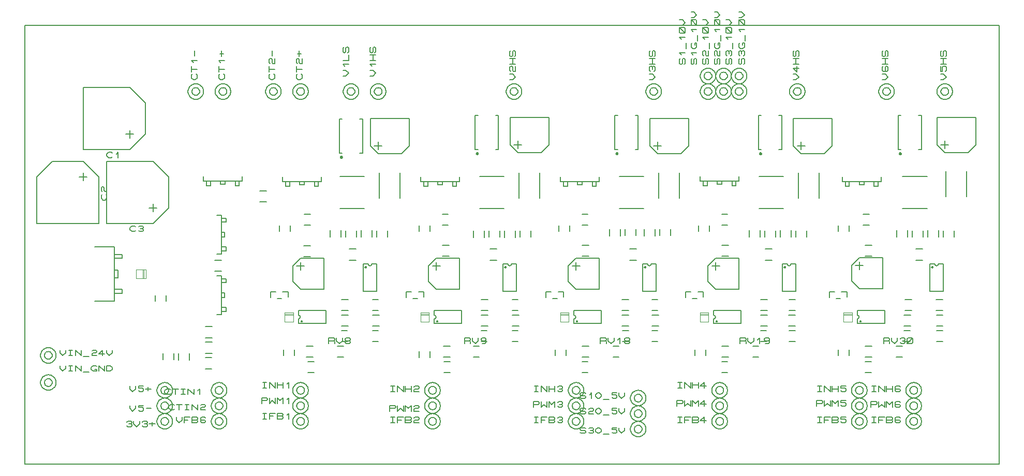
<source format=gbr>
G04 PROTEUS GERBER X2 FILE*
%TF.GenerationSoftware,Labcenter,Proteus,8.7-SP3-Build25561*%
%TF.CreationDate,2021-05-23T19:17:03+00:00*%
%TF.FileFunction,Legend,Top*%
%TF.FilePolarity,Positive*%
%TF.Part,Single*%
%TF.SameCoordinates,{23a4d374-2f20-46fa-8f71-d400e96580a3}*%
%FSLAX45Y45*%
%MOMM*%
G01*
%TA.AperFunction,Profile*%
%ADD39C,0.203200*%
%TA.AperFunction,Material*%
%ADD40C,0.200000*%
%ADD41C,0.203200*%
%ADD42C,0.250000*%
%ADD43C,0.101600*%
%TD.AperFunction*%
D39*
X-7429500Y-4254500D02*
X+8509000Y-4254500D01*
X+8509000Y+2921000D01*
X-7429500Y+2921000D01*
X-7429500Y-4254500D01*
D40*
X-1878000Y+455500D02*
X-2278000Y+455500D01*
X-1878000Y-74500D02*
X-2278000Y-74500D01*
D41*
X-6921500Y-2476500D02*
X-6921927Y-2466091D01*
X-6925399Y-2445272D01*
X-6932655Y-2424453D01*
X-6944483Y-2403634D01*
X-6962580Y-2382976D01*
X-6983399Y-2367455D01*
X-7004218Y-2357470D01*
X-7025037Y-2351686D01*
X-7045856Y-2349528D01*
X-7048500Y-2349500D01*
X-7175500Y-2476500D02*
X-7175073Y-2466091D01*
X-7171601Y-2445272D01*
X-7164345Y-2424453D01*
X-7152517Y-2403634D01*
X-7134420Y-2382976D01*
X-7113601Y-2367455D01*
X-7092782Y-2357470D01*
X-7071963Y-2351686D01*
X-7051144Y-2349528D01*
X-7048500Y-2349500D01*
X-7175500Y-2476500D02*
X-7175073Y-2486909D01*
X-7171601Y-2507728D01*
X-7164345Y-2528547D01*
X-7152517Y-2549366D01*
X-7134420Y-2570024D01*
X-7113601Y-2585545D01*
X-7092782Y-2595530D01*
X-7071963Y-2601314D01*
X-7051144Y-2603472D01*
X-7048500Y-2603500D01*
X-6921500Y-2476500D02*
X-6921927Y-2486909D01*
X-6925399Y-2507728D01*
X-6932655Y-2528547D01*
X-6944483Y-2549366D01*
X-6962580Y-2570024D01*
X-6983399Y-2585545D01*
X-7004218Y-2595530D01*
X-7025037Y-2601314D01*
X-7045856Y-2603472D01*
X-7048500Y-2603500D01*
X-6985000Y-2476500D02*
X-6985217Y-2471253D01*
X-6986982Y-2460758D01*
X-6990674Y-2450263D01*
X-6996702Y-2439768D01*
X-7005924Y-2429388D01*
X-7016419Y-2421700D01*
X-7026914Y-2416782D01*
X-7037409Y-2413976D01*
X-7047904Y-2413003D01*
X-7048500Y-2413000D01*
X-7112000Y-2476500D02*
X-7111783Y-2471253D01*
X-7110018Y-2460758D01*
X-7106326Y-2450263D01*
X-7100298Y-2439768D01*
X-7091076Y-2429388D01*
X-7080581Y-2421700D01*
X-7070086Y-2416782D01*
X-7059591Y-2413976D01*
X-7049096Y-2413003D01*
X-7048500Y-2413000D01*
X-7112000Y-2476500D02*
X-7111783Y-2481747D01*
X-7110018Y-2492242D01*
X-7106326Y-2502737D01*
X-7100298Y-2513232D01*
X-7091076Y-2523612D01*
X-7080581Y-2531300D01*
X-7070086Y-2536218D01*
X-7059591Y-2539024D01*
X-7049096Y-2539997D01*
X-7048500Y-2540000D01*
X-6985000Y-2476500D02*
X-6985217Y-2481747D01*
X-6986982Y-2492242D01*
X-6990674Y-2502737D01*
X-6996702Y-2513232D01*
X-7005924Y-2523612D01*
X-7016419Y-2531300D01*
X-7026914Y-2536218D01*
X-7037409Y-2539024D01*
X-7047904Y-2539997D01*
X-7048500Y-2540000D01*
X-6858000Y-2390140D02*
X-6858000Y-2435860D01*
X-6810375Y-2481580D01*
X-6762750Y-2435860D01*
X-6762750Y-2390140D01*
X-6715125Y-2390140D02*
X-6651625Y-2390140D01*
X-6683375Y-2390140D02*
X-6683375Y-2481580D01*
X-6715125Y-2481580D02*
X-6651625Y-2481580D01*
X-6604000Y-2481580D02*
X-6604000Y-2390140D01*
X-6508750Y-2481580D01*
X-6508750Y-2390140D01*
X-6477000Y-2496820D02*
X-6381750Y-2496820D01*
X-6334125Y-2405380D02*
X-6318250Y-2390140D01*
X-6270625Y-2390140D01*
X-6254750Y-2405380D01*
X-6254750Y-2420620D01*
X-6270625Y-2435860D01*
X-6318250Y-2435860D01*
X-6334125Y-2451100D01*
X-6334125Y-2481580D01*
X-6254750Y-2481580D01*
X-6127750Y-2451100D02*
X-6223000Y-2451100D01*
X-6159500Y-2390140D01*
X-6159500Y-2481580D01*
X-6096000Y-2390140D02*
X-6096000Y-2435860D01*
X-6048375Y-2481580D01*
X-6000750Y-2435860D01*
X-6000750Y-2390140D01*
X-6921500Y-2921000D02*
X-6921927Y-2910591D01*
X-6925399Y-2889772D01*
X-6932655Y-2868953D01*
X-6944483Y-2848134D01*
X-6962580Y-2827476D01*
X-6983399Y-2811955D01*
X-7004218Y-2801970D01*
X-7025037Y-2796186D01*
X-7045856Y-2794028D01*
X-7048500Y-2794000D01*
X-7175500Y-2921000D02*
X-7175073Y-2910591D01*
X-7171601Y-2889772D01*
X-7164345Y-2868953D01*
X-7152517Y-2848134D01*
X-7134420Y-2827476D01*
X-7113601Y-2811955D01*
X-7092782Y-2801970D01*
X-7071963Y-2796186D01*
X-7051144Y-2794028D01*
X-7048500Y-2794000D01*
X-7175500Y-2921000D02*
X-7175073Y-2931409D01*
X-7171601Y-2952228D01*
X-7164345Y-2973047D01*
X-7152517Y-2993866D01*
X-7134420Y-3014524D01*
X-7113601Y-3030045D01*
X-7092782Y-3040030D01*
X-7071963Y-3045814D01*
X-7051144Y-3047972D01*
X-7048500Y-3048000D01*
X-6921500Y-2921000D02*
X-6921927Y-2931409D01*
X-6925399Y-2952228D01*
X-6932655Y-2973047D01*
X-6944483Y-2993866D01*
X-6962580Y-3014524D01*
X-6983399Y-3030045D01*
X-7004218Y-3040030D01*
X-7025037Y-3045814D01*
X-7045856Y-3047972D01*
X-7048500Y-3048000D01*
X-6985000Y-2921000D02*
X-6985217Y-2915753D01*
X-6986982Y-2905258D01*
X-6990674Y-2894763D01*
X-6996702Y-2884268D01*
X-7005924Y-2873888D01*
X-7016419Y-2866200D01*
X-7026914Y-2861282D01*
X-7037409Y-2858476D01*
X-7047904Y-2857503D01*
X-7048500Y-2857500D01*
X-7112000Y-2921000D02*
X-7111783Y-2915753D01*
X-7110018Y-2905258D01*
X-7106326Y-2894763D01*
X-7100298Y-2884268D01*
X-7091076Y-2873888D01*
X-7080581Y-2866200D01*
X-7070086Y-2861282D01*
X-7059591Y-2858476D01*
X-7049096Y-2857503D01*
X-7048500Y-2857500D01*
X-7112000Y-2921000D02*
X-7111783Y-2926247D01*
X-7110018Y-2936742D01*
X-7106326Y-2947237D01*
X-7100298Y-2957732D01*
X-7091076Y-2968112D01*
X-7080581Y-2975800D01*
X-7070086Y-2980718D01*
X-7059591Y-2983524D01*
X-7049096Y-2984497D01*
X-7048500Y-2984500D01*
X-6985000Y-2921000D02*
X-6985217Y-2926247D01*
X-6986982Y-2936742D01*
X-6990674Y-2947237D01*
X-6996702Y-2957732D01*
X-7005924Y-2968112D01*
X-7016419Y-2975800D01*
X-7026914Y-2980718D01*
X-7037409Y-2983524D01*
X-7047904Y-2984497D01*
X-7048500Y-2984500D01*
X-6858000Y-2644140D02*
X-6858000Y-2689860D01*
X-6810375Y-2735580D01*
X-6762750Y-2689860D01*
X-6762750Y-2644140D01*
X-6715125Y-2644140D02*
X-6651625Y-2644140D01*
X-6683375Y-2644140D02*
X-6683375Y-2735580D01*
X-6715125Y-2735580D02*
X-6651625Y-2735580D01*
X-6604000Y-2735580D02*
X-6604000Y-2644140D01*
X-6508750Y-2735580D01*
X-6508750Y-2644140D01*
X-6477000Y-2750820D02*
X-6381750Y-2750820D01*
X-6286500Y-2705100D02*
X-6254750Y-2705100D01*
X-6254750Y-2735580D01*
X-6318250Y-2735580D01*
X-6350000Y-2705100D01*
X-6350000Y-2674620D01*
X-6318250Y-2644140D01*
X-6270625Y-2644140D01*
X-6254750Y-2659380D01*
X-6223000Y-2735580D02*
X-6223000Y-2644140D01*
X-6127750Y-2735580D01*
X-6127750Y-2644140D01*
X-6096000Y-2735580D02*
X-6096000Y-2644140D01*
X-6032500Y-2644140D01*
X-6000750Y-2674620D01*
X-6000750Y-2705100D01*
X-6032500Y-2735580D01*
X-6096000Y-2735580D01*
X-1968500Y+1841500D02*
X-1968927Y+1851909D01*
X-1972399Y+1872728D01*
X-1979655Y+1893547D01*
X-1991483Y+1914366D01*
X-2009580Y+1935024D01*
X-2030399Y+1950545D01*
X-2051218Y+1960530D01*
X-2072037Y+1966314D01*
X-2092856Y+1968472D01*
X-2095500Y+1968500D01*
X-2222500Y+1841500D02*
X-2222073Y+1851909D01*
X-2218601Y+1872728D01*
X-2211345Y+1893547D01*
X-2199517Y+1914366D01*
X-2181420Y+1935024D01*
X-2160601Y+1950545D01*
X-2139782Y+1960530D01*
X-2118963Y+1966314D01*
X-2098144Y+1968472D01*
X-2095500Y+1968500D01*
X-2222500Y+1841500D02*
X-2222073Y+1831091D01*
X-2218601Y+1810272D01*
X-2211345Y+1789453D01*
X-2199517Y+1768634D01*
X-2181420Y+1747976D01*
X-2160601Y+1732455D01*
X-2139782Y+1722470D01*
X-2118963Y+1716686D01*
X-2098144Y+1714528D01*
X-2095500Y+1714500D01*
X-1968500Y+1841500D02*
X-1968927Y+1831091D01*
X-1972399Y+1810272D01*
X-1979655Y+1789453D01*
X-1991483Y+1768634D01*
X-2009580Y+1747976D01*
X-2030399Y+1732455D01*
X-2051218Y+1722470D01*
X-2072037Y+1716686D01*
X-2092856Y+1714528D01*
X-2095500Y+1714500D01*
X-2032000Y+1841500D02*
X-2032217Y+1846747D01*
X-2033982Y+1857242D01*
X-2037674Y+1867737D01*
X-2043702Y+1878232D01*
X-2052924Y+1888612D01*
X-2063419Y+1896300D01*
X-2073914Y+1901218D01*
X-2084409Y+1904024D01*
X-2094904Y+1904997D01*
X-2095500Y+1905000D01*
X-2159000Y+1841500D02*
X-2158783Y+1846747D01*
X-2157018Y+1857242D01*
X-2153326Y+1867737D01*
X-2147298Y+1878232D01*
X-2138076Y+1888612D01*
X-2127581Y+1896300D01*
X-2117086Y+1901218D01*
X-2106591Y+1904024D01*
X-2096096Y+1904997D01*
X-2095500Y+1905000D01*
X-2159000Y+1841500D02*
X-2158783Y+1836253D01*
X-2157018Y+1825758D01*
X-2153326Y+1815263D01*
X-2147298Y+1804768D01*
X-2138076Y+1794388D01*
X-2127581Y+1786700D01*
X-2117086Y+1781782D01*
X-2106591Y+1778976D01*
X-2096096Y+1778003D01*
X-2095500Y+1778000D01*
X-2032000Y+1841500D02*
X-2032217Y+1836253D01*
X-2033982Y+1825758D01*
X-2037674Y+1815263D01*
X-2043702Y+1804768D01*
X-2052924Y+1794388D01*
X-2063419Y+1786700D01*
X-2073914Y+1781782D01*
X-2084409Y+1778976D01*
X-2094904Y+1778003D01*
X-2095500Y+1778000D01*
X-2227580Y+2095500D02*
X-2181860Y+2095500D01*
X-2136140Y+2143125D01*
X-2181860Y+2190750D01*
X-2227580Y+2190750D01*
X-2197100Y+2254250D02*
X-2227580Y+2286000D01*
X-2136140Y+2286000D01*
X-2227580Y+2349500D02*
X-2136140Y+2349500D01*
X-2136140Y+2444750D01*
X-2151380Y+2476500D02*
X-2136140Y+2492375D01*
X-2136140Y+2555875D01*
X-2151380Y+2571750D01*
X-2166620Y+2571750D01*
X-2181860Y+2555875D01*
X-2181860Y+2492375D01*
X-2197100Y+2476500D01*
X-2212340Y+2476500D01*
X-2227580Y+2492375D01*
X-2227580Y+2555875D01*
X-2212340Y+2571750D01*
X-1524000Y+1841500D02*
X-1524427Y+1851909D01*
X-1527899Y+1872728D01*
X-1535155Y+1893547D01*
X-1546983Y+1914366D01*
X-1565080Y+1935024D01*
X-1585899Y+1950545D01*
X-1606718Y+1960530D01*
X-1627537Y+1966314D01*
X-1648356Y+1968472D01*
X-1651000Y+1968500D01*
X-1778000Y+1841500D02*
X-1777573Y+1851909D01*
X-1774101Y+1872728D01*
X-1766845Y+1893547D01*
X-1755017Y+1914366D01*
X-1736920Y+1935024D01*
X-1716101Y+1950545D01*
X-1695282Y+1960530D01*
X-1674463Y+1966314D01*
X-1653644Y+1968472D01*
X-1651000Y+1968500D01*
X-1778000Y+1841500D02*
X-1777573Y+1831091D01*
X-1774101Y+1810272D01*
X-1766845Y+1789453D01*
X-1755017Y+1768634D01*
X-1736920Y+1747976D01*
X-1716101Y+1732455D01*
X-1695282Y+1722470D01*
X-1674463Y+1716686D01*
X-1653644Y+1714528D01*
X-1651000Y+1714500D01*
X-1524000Y+1841500D02*
X-1524427Y+1831091D01*
X-1527899Y+1810272D01*
X-1535155Y+1789453D01*
X-1546983Y+1768634D01*
X-1565080Y+1747976D01*
X-1585899Y+1732455D01*
X-1606718Y+1722470D01*
X-1627537Y+1716686D01*
X-1648356Y+1714528D01*
X-1651000Y+1714500D01*
X-1587500Y+1841500D02*
X-1587717Y+1846747D01*
X-1589482Y+1857242D01*
X-1593174Y+1867737D01*
X-1599202Y+1878232D01*
X-1608424Y+1888612D01*
X-1618919Y+1896300D01*
X-1629414Y+1901218D01*
X-1639909Y+1904024D01*
X-1650404Y+1904997D01*
X-1651000Y+1905000D01*
X-1714500Y+1841500D02*
X-1714283Y+1846747D01*
X-1712518Y+1857242D01*
X-1708826Y+1867737D01*
X-1702798Y+1878232D01*
X-1693576Y+1888612D01*
X-1683081Y+1896300D01*
X-1672586Y+1901218D01*
X-1662091Y+1904024D01*
X-1651596Y+1904997D01*
X-1651000Y+1905000D01*
X-1714500Y+1841500D02*
X-1714283Y+1836253D01*
X-1712518Y+1825758D01*
X-1708826Y+1815263D01*
X-1702798Y+1804768D01*
X-1693576Y+1794388D01*
X-1683081Y+1786700D01*
X-1672586Y+1781782D01*
X-1662091Y+1778976D01*
X-1651596Y+1778003D01*
X-1651000Y+1778000D01*
X-1587500Y+1841500D02*
X-1587717Y+1836253D01*
X-1589482Y+1825758D01*
X-1593174Y+1815263D01*
X-1599202Y+1804768D01*
X-1608424Y+1794388D01*
X-1618919Y+1786700D01*
X-1629414Y+1781782D01*
X-1639909Y+1778976D01*
X-1650404Y+1778003D01*
X-1651000Y+1778000D01*
X-1783080Y+2095500D02*
X-1737360Y+2095500D01*
X-1691640Y+2143125D01*
X-1737360Y+2190750D01*
X-1783080Y+2190750D01*
X-1752600Y+2254250D02*
X-1783080Y+2286000D01*
X-1691640Y+2286000D01*
X-1691640Y+2349500D02*
X-1783080Y+2349500D01*
X-1783080Y+2444750D02*
X-1691640Y+2444750D01*
X-1737360Y+2349500D02*
X-1737360Y+2444750D01*
X-1706880Y+2476500D02*
X-1691640Y+2492375D01*
X-1691640Y+2555875D01*
X-1706880Y+2571750D01*
X-1722120Y+2571750D01*
X-1737360Y+2555875D01*
X-1737360Y+2492375D01*
X-1752600Y+2476500D01*
X-1767840Y+2476500D01*
X-1783080Y+2492375D01*
X-1783080Y+2555875D01*
X-1767840Y+2571750D01*
X-2794000Y-3556000D02*
X-2794427Y-3545591D01*
X-2797899Y-3524772D01*
X-2805155Y-3503953D01*
X-2816983Y-3483134D01*
X-2835080Y-3462476D01*
X-2855899Y-3446955D01*
X-2876718Y-3436970D01*
X-2897537Y-3431186D01*
X-2918356Y-3429028D01*
X-2921000Y-3429000D01*
X-3048000Y-3556000D02*
X-3047573Y-3545591D01*
X-3044101Y-3524772D01*
X-3036845Y-3503953D01*
X-3025017Y-3483134D01*
X-3006920Y-3462476D01*
X-2986101Y-3446955D01*
X-2965282Y-3436970D01*
X-2944463Y-3431186D01*
X-2923644Y-3429028D01*
X-2921000Y-3429000D01*
X-3048000Y-3556000D02*
X-3047573Y-3566409D01*
X-3044101Y-3587228D01*
X-3036845Y-3608047D01*
X-3025017Y-3628866D01*
X-3006920Y-3649524D01*
X-2986101Y-3665045D01*
X-2965282Y-3675030D01*
X-2944463Y-3680814D01*
X-2923644Y-3682972D01*
X-2921000Y-3683000D01*
X-2794000Y-3556000D02*
X-2794427Y-3566409D01*
X-2797899Y-3587228D01*
X-2805155Y-3608047D01*
X-2816983Y-3628866D01*
X-2835080Y-3649524D01*
X-2855899Y-3665045D01*
X-2876718Y-3675030D01*
X-2897537Y-3680814D01*
X-2918356Y-3682972D01*
X-2921000Y-3683000D01*
X-2857500Y-3556000D02*
X-2857717Y-3550753D01*
X-2859482Y-3540258D01*
X-2863174Y-3529763D01*
X-2869202Y-3519268D01*
X-2878424Y-3508888D01*
X-2888919Y-3501200D01*
X-2899414Y-3496282D01*
X-2909909Y-3493476D01*
X-2920404Y-3492503D01*
X-2921000Y-3492500D01*
X-2984500Y-3556000D02*
X-2984283Y-3550753D01*
X-2982518Y-3540258D01*
X-2978826Y-3529763D01*
X-2972798Y-3519268D01*
X-2963576Y-3508888D01*
X-2953081Y-3501200D01*
X-2942586Y-3496282D01*
X-2932091Y-3493476D01*
X-2921596Y-3492503D01*
X-2921000Y-3492500D01*
X-2984500Y-3556000D02*
X-2984283Y-3561247D01*
X-2982518Y-3571742D01*
X-2978826Y-3582237D01*
X-2972798Y-3592732D01*
X-2963576Y-3603112D01*
X-2953081Y-3610800D01*
X-2942586Y-3615718D01*
X-2932091Y-3618524D01*
X-2921596Y-3619497D01*
X-2921000Y-3619500D01*
X-2857500Y-3556000D02*
X-2857717Y-3561247D01*
X-2859482Y-3571742D01*
X-2863174Y-3582237D01*
X-2869202Y-3592732D01*
X-2878424Y-3603112D01*
X-2888919Y-3610800D01*
X-2899414Y-3615718D01*
X-2909909Y-3618524D01*
X-2920404Y-3619497D01*
X-2921000Y-3619500D01*
X-3540125Y-3423920D02*
X-3476625Y-3423920D01*
X-3508375Y-3423920D02*
X-3508375Y-3515360D01*
X-3540125Y-3515360D02*
X-3476625Y-3515360D01*
X-3429000Y-3515360D02*
X-3429000Y-3423920D01*
X-3333750Y-3423920D01*
X-3429000Y-3469640D02*
X-3365500Y-3469640D01*
X-3302000Y-3515360D02*
X-3302000Y-3423920D01*
X-3222625Y-3423920D01*
X-3206750Y-3439160D01*
X-3206750Y-3454400D01*
X-3222625Y-3469640D01*
X-3206750Y-3484880D01*
X-3206750Y-3500120D01*
X-3222625Y-3515360D01*
X-3302000Y-3515360D01*
X-3302000Y-3469640D02*
X-3222625Y-3469640D01*
X-3143250Y-3454400D02*
X-3111500Y-3423920D01*
X-3111500Y-3515360D01*
X-2794000Y-3048000D02*
X-2794427Y-3037591D01*
X-2797899Y-3016772D01*
X-2805155Y-2995953D01*
X-2816983Y-2975134D01*
X-2835080Y-2954476D01*
X-2855899Y-2938955D01*
X-2876718Y-2928970D01*
X-2897537Y-2923186D01*
X-2918356Y-2921028D01*
X-2921000Y-2921000D01*
X-3048000Y-3048000D02*
X-3047573Y-3037591D01*
X-3044101Y-3016772D01*
X-3036845Y-2995953D01*
X-3025017Y-2975134D01*
X-3006920Y-2954476D01*
X-2986101Y-2938955D01*
X-2965282Y-2928970D01*
X-2944463Y-2923186D01*
X-2923644Y-2921028D01*
X-2921000Y-2921000D01*
X-3048000Y-3048000D02*
X-3047573Y-3058409D01*
X-3044101Y-3079228D01*
X-3036845Y-3100047D01*
X-3025017Y-3120866D01*
X-3006920Y-3141524D01*
X-2986101Y-3157045D01*
X-2965282Y-3167030D01*
X-2944463Y-3172814D01*
X-2923644Y-3174972D01*
X-2921000Y-3175000D01*
X-2794000Y-3048000D02*
X-2794427Y-3058409D01*
X-2797899Y-3079228D01*
X-2805155Y-3100047D01*
X-2816983Y-3120866D01*
X-2835080Y-3141524D01*
X-2855899Y-3157045D01*
X-2876718Y-3167030D01*
X-2897537Y-3172814D01*
X-2918356Y-3174972D01*
X-2921000Y-3175000D01*
X-2857500Y-3048000D02*
X-2857717Y-3042753D01*
X-2859482Y-3032258D01*
X-2863174Y-3021763D01*
X-2869202Y-3011268D01*
X-2878424Y-3000888D01*
X-2888919Y-2993200D01*
X-2899414Y-2988282D01*
X-2909909Y-2985476D01*
X-2920404Y-2984503D01*
X-2921000Y-2984500D01*
X-2984500Y-3048000D02*
X-2984283Y-3042753D01*
X-2982518Y-3032258D01*
X-2978826Y-3021763D01*
X-2972798Y-3011268D01*
X-2963576Y-3000888D01*
X-2953081Y-2993200D01*
X-2942586Y-2988282D01*
X-2932091Y-2985476D01*
X-2921596Y-2984503D01*
X-2921000Y-2984500D01*
X-2984500Y-3048000D02*
X-2984283Y-3053247D01*
X-2982518Y-3063742D01*
X-2978826Y-3074237D01*
X-2972798Y-3084732D01*
X-2963576Y-3095112D01*
X-2953081Y-3102800D01*
X-2942586Y-3107718D01*
X-2932091Y-3110524D01*
X-2921596Y-3111497D01*
X-2921000Y-3111500D01*
X-2857500Y-3048000D02*
X-2857717Y-3053247D01*
X-2859482Y-3063742D01*
X-2863174Y-3074237D01*
X-2869202Y-3084732D01*
X-2878424Y-3095112D01*
X-2888919Y-3102800D01*
X-2899414Y-3107718D01*
X-2909909Y-3110524D01*
X-2920404Y-3111497D01*
X-2921000Y-3111500D01*
X-3540125Y-2915920D02*
X-3476625Y-2915920D01*
X-3508375Y-2915920D02*
X-3508375Y-3007360D01*
X-3540125Y-3007360D02*
X-3476625Y-3007360D01*
X-3429000Y-3007360D02*
X-3429000Y-2915920D01*
X-3333750Y-3007360D01*
X-3333750Y-2915920D01*
X-3302000Y-3007360D02*
X-3302000Y-2915920D01*
X-3206750Y-2915920D02*
X-3206750Y-3007360D01*
X-3302000Y-2961640D02*
X-3206750Y-2961640D01*
X-3143250Y-2946400D02*
X-3111500Y-2915920D01*
X-3111500Y-3007360D01*
X-2794000Y-3302000D02*
X-2794427Y-3291591D01*
X-2797899Y-3270772D01*
X-2805155Y-3249953D01*
X-2816983Y-3229134D01*
X-2835080Y-3208476D01*
X-2855899Y-3192955D01*
X-2876718Y-3182970D01*
X-2897537Y-3177186D01*
X-2918356Y-3175028D01*
X-2921000Y-3175000D01*
X-3048000Y-3302000D02*
X-3047573Y-3291591D01*
X-3044101Y-3270772D01*
X-3036845Y-3249953D01*
X-3025017Y-3229134D01*
X-3006920Y-3208476D01*
X-2986101Y-3192955D01*
X-2965282Y-3182970D01*
X-2944463Y-3177186D01*
X-2923644Y-3175028D01*
X-2921000Y-3175000D01*
X-3048000Y-3302000D02*
X-3047573Y-3312409D01*
X-3044101Y-3333228D01*
X-3036845Y-3354047D01*
X-3025017Y-3374866D01*
X-3006920Y-3395524D01*
X-2986101Y-3411045D01*
X-2965282Y-3421030D01*
X-2944463Y-3426814D01*
X-2923644Y-3428972D01*
X-2921000Y-3429000D01*
X-2794000Y-3302000D02*
X-2794427Y-3312409D01*
X-2797899Y-3333228D01*
X-2805155Y-3354047D01*
X-2816983Y-3374866D01*
X-2835080Y-3395524D01*
X-2855899Y-3411045D01*
X-2876718Y-3421030D01*
X-2897537Y-3426814D01*
X-2918356Y-3428972D01*
X-2921000Y-3429000D01*
X-2857500Y-3302000D02*
X-2857717Y-3296753D01*
X-2859482Y-3286258D01*
X-2863174Y-3275763D01*
X-2869202Y-3265268D01*
X-2878424Y-3254888D01*
X-2888919Y-3247200D01*
X-2899414Y-3242282D01*
X-2909909Y-3239476D01*
X-2920404Y-3238503D01*
X-2921000Y-3238500D01*
X-2984500Y-3302000D02*
X-2984283Y-3296753D01*
X-2982518Y-3286258D01*
X-2978826Y-3275763D01*
X-2972798Y-3265268D01*
X-2963576Y-3254888D01*
X-2953081Y-3247200D01*
X-2942586Y-3242282D01*
X-2932091Y-3239476D01*
X-2921596Y-3238503D01*
X-2921000Y-3238500D01*
X-2984500Y-3302000D02*
X-2984283Y-3307247D01*
X-2982518Y-3317742D01*
X-2978826Y-3328237D01*
X-2972798Y-3338732D01*
X-2963576Y-3349112D01*
X-2953081Y-3356800D01*
X-2942586Y-3361718D01*
X-2932091Y-3364524D01*
X-2921596Y-3365497D01*
X-2921000Y-3365500D01*
X-2857500Y-3302000D02*
X-2857717Y-3307247D01*
X-2859482Y-3317742D01*
X-2863174Y-3328237D01*
X-2869202Y-3338732D01*
X-2878424Y-3349112D01*
X-2888919Y-3356800D01*
X-2899414Y-3361718D01*
X-2909909Y-3364524D01*
X-2920404Y-3365497D01*
X-2921000Y-3365500D01*
X-3556000Y-3261360D02*
X-3556000Y-3169920D01*
X-3476625Y-3169920D01*
X-3460750Y-3185160D01*
X-3460750Y-3200400D01*
X-3476625Y-3215640D01*
X-3556000Y-3215640D01*
X-3429000Y-3169920D02*
X-3429000Y-3261360D01*
X-3381375Y-3215640D01*
X-3333750Y-3261360D01*
X-3333750Y-3169920D01*
X-3302000Y-3261360D02*
X-3302000Y-3169920D01*
X-3254375Y-3215640D01*
X-3206750Y-3169920D01*
X-3206750Y-3261360D01*
X-3143250Y-3200400D02*
X-3111500Y-3169920D01*
X-3111500Y-3261360D01*
D40*
X-4477000Y-2185500D02*
X-4367000Y-2185500D01*
X-4477000Y-2005500D02*
X-4367000Y-2005500D01*
X-3478000Y+217000D02*
X-3588000Y+217000D01*
X-3478000Y+37000D02*
X-3588000Y+37000D01*
D42*
X-2243000Y+769000D02*
X-2243043Y+770039D01*
X-2243395Y+772118D01*
X-2244132Y+774197D01*
X-2245336Y+776276D01*
X-2247177Y+778326D01*
X-2249256Y+779829D01*
X-2251335Y+780786D01*
X-2253414Y+781325D01*
X-2255493Y+781500D01*
X-2255500Y+781500D01*
X-2268000Y+769000D02*
X-2267957Y+770039D01*
X-2267605Y+772118D01*
X-2266868Y+774197D01*
X-2265664Y+776276D01*
X-2263823Y+778326D01*
X-2261744Y+779829D01*
X-2259665Y+780786D01*
X-2257586Y+781325D01*
X-2255507Y+781500D01*
X-2255500Y+781500D01*
X-2268000Y+769000D02*
X-2267957Y+767961D01*
X-2267605Y+765882D01*
X-2266868Y+763803D01*
X-2265664Y+761724D01*
X-2263823Y+759674D01*
X-2261744Y+758171D01*
X-2259665Y+757214D01*
X-2257586Y+756675D01*
X-2255507Y+756500D01*
X-2255500Y+756500D01*
X-2243000Y+769000D02*
X-2243043Y+767961D01*
X-2243395Y+765882D01*
X-2244132Y+763803D01*
X-2245336Y+761724D01*
X-2247177Y+759674D01*
X-2249256Y+758171D01*
X-2251335Y+757214D01*
X-2253414Y+756675D01*
X-2255493Y+756500D01*
X-2255500Y+756500D01*
D40*
X-2240500Y+834000D02*
X-2285500Y+834000D01*
X-2285500Y+1394000D01*
X-2240500Y+1394000D01*
X-1950500Y+834000D02*
X-1905500Y+834000D01*
X-1905500Y+1394000D01*
X-1950500Y+1394000D01*
D41*
X-1778000Y+952500D02*
X-1651000Y+825500D01*
X-1270000Y+825500D01*
X-1143000Y+952500D01*
X-1143000Y+1397000D01*
X-1778000Y+1397000D01*
X-1778000Y+952500D01*
X-1651000Y+889000D02*
X-1651000Y+1016000D01*
X-1714500Y+952500D02*
X-1587500Y+952500D01*
D40*
X-1630500Y+510000D02*
X-1630500Y+100000D01*
X-1290500Y+510000D02*
X-1290500Y+100000D01*
D41*
X-3213100Y+444500D02*
X-3213100Y+368300D01*
X-2578100Y+368300D01*
X-2578100Y+444500D01*
X-2933700Y+368300D02*
X-2933700Y+317500D01*
X-2857500Y+317500D01*
X-2857500Y+368300D01*
X-3162300Y+368300D02*
X-3162300Y+292100D01*
X-3098800Y+292100D01*
X-3098800Y+368300D01*
X-2628900Y+368300D02*
X-2628900Y+292100D01*
X-2692400Y+292100D01*
X-2692400Y+368300D02*
X-2692400Y+292100D01*
X-2954020Y-1955800D02*
X-2954020Y-1874838D01*
X-2943399Y-1872756D01*
X-2934833Y-1867036D01*
X-2929114Y-1858471D01*
X-2927032Y-1847850D01*
X-2954020Y-1820862D02*
X-2943399Y-1822944D01*
X-2934833Y-1828664D01*
X-2929114Y-1837229D01*
X-2927032Y-1847850D01*
X-2954020Y-1820862D02*
X-2954020Y-1739900D01*
X-2506980Y-1879600D02*
X-2506980Y-1816100D01*
X-2921000Y-1955800D02*
X-2540000Y-1955800D01*
X-2921000Y-1739900D02*
X-2540000Y-1739900D01*
X-2921000Y-1955800D02*
X-2954020Y-1955800D01*
X-2954020Y-1739900D02*
X-2921000Y-1739900D01*
X-2506980Y-1816100D02*
X-2506980Y-1739900D01*
X-2540000Y-1739900D01*
X-2540000Y-1955800D02*
X-2506980Y-1955800D01*
X-2506980Y-1879600D01*
X-2894584Y-1920240D02*
X-2894619Y-1919395D01*
X-2894906Y-1917704D01*
X-2895505Y-1916013D01*
X-2896485Y-1914322D01*
X-2897985Y-1912654D01*
X-2899676Y-1911434D01*
X-2901367Y-1910658D01*
X-2903058Y-1910221D01*
X-2904744Y-1910080D01*
X-2914904Y-1920240D02*
X-2914869Y-1919395D01*
X-2914582Y-1917704D01*
X-2913983Y-1916013D01*
X-2913003Y-1914322D01*
X-2911503Y-1912654D01*
X-2909812Y-1911434D01*
X-2908121Y-1910658D01*
X-2906430Y-1910221D01*
X-2904744Y-1910080D01*
X-2914904Y-1920240D02*
X-2914869Y-1921085D01*
X-2914582Y-1922776D01*
X-2913983Y-1924467D01*
X-2913003Y-1926158D01*
X-2911503Y-1927826D01*
X-2909812Y-1929046D01*
X-2908121Y-1929822D01*
X-2906430Y-1930259D01*
X-2904744Y-1930400D01*
X-2894584Y-1920240D02*
X-2894619Y-1921085D01*
X-2894906Y-1922776D01*
X-2895505Y-1924467D01*
X-2896485Y-1926158D01*
X-2897985Y-1927826D01*
X-2899676Y-1929046D01*
X-2901367Y-1929822D01*
X-2903058Y-1930259D01*
X-2904744Y-1930400D01*
D40*
X-2762000Y-164000D02*
X-2862000Y-164000D01*
X-2762000Y-344000D02*
X-2862000Y-344000D01*
X-3265000Y-349000D02*
X-3265000Y-449000D01*
X-3085000Y-349000D02*
X-3085000Y-449000D01*
X-2872000Y-858350D02*
X-2762000Y-858350D01*
X-2872000Y-678350D02*
X-2762000Y-678350D01*
D41*
X-2921000Y-889000D02*
X-3048000Y-1016000D01*
X-3048000Y-1270000D01*
X-2921000Y-1397000D01*
X-2540000Y-1397000D01*
X-2540000Y-889000D01*
X-2921000Y-889000D01*
X-2984500Y-1016000D02*
X-2857500Y-1016000D01*
X-2921000Y-952500D02*
X-2921000Y-1079500D01*
D43*
X-3041500Y-1800960D02*
X-3181500Y-1800960D01*
X-3041500Y-1820960D02*
X-3181500Y-1820960D01*
X-3181500Y-1930960D02*
X-3041500Y-1930960D01*
X-3041500Y-1770960D01*
X-3181500Y-1770960D01*
X-3181500Y-1930960D01*
D40*
X-2826000Y-2503000D02*
X-2716000Y-2503000D01*
X-2826000Y-2323000D02*
X-2716000Y-2323000D01*
X-2798500Y-2757000D02*
X-2698500Y-2757000D01*
X-2798500Y-2577000D02*
X-2698500Y-2577000D01*
D41*
X-3124200Y-1432560D02*
X-3213100Y-1432560D01*
X-3230880Y-1544320D02*
X-3302000Y-1544320D01*
X-3124200Y-1432560D02*
X-3124200Y-1524000D01*
X-3413760Y-1526540D02*
X-3413760Y-1432560D01*
X-3327400Y-1432560D01*
D40*
X-3201500Y-2381000D02*
X-3201500Y-2481000D01*
X-3021500Y-2381000D02*
X-3021500Y-2481000D01*
X-1497500Y-540000D02*
X-1497500Y-440000D01*
X-1677500Y-540000D02*
X-1677500Y-440000D01*
X-2005500Y-540000D02*
X-2005500Y-440000D01*
X-2185500Y-540000D02*
X-2185500Y-440000D01*
X-1931500Y-430000D02*
X-1931500Y-540000D01*
X-1751500Y-430000D02*
X-1751500Y-540000D01*
D41*
X-1892300Y-982980D02*
X-1811338Y-982980D01*
X-1809256Y-993601D01*
X-1803536Y-1002167D01*
X-1794971Y-1007886D01*
X-1784350Y-1009968D01*
X-1757362Y-982980D02*
X-1759444Y-993601D01*
X-1765164Y-1002167D01*
X-1773729Y-1007886D01*
X-1784350Y-1009968D01*
X-1757362Y-982980D02*
X-1676400Y-982980D01*
X-1816100Y-1430020D02*
X-1752600Y-1430020D01*
X-1892300Y-1016000D02*
X-1892300Y-1397000D01*
X-1676400Y-1016000D02*
X-1676400Y-1397000D01*
X-1892300Y-1016000D02*
X-1892300Y-982980D01*
X-1676400Y-982980D02*
X-1676400Y-1016000D01*
X-1752600Y-1430020D02*
X-1676400Y-1430020D01*
X-1676400Y-1397000D01*
X-1892300Y-1397000D02*
X-1892300Y-1430020D01*
X-1816100Y-1430020D01*
X-1846580Y-1032256D02*
X-1846615Y-1031411D01*
X-1846902Y-1029720D01*
X-1847501Y-1028029D01*
X-1848481Y-1026338D01*
X-1849981Y-1024670D01*
X-1851672Y-1023450D01*
X-1853363Y-1022674D01*
X-1855054Y-1022237D01*
X-1856740Y-1022096D01*
X-1866900Y-1032256D02*
X-1866865Y-1031411D01*
X-1866578Y-1029720D01*
X-1865979Y-1028029D01*
X-1864999Y-1026338D01*
X-1863499Y-1024670D01*
X-1861808Y-1023450D01*
X-1860117Y-1022674D01*
X-1858426Y-1022237D01*
X-1856740Y-1022096D01*
X-1866900Y-1032256D02*
X-1866865Y-1033101D01*
X-1866578Y-1034792D01*
X-1865979Y-1036483D01*
X-1864999Y-1038174D01*
X-1863499Y-1039842D01*
X-1861808Y-1041062D01*
X-1860117Y-1041838D01*
X-1858426Y-1042275D01*
X-1856740Y-1042416D01*
X-1846580Y-1032256D02*
X-1846615Y-1033101D01*
X-1846902Y-1034792D01*
X-1847501Y-1036483D01*
X-1848481Y-1038174D01*
X-1849981Y-1039842D01*
X-1851672Y-1041062D01*
X-1853363Y-1041838D01*
X-1855054Y-1042275D01*
X-1856740Y-1042416D01*
D40*
X-2127500Y-915500D02*
X-2017500Y-915500D01*
X-2127500Y-735500D02*
X-2017500Y-735500D01*
X-1746500Y-2249000D02*
X-1646500Y-2249000D01*
X-1746500Y-2069000D02*
X-1646500Y-2069000D01*
X-1746500Y-1741000D02*
X-1646500Y-1741000D01*
X-1746500Y-1561000D02*
X-1646500Y-1561000D01*
X-2254500Y-2249000D02*
X-2154500Y-2249000D01*
X-2254500Y-2069000D02*
X-2154500Y-2069000D01*
X-2254500Y-1741000D02*
X-2144500Y-1741000D01*
X-2254500Y-1561000D02*
X-2144500Y-1561000D01*
X-2254500Y-1995000D02*
X-2144500Y-1995000D01*
X-2254500Y-1815000D02*
X-2144500Y-1815000D01*
X-1746500Y-1995000D02*
X-1636500Y-1995000D01*
X-1746500Y-1815000D02*
X-1636500Y-1815000D01*
X-2439500Y-430000D02*
X-2439500Y-540000D01*
X-2259500Y-430000D02*
X-2259500Y-540000D01*
D41*
X-952500Y+444500D02*
X-952500Y+368300D01*
X-317500Y+368300D01*
X-317500Y+444500D01*
X-673100Y+368300D02*
X-673100Y+317500D01*
X-596900Y+317500D01*
X-596900Y+368300D01*
X-901700Y+368300D02*
X-901700Y+292100D01*
X-838200Y+292100D01*
X-838200Y+368300D01*
X-368300Y+368300D02*
X-368300Y+292100D01*
X-431800Y+292100D01*
X-431800Y+368300D02*
X-431800Y+292100D01*
D40*
X+408000Y+455500D02*
X+8000Y+455500D01*
X+408000Y-74500D02*
X+8000Y-74500D01*
D42*
X-20500Y+827000D02*
X-20543Y+828039D01*
X-20895Y+830118D01*
X-21632Y+832197D01*
X-22836Y+834276D01*
X-24677Y+836326D01*
X-26756Y+837829D01*
X-28835Y+838786D01*
X-30914Y+839325D01*
X-32993Y+839500D01*
X-33000Y+839500D01*
X-45500Y+827000D02*
X-45457Y+828039D01*
X-45105Y+830118D01*
X-44368Y+832197D01*
X-43164Y+834276D01*
X-41323Y+836326D01*
X-39244Y+837829D01*
X-37165Y+838786D01*
X-35086Y+839325D01*
X-33007Y+839500D01*
X-33000Y+839500D01*
X-45500Y+827000D02*
X-45457Y+825961D01*
X-45105Y+823882D01*
X-44368Y+821803D01*
X-43164Y+819724D01*
X-41323Y+817674D01*
X-39244Y+816171D01*
X-37165Y+815214D01*
X-35086Y+814675D01*
X-33007Y+814500D01*
X-33000Y+814500D01*
X-20500Y+827000D02*
X-20543Y+825961D01*
X-20895Y+823882D01*
X-21632Y+821803D01*
X-22836Y+819724D01*
X-24677Y+817674D01*
X-26756Y+816171D01*
X-28835Y+815214D01*
X-30914Y+814675D01*
X-32993Y+814500D01*
X-33000Y+814500D01*
D40*
X-18000Y+892000D02*
X-63000Y+892000D01*
X-63000Y+1452000D01*
X-18000Y+1452000D01*
X+272000Y+892000D02*
X+317000Y+892000D01*
X+317000Y+1452000D01*
X+272000Y+1452000D01*
D41*
X+508000Y+970500D02*
X+635000Y+843500D01*
X+1016000Y+843500D01*
X+1143000Y+970500D01*
X+1143000Y+1415000D01*
X+508000Y+1415000D01*
X+508000Y+970500D01*
X+635000Y+907000D02*
X+635000Y+1034000D01*
X+571500Y+970500D02*
X+698500Y+970500D01*
D40*
X+655500Y+510000D02*
X+655500Y+100000D01*
X+995500Y+510000D02*
X+995500Y+100000D01*
D41*
X+393700Y-982980D02*
X+474662Y-982980D01*
X+476744Y-993601D01*
X+482464Y-1002167D01*
X+491029Y-1007886D01*
X+501650Y-1009968D01*
X+528638Y-982980D02*
X+526556Y-993601D01*
X+520836Y-1002167D01*
X+512271Y-1007886D01*
X+501650Y-1009968D01*
X+528638Y-982980D02*
X+609600Y-982980D01*
X+469900Y-1430020D02*
X+533400Y-1430020D01*
X+393700Y-1016000D02*
X+393700Y-1397000D01*
X+609600Y-1016000D02*
X+609600Y-1397000D01*
X+393700Y-1016000D02*
X+393700Y-982980D01*
X+609600Y-982980D02*
X+609600Y-1016000D01*
X+533400Y-1430020D02*
X+609600Y-1430020D01*
X+609600Y-1397000D01*
X+393700Y-1397000D02*
X+393700Y-1430020D01*
X+469900Y-1430020D01*
X+439420Y-1032256D02*
X+439385Y-1031411D01*
X+439098Y-1029720D01*
X+438499Y-1028029D01*
X+437519Y-1026338D01*
X+436019Y-1024670D01*
X+434328Y-1023450D01*
X+432637Y-1022674D01*
X+430946Y-1022237D01*
X+429260Y-1022096D01*
X+419100Y-1032256D02*
X+419135Y-1031411D01*
X+419422Y-1029720D01*
X+420021Y-1028029D01*
X+421001Y-1026338D01*
X+422501Y-1024670D01*
X+424192Y-1023450D01*
X+425883Y-1022674D01*
X+427574Y-1022237D01*
X+429260Y-1022096D01*
X+419100Y-1032256D02*
X+419135Y-1033101D01*
X+419422Y-1034792D01*
X+420021Y-1036483D01*
X+421001Y-1038174D01*
X+422501Y-1039842D01*
X+424192Y-1041062D01*
X+425883Y-1041838D01*
X+427574Y-1042275D01*
X+429260Y-1042416D01*
X+439420Y-1032256D02*
X+439385Y-1033101D01*
X+439098Y-1034792D01*
X+438499Y-1036483D01*
X+437519Y-1038174D01*
X+436019Y-1039842D01*
X+434328Y-1041062D01*
X+432637Y-1041838D01*
X+430946Y-1042275D01*
X+429260Y-1042416D01*
D40*
X-979000Y-349000D02*
X-979000Y-449000D01*
X-799000Y-349000D02*
X-799000Y-449000D01*
X-503500Y-164000D02*
X-603500Y-164000D01*
X-503500Y-344000D02*
X-603500Y-344000D01*
X-603500Y-852000D02*
X-493500Y-852000D01*
X-603500Y-672000D02*
X-493500Y-672000D01*
D41*
X-698500Y-889000D02*
X-825500Y-1016000D01*
X-825500Y-1270000D01*
X-698500Y-1397000D01*
X-317500Y-1397000D01*
X-317500Y-889000D01*
X-698500Y-889000D01*
X-762000Y-1016000D02*
X-635000Y-1016000D01*
X-698500Y-952500D02*
X-698500Y-1079500D01*
X-901700Y-1432560D02*
X-990600Y-1432560D01*
X-1008380Y-1544320D02*
X-1079500Y-1544320D01*
X-901700Y-1432560D02*
X-901700Y-1524000D01*
X-1191260Y-1526540D02*
X-1191260Y-1432560D01*
X-1104900Y-1432560D01*
D43*
X-819000Y-1800960D02*
X-959000Y-1800960D01*
X-819000Y-1820960D02*
X-959000Y-1820960D01*
X-959000Y-1930960D02*
X-819000Y-1930960D01*
X-819000Y-1770960D01*
X-959000Y-1770960D01*
X-959000Y-1930960D01*
D41*
X-731520Y-1955800D02*
X-731520Y-1874838D01*
X-720899Y-1872756D01*
X-712333Y-1867036D01*
X-706614Y-1858471D01*
X-704532Y-1847850D01*
X-731520Y-1820862D02*
X-720899Y-1822944D01*
X-712333Y-1828664D01*
X-706614Y-1837229D01*
X-704532Y-1847850D01*
X-731520Y-1820862D02*
X-731520Y-1739900D01*
X-284480Y-1879600D02*
X-284480Y-1816100D01*
X-698500Y-1955800D02*
X-317500Y-1955800D01*
X-698500Y-1739900D02*
X-317500Y-1739900D01*
X-698500Y-1955800D02*
X-731520Y-1955800D01*
X-731520Y-1739900D02*
X-698500Y-1739900D01*
X-284480Y-1816100D02*
X-284480Y-1739900D01*
X-317500Y-1739900D01*
X-317500Y-1955800D02*
X-284480Y-1955800D01*
X-284480Y-1879600D01*
X-672084Y-1920240D02*
X-672119Y-1919395D01*
X-672406Y-1917704D01*
X-673005Y-1916013D01*
X-673985Y-1914322D01*
X-675485Y-1912654D01*
X-677176Y-1911434D01*
X-678867Y-1910658D01*
X-680558Y-1910221D01*
X-682244Y-1910080D01*
X-692404Y-1920240D02*
X-692369Y-1919395D01*
X-692082Y-1917704D01*
X-691483Y-1916013D01*
X-690503Y-1914322D01*
X-689003Y-1912654D01*
X-687312Y-1911434D01*
X-685621Y-1910658D01*
X-683930Y-1910221D01*
X-682244Y-1910080D01*
X-692404Y-1920240D02*
X-692369Y-1921085D01*
X-692082Y-1922776D01*
X-691483Y-1924467D01*
X-690503Y-1926158D01*
X-689003Y-1927826D01*
X-687312Y-1929046D01*
X-685621Y-1929822D01*
X-683930Y-1930259D01*
X-682244Y-1930400D01*
X-672084Y-1920240D02*
X-672119Y-1921085D01*
X-672406Y-1922776D01*
X-673005Y-1924467D01*
X-673985Y-1926158D01*
X-675485Y-1927826D01*
X-677176Y-1929046D01*
X-678867Y-1929822D01*
X-680558Y-1930259D01*
X-682244Y-1930400D01*
D40*
X-979000Y-2408500D02*
X-979000Y-2508500D01*
X-799000Y-2408500D02*
X-799000Y-2508500D01*
X-576000Y-2757000D02*
X-476000Y-2757000D01*
X-576000Y-2577000D02*
X-476000Y-2577000D01*
X-586000Y-2503000D02*
X-476000Y-2503000D01*
X-586000Y-2323000D02*
X-476000Y-2323000D01*
X-90000Y-440000D02*
X-90000Y-550000D01*
X+90000Y-440000D02*
X+90000Y-550000D01*
X+418000Y-440000D02*
X+418000Y-550000D01*
X+598000Y-440000D02*
X+598000Y-550000D01*
X+852000Y-540000D02*
X+852000Y-440000D01*
X+672000Y-540000D02*
X+672000Y-440000D01*
X+344000Y-540000D02*
X+344000Y-440000D01*
X+164000Y-540000D02*
X+164000Y-440000D01*
X+176000Y-915500D02*
X+286000Y-915500D01*
X+176000Y-735500D02*
X+286000Y-735500D01*
X+31500Y-1741000D02*
X+141500Y-1741000D01*
X+31500Y-1561000D02*
X+141500Y-1561000D01*
X+31500Y-1995000D02*
X+141500Y-1995000D01*
X+31500Y-1815000D02*
X+141500Y-1815000D01*
X+31500Y-2249000D02*
X+131500Y-2249000D01*
X+31500Y-2069000D02*
X+131500Y-2069000D01*
X+539500Y-1741000D02*
X+639500Y-1741000D01*
X+539500Y-1561000D02*
X+639500Y-1561000D01*
X+539500Y-2249000D02*
X+639500Y-2249000D01*
X+539500Y-2069000D02*
X+639500Y-2069000D01*
X+539500Y-1995000D02*
X+649500Y-1995000D01*
X+539500Y-1815000D02*
X+649500Y-1815000D01*
D41*
X+698500Y+1841500D02*
X+698073Y+1851909D01*
X+694601Y+1872728D01*
X+687345Y+1893547D01*
X+675517Y+1914366D01*
X+657420Y+1935024D01*
X+636601Y+1950545D01*
X+615782Y+1960530D01*
X+594963Y+1966314D01*
X+574144Y+1968472D01*
X+571500Y+1968500D01*
X+444500Y+1841500D02*
X+444927Y+1851909D01*
X+448399Y+1872728D01*
X+455655Y+1893547D01*
X+467483Y+1914366D01*
X+485580Y+1935024D01*
X+506399Y+1950545D01*
X+527218Y+1960530D01*
X+548037Y+1966314D01*
X+568856Y+1968472D01*
X+571500Y+1968500D01*
X+444500Y+1841500D02*
X+444927Y+1831091D01*
X+448399Y+1810272D01*
X+455655Y+1789453D01*
X+467483Y+1768634D01*
X+485580Y+1747976D01*
X+506399Y+1732455D01*
X+527218Y+1722470D01*
X+548037Y+1716686D01*
X+568856Y+1714528D01*
X+571500Y+1714500D01*
X+698500Y+1841500D02*
X+698073Y+1831091D01*
X+694601Y+1810272D01*
X+687345Y+1789453D01*
X+675517Y+1768634D01*
X+657420Y+1747976D01*
X+636601Y+1732455D01*
X+615782Y+1722470D01*
X+594963Y+1716686D01*
X+574144Y+1714528D01*
X+571500Y+1714500D01*
X+635000Y+1841500D02*
X+634783Y+1846747D01*
X+633018Y+1857242D01*
X+629326Y+1867737D01*
X+623298Y+1878232D01*
X+614076Y+1888612D01*
X+603581Y+1896300D01*
X+593086Y+1901218D01*
X+582591Y+1904024D01*
X+572096Y+1904997D01*
X+571500Y+1905000D01*
X+508000Y+1841500D02*
X+508217Y+1846747D01*
X+509982Y+1857242D01*
X+513674Y+1867737D01*
X+519702Y+1878232D01*
X+528924Y+1888612D01*
X+539419Y+1896300D01*
X+549914Y+1901218D01*
X+560409Y+1904024D01*
X+570904Y+1904997D01*
X+571500Y+1905000D01*
X+508000Y+1841500D02*
X+508217Y+1836253D01*
X+509982Y+1825758D01*
X+513674Y+1815263D01*
X+519702Y+1804768D01*
X+528924Y+1794388D01*
X+539419Y+1786700D01*
X+549914Y+1781782D01*
X+560409Y+1778976D01*
X+570904Y+1778003D01*
X+571500Y+1778000D01*
X+635000Y+1841500D02*
X+634783Y+1836253D01*
X+633018Y+1825758D01*
X+629326Y+1815263D01*
X+623298Y+1804768D01*
X+614076Y+1794388D01*
X+603581Y+1786700D01*
X+593086Y+1781782D01*
X+582591Y+1778976D01*
X+572096Y+1778003D01*
X+571500Y+1778000D01*
X+502920Y+2032000D02*
X+548640Y+2032000D01*
X+594360Y+2079625D01*
X+548640Y+2127250D01*
X+502920Y+2127250D01*
X+518160Y+2174875D02*
X+502920Y+2190750D01*
X+502920Y+2238375D01*
X+518160Y+2254250D01*
X+533400Y+2254250D01*
X+548640Y+2238375D01*
X+548640Y+2190750D01*
X+563880Y+2174875D01*
X+594360Y+2174875D01*
X+594360Y+2254250D01*
X+594360Y+2286000D02*
X+502920Y+2286000D01*
X+502920Y+2381250D02*
X+594360Y+2381250D01*
X+548640Y+2286000D02*
X+548640Y+2381250D01*
X+579120Y+2413000D02*
X+594360Y+2428875D01*
X+594360Y+2492375D01*
X+579120Y+2508250D01*
X+563880Y+2508250D01*
X+548640Y+2492375D01*
X+548640Y+2428875D01*
X+533400Y+2413000D01*
X+518160Y+2413000D01*
X+502920Y+2428875D01*
X+502920Y+2492375D01*
X+518160Y+2508250D01*
X-635000Y-3556000D02*
X-635427Y-3545591D01*
X-638899Y-3524772D01*
X-646155Y-3503953D01*
X-657983Y-3483134D01*
X-676080Y-3462476D01*
X-696899Y-3446955D01*
X-717718Y-3436970D01*
X-738537Y-3431186D01*
X-759356Y-3429028D01*
X-762000Y-3429000D01*
X-889000Y-3556000D02*
X-888573Y-3545591D01*
X-885101Y-3524772D01*
X-877845Y-3503953D01*
X-866017Y-3483134D01*
X-847920Y-3462476D01*
X-827101Y-3446955D01*
X-806282Y-3436970D01*
X-785463Y-3431186D01*
X-764644Y-3429028D01*
X-762000Y-3429000D01*
X-889000Y-3556000D02*
X-888573Y-3566409D01*
X-885101Y-3587228D01*
X-877845Y-3608047D01*
X-866017Y-3628866D01*
X-847920Y-3649524D01*
X-827101Y-3665045D01*
X-806282Y-3675030D01*
X-785463Y-3680814D01*
X-764644Y-3682972D01*
X-762000Y-3683000D01*
X-635000Y-3556000D02*
X-635427Y-3566409D01*
X-638899Y-3587228D01*
X-646155Y-3608047D01*
X-657983Y-3628866D01*
X-676080Y-3649524D01*
X-696899Y-3665045D01*
X-717718Y-3675030D01*
X-738537Y-3680814D01*
X-759356Y-3682972D01*
X-762000Y-3683000D01*
X-698500Y-3556000D02*
X-698717Y-3550753D01*
X-700482Y-3540258D01*
X-704174Y-3529763D01*
X-710202Y-3519268D01*
X-719424Y-3508888D01*
X-729919Y-3501200D01*
X-740414Y-3496282D01*
X-750909Y-3493476D01*
X-761404Y-3492503D01*
X-762000Y-3492500D01*
X-825500Y-3556000D02*
X-825283Y-3550753D01*
X-823518Y-3540258D01*
X-819826Y-3529763D01*
X-813798Y-3519268D01*
X-804576Y-3508888D01*
X-794081Y-3501200D01*
X-783586Y-3496282D01*
X-773091Y-3493476D01*
X-762596Y-3492503D01*
X-762000Y-3492500D01*
X-825500Y-3556000D02*
X-825283Y-3561247D01*
X-823518Y-3571742D01*
X-819826Y-3582237D01*
X-813798Y-3592732D01*
X-804576Y-3603112D01*
X-794081Y-3610800D01*
X-783586Y-3615718D01*
X-773091Y-3618524D01*
X-762596Y-3619497D01*
X-762000Y-3619500D01*
X-698500Y-3556000D02*
X-698717Y-3561247D01*
X-700482Y-3571742D01*
X-704174Y-3582237D01*
X-710202Y-3592732D01*
X-719424Y-3603112D01*
X-729919Y-3610800D01*
X-740414Y-3615718D01*
X-750909Y-3618524D01*
X-761404Y-3619497D01*
X-762000Y-3619500D01*
X-1444625Y-3487420D02*
X-1381125Y-3487420D01*
X-1412875Y-3487420D02*
X-1412875Y-3578860D01*
X-1444625Y-3578860D02*
X-1381125Y-3578860D01*
X-1333500Y-3578860D02*
X-1333500Y-3487420D01*
X-1238250Y-3487420D01*
X-1333500Y-3533140D02*
X-1270000Y-3533140D01*
X-1206500Y-3578860D02*
X-1206500Y-3487420D01*
X-1127125Y-3487420D01*
X-1111250Y-3502660D01*
X-1111250Y-3517900D01*
X-1127125Y-3533140D01*
X-1111250Y-3548380D01*
X-1111250Y-3563620D01*
X-1127125Y-3578860D01*
X-1206500Y-3578860D01*
X-1206500Y-3533140D02*
X-1127125Y-3533140D01*
X-1063625Y-3502660D02*
X-1047750Y-3487420D01*
X-1000125Y-3487420D01*
X-984250Y-3502660D01*
X-984250Y-3517900D01*
X-1000125Y-3533140D01*
X-1047750Y-3533140D01*
X-1063625Y-3548380D01*
X-1063625Y-3578860D01*
X-984250Y-3578860D01*
X-635000Y-3302000D02*
X-635427Y-3291591D01*
X-638899Y-3270772D01*
X-646155Y-3249953D01*
X-657983Y-3229134D01*
X-676080Y-3208476D01*
X-696899Y-3192955D01*
X-717718Y-3182970D01*
X-738537Y-3177186D01*
X-759356Y-3175028D01*
X-762000Y-3175000D01*
X-889000Y-3302000D02*
X-888573Y-3291591D01*
X-885101Y-3270772D01*
X-877845Y-3249953D01*
X-866017Y-3229134D01*
X-847920Y-3208476D01*
X-827101Y-3192955D01*
X-806282Y-3182970D01*
X-785463Y-3177186D01*
X-764644Y-3175028D01*
X-762000Y-3175000D01*
X-889000Y-3302000D02*
X-888573Y-3312409D01*
X-885101Y-3333228D01*
X-877845Y-3354047D01*
X-866017Y-3374866D01*
X-847920Y-3395524D01*
X-827101Y-3411045D01*
X-806282Y-3421030D01*
X-785463Y-3426814D01*
X-764644Y-3428972D01*
X-762000Y-3429000D01*
X-635000Y-3302000D02*
X-635427Y-3312409D01*
X-638899Y-3333228D01*
X-646155Y-3354047D01*
X-657983Y-3374866D01*
X-676080Y-3395524D01*
X-696899Y-3411045D01*
X-717718Y-3421030D01*
X-738537Y-3426814D01*
X-759356Y-3428972D01*
X-762000Y-3429000D01*
X-698500Y-3302000D02*
X-698717Y-3296753D01*
X-700482Y-3286258D01*
X-704174Y-3275763D01*
X-710202Y-3265268D01*
X-719424Y-3254888D01*
X-729919Y-3247200D01*
X-740414Y-3242282D01*
X-750909Y-3239476D01*
X-761404Y-3238503D01*
X-762000Y-3238500D01*
X-825500Y-3302000D02*
X-825283Y-3296753D01*
X-823518Y-3286258D01*
X-819826Y-3275763D01*
X-813798Y-3265268D01*
X-804576Y-3254888D01*
X-794081Y-3247200D01*
X-783586Y-3242282D01*
X-773091Y-3239476D01*
X-762596Y-3238503D01*
X-762000Y-3238500D01*
X-825500Y-3302000D02*
X-825283Y-3307247D01*
X-823518Y-3317742D01*
X-819826Y-3328237D01*
X-813798Y-3338732D01*
X-804576Y-3349112D01*
X-794081Y-3356800D01*
X-783586Y-3361718D01*
X-773091Y-3364524D01*
X-762596Y-3365497D01*
X-762000Y-3365500D01*
X-698500Y-3302000D02*
X-698717Y-3307247D01*
X-700482Y-3317742D01*
X-704174Y-3328237D01*
X-710202Y-3338732D01*
X-719424Y-3349112D01*
X-729919Y-3356800D01*
X-740414Y-3361718D01*
X-750909Y-3364524D01*
X-761404Y-3365497D01*
X-762000Y-3365500D01*
X-1460500Y-3388360D02*
X-1460500Y-3296920D01*
X-1381125Y-3296920D01*
X-1365250Y-3312160D01*
X-1365250Y-3327400D01*
X-1381125Y-3342640D01*
X-1460500Y-3342640D01*
X-1333500Y-3296920D02*
X-1333500Y-3388360D01*
X-1285875Y-3342640D01*
X-1238250Y-3388360D01*
X-1238250Y-3296920D01*
X-1206500Y-3388360D02*
X-1206500Y-3296920D01*
X-1158875Y-3342640D01*
X-1111250Y-3296920D01*
X-1111250Y-3388360D01*
X-1063625Y-3312160D02*
X-1047750Y-3296920D01*
X-1000125Y-3296920D01*
X-984250Y-3312160D01*
X-984250Y-3327400D01*
X-1000125Y-3342640D01*
X-1047750Y-3342640D01*
X-1063625Y-3357880D01*
X-1063625Y-3388360D01*
X-984250Y-3388360D01*
X-635000Y-3048000D02*
X-635427Y-3037591D01*
X-638899Y-3016772D01*
X-646155Y-2995953D01*
X-657983Y-2975134D01*
X-676080Y-2954476D01*
X-696899Y-2938955D01*
X-717718Y-2928970D01*
X-738537Y-2923186D01*
X-759356Y-2921028D01*
X-762000Y-2921000D01*
X-889000Y-3048000D02*
X-888573Y-3037591D01*
X-885101Y-3016772D01*
X-877845Y-2995953D01*
X-866017Y-2975134D01*
X-847920Y-2954476D01*
X-827101Y-2938955D01*
X-806282Y-2928970D01*
X-785463Y-2923186D01*
X-764644Y-2921028D01*
X-762000Y-2921000D01*
X-889000Y-3048000D02*
X-888573Y-3058409D01*
X-885101Y-3079228D01*
X-877845Y-3100047D01*
X-866017Y-3120866D01*
X-847920Y-3141524D01*
X-827101Y-3157045D01*
X-806282Y-3167030D01*
X-785463Y-3172814D01*
X-764644Y-3174972D01*
X-762000Y-3175000D01*
X-635000Y-3048000D02*
X-635427Y-3058409D01*
X-638899Y-3079228D01*
X-646155Y-3100047D01*
X-657983Y-3120866D01*
X-676080Y-3141524D01*
X-696899Y-3157045D01*
X-717718Y-3167030D01*
X-738537Y-3172814D01*
X-759356Y-3174972D01*
X-762000Y-3175000D01*
X-698500Y-3048000D02*
X-698717Y-3042753D01*
X-700482Y-3032258D01*
X-704174Y-3021763D01*
X-710202Y-3011268D01*
X-719424Y-3000888D01*
X-729919Y-2993200D01*
X-740414Y-2988282D01*
X-750909Y-2985476D01*
X-761404Y-2984503D01*
X-762000Y-2984500D01*
X-825500Y-3048000D02*
X-825283Y-3042753D01*
X-823518Y-3032258D01*
X-819826Y-3021763D01*
X-813798Y-3011268D01*
X-804576Y-3000888D01*
X-794081Y-2993200D01*
X-783586Y-2988282D01*
X-773091Y-2985476D01*
X-762596Y-2984503D01*
X-762000Y-2984500D01*
X-825500Y-3048000D02*
X-825283Y-3053247D01*
X-823518Y-3063742D01*
X-819826Y-3074237D01*
X-813798Y-3084732D01*
X-804576Y-3095112D01*
X-794081Y-3102800D01*
X-783586Y-3107718D01*
X-773091Y-3110524D01*
X-762596Y-3111497D01*
X-762000Y-3111500D01*
X-698500Y-3048000D02*
X-698717Y-3053247D01*
X-700482Y-3063742D01*
X-704174Y-3074237D01*
X-710202Y-3084732D01*
X-719424Y-3095112D01*
X-729919Y-3102800D01*
X-740414Y-3107718D01*
X-750909Y-3110524D01*
X-761404Y-3111497D01*
X-762000Y-3111500D01*
X-1444625Y-2979420D02*
X-1381125Y-2979420D01*
X-1412875Y-2979420D02*
X-1412875Y-3070860D01*
X-1444625Y-3070860D02*
X-1381125Y-3070860D01*
X-1333500Y-3070860D02*
X-1333500Y-2979420D01*
X-1238250Y-3070860D01*
X-1238250Y-2979420D01*
X-1206500Y-3070860D02*
X-1206500Y-2979420D01*
X-1111250Y-2979420D02*
X-1111250Y-3070860D01*
X-1206500Y-3025140D02*
X-1111250Y-3025140D01*
X-1063625Y-2994660D02*
X-1047750Y-2979420D01*
X-1000125Y-2979420D01*
X-984250Y-2994660D01*
X-984250Y-3009900D01*
X-1000125Y-3025140D01*
X-1047750Y-3025140D01*
X-1063625Y-3040380D01*
X-1063625Y-3070860D01*
X-984250Y-3070860D01*
X+2794000Y+952500D02*
X+2921000Y+825500D01*
X+3302000Y+825500D01*
X+3429000Y+952500D01*
X+3429000Y+1397000D01*
X+2794000Y+1397000D01*
X+2794000Y+952500D01*
X+2921000Y+889000D02*
X+2921000Y+1016000D01*
X+2857500Y+952500D02*
X+2984500Y+952500D01*
D42*
X+2265500Y+827000D02*
X+2265457Y+828039D01*
X+2265105Y+830118D01*
X+2264368Y+832197D01*
X+2263164Y+834276D01*
X+2261323Y+836326D01*
X+2259244Y+837829D01*
X+2257165Y+838786D01*
X+2255086Y+839325D01*
X+2253007Y+839500D01*
X+2253000Y+839500D01*
X+2240500Y+827000D02*
X+2240543Y+828039D01*
X+2240895Y+830118D01*
X+2241632Y+832197D01*
X+2242836Y+834276D01*
X+2244677Y+836326D01*
X+2246756Y+837829D01*
X+2248835Y+838786D01*
X+2250914Y+839325D01*
X+2252993Y+839500D01*
X+2253000Y+839500D01*
X+2240500Y+827000D02*
X+2240543Y+825961D01*
X+2240895Y+823882D01*
X+2241632Y+821803D01*
X+2242836Y+819724D01*
X+2244677Y+817674D01*
X+2246756Y+816171D01*
X+2248835Y+815214D01*
X+2250914Y+814675D01*
X+2252993Y+814500D01*
X+2253000Y+814500D01*
X+2265500Y+827000D02*
X+2265457Y+825961D01*
X+2265105Y+823882D01*
X+2264368Y+821803D01*
X+2263164Y+819724D01*
X+2261323Y+817674D01*
X+2259244Y+816171D01*
X+2257165Y+815214D01*
X+2255086Y+814675D01*
X+2253007Y+814500D01*
X+2253000Y+814500D01*
D40*
X+2268000Y+892000D02*
X+2223000Y+892000D01*
X+2223000Y+1452000D01*
X+2268000Y+1452000D01*
X+2558000Y+892000D02*
X+2603000Y+892000D01*
X+2603000Y+1452000D01*
X+2558000Y+1452000D01*
D43*
X+1467000Y-1800960D02*
X+1327000Y-1800960D01*
X+1467000Y-1820960D02*
X+1327000Y-1820960D01*
X+1327000Y-1930960D02*
X+1467000Y-1930960D01*
X+1467000Y-1770960D01*
X+1327000Y-1770960D01*
X+1327000Y-1930960D01*
D40*
X+2694000Y+455500D02*
X+2294000Y+455500D01*
X+2694000Y-74500D02*
X+2294000Y-74500D01*
D41*
X+1384300Y-1432560D02*
X+1295400Y-1432560D01*
X+1277620Y-1544320D02*
X+1206500Y-1544320D01*
X+1384300Y-1432560D02*
X+1384300Y-1524000D01*
X+1094740Y-1526540D02*
X+1094740Y-1432560D01*
X+1181100Y-1432560D01*
X+1333500Y+444500D02*
X+1333500Y+368300D01*
X+1968500Y+368300D01*
X+1968500Y+444500D01*
X+1612900Y+368300D02*
X+1612900Y+317500D01*
X+1689100Y+317500D01*
X+1689100Y+368300D01*
X+1384300Y+368300D02*
X+1384300Y+292100D01*
X+1447800Y+292100D01*
X+1447800Y+368300D01*
X+1917700Y+368300D02*
X+1917700Y+292100D01*
X+1854200Y+292100D01*
X+1854200Y+368300D02*
X+1854200Y+292100D01*
X+1714500Y-3302000D02*
X+1714073Y-3291591D01*
X+1710601Y-3270772D01*
X+1703345Y-3249953D01*
X+1691517Y-3229134D01*
X+1673420Y-3208476D01*
X+1652601Y-3192955D01*
X+1631782Y-3182970D01*
X+1610963Y-3177186D01*
X+1590144Y-3175028D01*
X+1587500Y-3175000D01*
X+1460500Y-3302000D02*
X+1460927Y-3291591D01*
X+1464399Y-3270772D01*
X+1471655Y-3249953D01*
X+1483483Y-3229134D01*
X+1501580Y-3208476D01*
X+1522399Y-3192955D01*
X+1543218Y-3182970D01*
X+1564037Y-3177186D01*
X+1584856Y-3175028D01*
X+1587500Y-3175000D01*
X+1460500Y-3302000D02*
X+1460927Y-3312409D01*
X+1464399Y-3333228D01*
X+1471655Y-3354047D01*
X+1483483Y-3374866D01*
X+1501580Y-3395524D01*
X+1522399Y-3411045D01*
X+1543218Y-3421030D01*
X+1564037Y-3426814D01*
X+1584856Y-3428972D01*
X+1587500Y-3429000D01*
X+1714500Y-3302000D02*
X+1714073Y-3312409D01*
X+1710601Y-3333228D01*
X+1703345Y-3354047D01*
X+1691517Y-3374866D01*
X+1673420Y-3395524D01*
X+1652601Y-3411045D01*
X+1631782Y-3421030D01*
X+1610963Y-3426814D01*
X+1590144Y-3428972D01*
X+1587500Y-3429000D01*
X+1651000Y-3302000D02*
X+1650783Y-3296753D01*
X+1649018Y-3286258D01*
X+1645326Y-3275763D01*
X+1639298Y-3265268D01*
X+1630076Y-3254888D01*
X+1619581Y-3247200D01*
X+1609086Y-3242282D01*
X+1598591Y-3239476D01*
X+1588096Y-3238503D01*
X+1587500Y-3238500D01*
X+1524000Y-3302000D02*
X+1524217Y-3296753D01*
X+1525982Y-3286258D01*
X+1529674Y-3275763D01*
X+1535702Y-3265268D01*
X+1544924Y-3254888D01*
X+1555419Y-3247200D01*
X+1565914Y-3242282D01*
X+1576409Y-3239476D01*
X+1586904Y-3238503D01*
X+1587500Y-3238500D01*
X+1524000Y-3302000D02*
X+1524217Y-3307247D01*
X+1525982Y-3317742D01*
X+1529674Y-3328237D01*
X+1535702Y-3338732D01*
X+1544924Y-3349112D01*
X+1555419Y-3356800D01*
X+1565914Y-3361718D01*
X+1576409Y-3364524D01*
X+1586904Y-3365497D01*
X+1587500Y-3365500D01*
X+1651000Y-3302000D02*
X+1650783Y-3307247D01*
X+1649018Y-3317742D01*
X+1645326Y-3328237D01*
X+1639298Y-3338732D01*
X+1630076Y-3349112D01*
X+1619581Y-3356800D01*
X+1609086Y-3361718D01*
X+1598591Y-3364524D01*
X+1588096Y-3365497D01*
X+1587500Y-3365500D01*
X+889000Y-3324860D02*
X+889000Y-3233420D01*
X+968375Y-3233420D01*
X+984250Y-3248660D01*
X+984250Y-3263900D01*
X+968375Y-3279140D01*
X+889000Y-3279140D01*
X+1016000Y-3233420D02*
X+1016000Y-3324860D01*
X+1063625Y-3279140D01*
X+1111250Y-3324860D01*
X+1111250Y-3233420D01*
X+1143000Y-3324860D02*
X+1143000Y-3233420D01*
X+1190625Y-3279140D01*
X+1238250Y-3233420D01*
X+1238250Y-3324860D01*
X+1285875Y-3248660D02*
X+1301750Y-3233420D01*
X+1349375Y-3233420D01*
X+1365250Y-3248660D01*
X+1365250Y-3263900D01*
X+1349375Y-3279140D01*
X+1365250Y-3294380D01*
X+1365250Y-3309620D01*
X+1349375Y-3324860D01*
X+1301750Y-3324860D01*
X+1285875Y-3309620D01*
X+1317625Y-3279140D02*
X+1349375Y-3279140D01*
X+1714500Y-3556000D02*
X+1714073Y-3545591D01*
X+1710601Y-3524772D01*
X+1703345Y-3503953D01*
X+1691517Y-3483134D01*
X+1673420Y-3462476D01*
X+1652601Y-3446955D01*
X+1631782Y-3436970D01*
X+1610963Y-3431186D01*
X+1590144Y-3429028D01*
X+1587500Y-3429000D01*
X+1460500Y-3556000D02*
X+1460927Y-3545591D01*
X+1464399Y-3524772D01*
X+1471655Y-3503953D01*
X+1483483Y-3483134D01*
X+1501580Y-3462476D01*
X+1522399Y-3446955D01*
X+1543218Y-3436970D01*
X+1564037Y-3431186D01*
X+1584856Y-3429028D01*
X+1587500Y-3429000D01*
X+1460500Y-3556000D02*
X+1460927Y-3566409D01*
X+1464399Y-3587228D01*
X+1471655Y-3608047D01*
X+1483483Y-3628866D01*
X+1501580Y-3649524D01*
X+1522399Y-3665045D01*
X+1543218Y-3675030D01*
X+1564037Y-3680814D01*
X+1584856Y-3682972D01*
X+1587500Y-3683000D01*
X+1714500Y-3556000D02*
X+1714073Y-3566409D01*
X+1710601Y-3587228D01*
X+1703345Y-3608047D01*
X+1691517Y-3628866D01*
X+1673420Y-3649524D01*
X+1652601Y-3665045D01*
X+1631782Y-3675030D01*
X+1610963Y-3680814D01*
X+1590144Y-3682972D01*
X+1587500Y-3683000D01*
X+1651000Y-3556000D02*
X+1650783Y-3550753D01*
X+1649018Y-3540258D01*
X+1645326Y-3529763D01*
X+1639298Y-3519268D01*
X+1630076Y-3508888D01*
X+1619581Y-3501200D01*
X+1609086Y-3496282D01*
X+1598591Y-3493476D01*
X+1588096Y-3492503D01*
X+1587500Y-3492500D01*
X+1524000Y-3556000D02*
X+1524217Y-3550753D01*
X+1525982Y-3540258D01*
X+1529674Y-3529763D01*
X+1535702Y-3519268D01*
X+1544924Y-3508888D01*
X+1555419Y-3501200D01*
X+1565914Y-3496282D01*
X+1576409Y-3493476D01*
X+1586904Y-3492503D01*
X+1587500Y-3492500D01*
X+1524000Y-3556000D02*
X+1524217Y-3561247D01*
X+1525982Y-3571742D01*
X+1529674Y-3582237D01*
X+1535702Y-3592732D01*
X+1544924Y-3603112D01*
X+1555419Y-3610800D01*
X+1565914Y-3615718D01*
X+1576409Y-3618524D01*
X+1586904Y-3619497D01*
X+1587500Y-3619500D01*
X+1651000Y-3556000D02*
X+1650783Y-3561247D01*
X+1649018Y-3571742D01*
X+1645326Y-3582237D01*
X+1639298Y-3592732D01*
X+1630076Y-3603112D01*
X+1619581Y-3610800D01*
X+1609086Y-3615718D01*
X+1598591Y-3618524D01*
X+1588096Y-3619497D01*
X+1587500Y-3619500D01*
X+904875Y-3487420D02*
X+968375Y-3487420D01*
X+936625Y-3487420D02*
X+936625Y-3578860D01*
X+904875Y-3578860D02*
X+968375Y-3578860D01*
X+1016000Y-3578860D02*
X+1016000Y-3487420D01*
X+1111250Y-3487420D01*
X+1016000Y-3533140D02*
X+1079500Y-3533140D01*
X+1143000Y-3578860D02*
X+1143000Y-3487420D01*
X+1222375Y-3487420D01*
X+1238250Y-3502660D01*
X+1238250Y-3517900D01*
X+1222375Y-3533140D01*
X+1238250Y-3548380D01*
X+1238250Y-3563620D01*
X+1222375Y-3578860D01*
X+1143000Y-3578860D01*
X+1143000Y-3533140D02*
X+1222375Y-3533140D01*
X+1285875Y-3502660D02*
X+1301750Y-3487420D01*
X+1349375Y-3487420D01*
X+1365250Y-3502660D01*
X+1365250Y-3517900D01*
X+1349375Y-3533140D01*
X+1365250Y-3548380D01*
X+1365250Y-3563620D01*
X+1349375Y-3578860D01*
X+1301750Y-3578860D01*
X+1285875Y-3563620D01*
X+1317625Y-3533140D02*
X+1349375Y-3533140D01*
X+1714500Y-3048000D02*
X+1714073Y-3037591D01*
X+1710601Y-3016772D01*
X+1703345Y-2995953D01*
X+1691517Y-2975134D01*
X+1673420Y-2954476D01*
X+1652601Y-2938955D01*
X+1631782Y-2928970D01*
X+1610963Y-2923186D01*
X+1590144Y-2921028D01*
X+1587500Y-2921000D01*
X+1460500Y-3048000D02*
X+1460927Y-3037591D01*
X+1464399Y-3016772D01*
X+1471655Y-2995953D01*
X+1483483Y-2975134D01*
X+1501580Y-2954476D01*
X+1522399Y-2938955D01*
X+1543218Y-2928970D01*
X+1564037Y-2923186D01*
X+1584856Y-2921028D01*
X+1587500Y-2921000D01*
X+1460500Y-3048000D02*
X+1460927Y-3058409D01*
X+1464399Y-3079228D01*
X+1471655Y-3100047D01*
X+1483483Y-3120866D01*
X+1501580Y-3141524D01*
X+1522399Y-3157045D01*
X+1543218Y-3167030D01*
X+1564037Y-3172814D01*
X+1584856Y-3174972D01*
X+1587500Y-3175000D01*
X+1714500Y-3048000D02*
X+1714073Y-3058409D01*
X+1710601Y-3079228D01*
X+1703345Y-3100047D01*
X+1691517Y-3120866D01*
X+1673420Y-3141524D01*
X+1652601Y-3157045D01*
X+1631782Y-3167030D01*
X+1610963Y-3172814D01*
X+1590144Y-3174972D01*
X+1587500Y-3175000D01*
X+1651000Y-3048000D02*
X+1650783Y-3042753D01*
X+1649018Y-3032258D01*
X+1645326Y-3021763D01*
X+1639298Y-3011268D01*
X+1630076Y-3000888D01*
X+1619581Y-2993200D01*
X+1609086Y-2988282D01*
X+1598591Y-2985476D01*
X+1588096Y-2984503D01*
X+1587500Y-2984500D01*
X+1524000Y-3048000D02*
X+1524217Y-3042753D01*
X+1525982Y-3032258D01*
X+1529674Y-3021763D01*
X+1535702Y-3011268D01*
X+1544924Y-3000888D01*
X+1555419Y-2993200D01*
X+1565914Y-2988282D01*
X+1576409Y-2985476D01*
X+1586904Y-2984503D01*
X+1587500Y-2984500D01*
X+1524000Y-3048000D02*
X+1524217Y-3053247D01*
X+1525982Y-3063742D01*
X+1529674Y-3074237D01*
X+1535702Y-3084732D01*
X+1544924Y-3095112D01*
X+1555419Y-3102800D01*
X+1565914Y-3107718D01*
X+1576409Y-3110524D01*
X+1586904Y-3111497D01*
X+1587500Y-3111500D01*
X+1651000Y-3048000D02*
X+1650783Y-3053247D01*
X+1649018Y-3063742D01*
X+1645326Y-3074237D01*
X+1639298Y-3084732D01*
X+1630076Y-3095112D01*
X+1619581Y-3102800D01*
X+1609086Y-3107718D01*
X+1598591Y-3110524D01*
X+1588096Y-3111497D01*
X+1587500Y-3111500D01*
X+904875Y-2979420D02*
X+968375Y-2979420D01*
X+936625Y-2979420D02*
X+936625Y-3070860D01*
X+904875Y-3070860D02*
X+968375Y-3070860D01*
X+1016000Y-3070860D02*
X+1016000Y-2979420D01*
X+1111250Y-3070860D01*
X+1111250Y-2979420D01*
X+1143000Y-3070860D02*
X+1143000Y-2979420D01*
X+1238250Y-2979420D02*
X+1238250Y-3070860D01*
X+1143000Y-3025140D02*
X+1238250Y-3025140D01*
X+1285875Y-2994660D02*
X+1301750Y-2979420D01*
X+1349375Y-2979420D01*
X+1365250Y-2994660D01*
X+1365250Y-3009900D01*
X+1349375Y-3025140D01*
X+1365250Y-3040380D01*
X+1365250Y-3055620D01*
X+1349375Y-3070860D01*
X+1301750Y-3070860D01*
X+1285875Y-3055620D01*
X+1317625Y-3025140D02*
X+1349375Y-3025140D01*
X+2679700Y-982980D02*
X+2760662Y-982980D01*
X+2762744Y-993601D01*
X+2768464Y-1002167D01*
X+2777029Y-1007886D01*
X+2787650Y-1009968D01*
X+2814638Y-982980D02*
X+2812556Y-993601D01*
X+2806836Y-1002167D01*
X+2798271Y-1007886D01*
X+2787650Y-1009968D01*
X+2814638Y-982980D02*
X+2895600Y-982980D01*
X+2755900Y-1430020D02*
X+2819400Y-1430020D01*
X+2679700Y-1016000D02*
X+2679700Y-1397000D01*
X+2895600Y-1016000D02*
X+2895600Y-1397000D01*
X+2679700Y-1016000D02*
X+2679700Y-982980D01*
X+2895600Y-982980D02*
X+2895600Y-1016000D01*
X+2819400Y-1430020D02*
X+2895600Y-1430020D01*
X+2895600Y-1397000D01*
X+2679700Y-1397000D02*
X+2679700Y-1430020D01*
X+2755900Y-1430020D01*
X+2725420Y-1032256D02*
X+2725385Y-1031411D01*
X+2725098Y-1029720D01*
X+2724499Y-1028029D01*
X+2723519Y-1026338D01*
X+2722019Y-1024670D01*
X+2720328Y-1023450D01*
X+2718637Y-1022674D01*
X+2716946Y-1022237D01*
X+2715260Y-1022096D01*
X+2705100Y-1032256D02*
X+2705135Y-1031411D01*
X+2705422Y-1029720D01*
X+2706021Y-1028029D01*
X+2707001Y-1026338D01*
X+2708501Y-1024670D01*
X+2710192Y-1023450D01*
X+2711883Y-1022674D01*
X+2713574Y-1022237D01*
X+2715260Y-1022096D01*
X+2705100Y-1032256D02*
X+2705135Y-1033101D01*
X+2705422Y-1034792D01*
X+2706021Y-1036483D01*
X+2707001Y-1038174D01*
X+2708501Y-1039842D01*
X+2710192Y-1041062D01*
X+2711883Y-1041838D01*
X+2713574Y-1042275D01*
X+2715260Y-1042416D01*
X+2725420Y-1032256D02*
X+2725385Y-1033101D01*
X+2725098Y-1034792D01*
X+2724499Y-1036483D01*
X+2723519Y-1038174D01*
X+2722019Y-1039842D01*
X+2720328Y-1041062D01*
X+2718637Y-1041838D01*
X+2716946Y-1042275D01*
X+2715260Y-1042416D01*
X+1554480Y-1955800D02*
X+1554480Y-1874838D01*
X+1565101Y-1872756D01*
X+1573667Y-1867036D01*
X+1579386Y-1858471D01*
X+1581468Y-1847850D01*
X+1554480Y-1820862D02*
X+1565101Y-1822944D01*
X+1573667Y-1828664D01*
X+1579386Y-1837229D01*
X+1581468Y-1847850D01*
X+1554480Y-1820862D02*
X+1554480Y-1739900D01*
X+2001520Y-1879600D02*
X+2001520Y-1816100D01*
X+1587500Y-1955800D02*
X+1968500Y-1955800D01*
X+1587500Y-1739900D02*
X+1968500Y-1739900D01*
X+1587500Y-1955800D02*
X+1554480Y-1955800D01*
X+1554480Y-1739900D02*
X+1587500Y-1739900D01*
X+2001520Y-1816100D02*
X+2001520Y-1739900D01*
X+1968500Y-1739900D01*
X+1968500Y-1955800D02*
X+2001520Y-1955800D01*
X+2001520Y-1879600D01*
X+1613916Y-1920240D02*
X+1613881Y-1919395D01*
X+1613594Y-1917704D01*
X+1612995Y-1916013D01*
X+1612015Y-1914322D01*
X+1610515Y-1912654D01*
X+1608824Y-1911434D01*
X+1607133Y-1910658D01*
X+1605442Y-1910221D01*
X+1603756Y-1910080D01*
X+1593596Y-1920240D02*
X+1593631Y-1919395D01*
X+1593918Y-1917704D01*
X+1594517Y-1916013D01*
X+1595497Y-1914322D01*
X+1596997Y-1912654D01*
X+1598688Y-1911434D01*
X+1600379Y-1910658D01*
X+1602070Y-1910221D01*
X+1603756Y-1910080D01*
X+1593596Y-1920240D02*
X+1593631Y-1921085D01*
X+1593918Y-1922776D01*
X+1594517Y-1924467D01*
X+1595497Y-1926158D01*
X+1596997Y-1927826D01*
X+1598688Y-1929046D01*
X+1600379Y-1929822D01*
X+1602070Y-1930259D01*
X+1603756Y-1930400D01*
X+1613916Y-1920240D02*
X+1613881Y-1921085D01*
X+1613594Y-1922776D01*
X+1612995Y-1924467D01*
X+1612015Y-1926158D01*
X+1610515Y-1927826D01*
X+1608824Y-1929046D01*
X+1607133Y-1929822D01*
X+1605442Y-1930259D01*
X+1603756Y-1930400D01*
D40*
X+2941500Y+510000D02*
X+2941500Y+100000D01*
X+3281500Y+510000D02*
X+3281500Y+100000D01*
D41*
X+2984500Y+1841500D02*
X+2984073Y+1851909D01*
X+2980601Y+1872728D01*
X+2973345Y+1893547D01*
X+2961517Y+1914366D01*
X+2943420Y+1935024D01*
X+2922601Y+1950545D01*
X+2901782Y+1960530D01*
X+2880963Y+1966314D01*
X+2860144Y+1968472D01*
X+2857500Y+1968500D01*
X+2730500Y+1841500D02*
X+2730927Y+1851909D01*
X+2734399Y+1872728D01*
X+2741655Y+1893547D01*
X+2753483Y+1914366D01*
X+2771580Y+1935024D01*
X+2792399Y+1950545D01*
X+2813218Y+1960530D01*
X+2834037Y+1966314D01*
X+2854856Y+1968472D01*
X+2857500Y+1968500D01*
X+2730500Y+1841500D02*
X+2730927Y+1831091D01*
X+2734399Y+1810272D01*
X+2741655Y+1789453D01*
X+2753483Y+1768634D01*
X+2771580Y+1747976D01*
X+2792399Y+1732455D01*
X+2813218Y+1722470D01*
X+2834037Y+1716686D01*
X+2854856Y+1714528D01*
X+2857500Y+1714500D01*
X+2984500Y+1841500D02*
X+2984073Y+1831091D01*
X+2980601Y+1810272D01*
X+2973345Y+1789453D01*
X+2961517Y+1768634D01*
X+2943420Y+1747976D01*
X+2922601Y+1732455D01*
X+2901782Y+1722470D01*
X+2880963Y+1716686D01*
X+2860144Y+1714528D01*
X+2857500Y+1714500D01*
X+2921000Y+1841500D02*
X+2920783Y+1846747D01*
X+2919018Y+1857242D01*
X+2915326Y+1867737D01*
X+2909298Y+1878232D01*
X+2900076Y+1888612D01*
X+2889581Y+1896300D01*
X+2879086Y+1901218D01*
X+2868591Y+1904024D01*
X+2858096Y+1904997D01*
X+2857500Y+1905000D01*
X+2794000Y+1841500D02*
X+2794217Y+1846747D01*
X+2795982Y+1857242D01*
X+2799674Y+1867737D01*
X+2805702Y+1878232D01*
X+2814924Y+1888612D01*
X+2825419Y+1896300D01*
X+2835914Y+1901218D01*
X+2846409Y+1904024D01*
X+2856904Y+1904997D01*
X+2857500Y+1905000D01*
X+2794000Y+1841500D02*
X+2794217Y+1836253D01*
X+2795982Y+1825758D01*
X+2799674Y+1815263D01*
X+2805702Y+1804768D01*
X+2814924Y+1794388D01*
X+2825419Y+1786700D01*
X+2835914Y+1781782D01*
X+2846409Y+1778976D01*
X+2856904Y+1778003D01*
X+2857500Y+1778000D01*
X+2921000Y+1841500D02*
X+2920783Y+1836253D01*
X+2919018Y+1825758D01*
X+2915326Y+1815263D01*
X+2909298Y+1804768D01*
X+2900076Y+1794388D01*
X+2889581Y+1786700D01*
X+2879086Y+1781782D01*
X+2868591Y+1778976D01*
X+2858096Y+1778003D01*
X+2857500Y+1778000D01*
X+2788920Y+2032000D02*
X+2834640Y+2032000D01*
X+2880360Y+2079625D01*
X+2834640Y+2127250D01*
X+2788920Y+2127250D01*
X+2804160Y+2174875D02*
X+2788920Y+2190750D01*
X+2788920Y+2238375D01*
X+2804160Y+2254250D01*
X+2819400Y+2254250D01*
X+2834640Y+2238375D01*
X+2849880Y+2254250D01*
X+2865120Y+2254250D01*
X+2880360Y+2238375D01*
X+2880360Y+2190750D01*
X+2865120Y+2174875D01*
X+2834640Y+2206625D02*
X+2834640Y+2238375D01*
X+2880360Y+2286000D02*
X+2788920Y+2286000D01*
X+2788920Y+2381250D02*
X+2880360Y+2381250D01*
X+2834640Y+2286000D02*
X+2834640Y+2381250D01*
X+2865120Y+2413000D02*
X+2880360Y+2428875D01*
X+2880360Y+2492375D01*
X+2865120Y+2508250D01*
X+2849880Y+2508250D01*
X+2834640Y+2492375D01*
X+2834640Y+2428875D01*
X+2819400Y+2413000D01*
X+2804160Y+2413000D01*
X+2788920Y+2428875D01*
X+2788920Y+2492375D01*
X+2804160Y+2508250D01*
D40*
X+1682500Y-852000D02*
X+1792500Y-852000D01*
X+1682500Y-672000D02*
X+1792500Y-672000D01*
D41*
X+1587500Y-889000D02*
X+1460500Y-1016000D01*
X+1460500Y-1270000D01*
X+1587500Y-1397000D01*
X+1968500Y-1397000D01*
X+1968500Y-889000D01*
X+1587500Y-889000D01*
X+1524000Y-1016000D02*
X+1651000Y-1016000D01*
X+1587500Y-952500D02*
X+1587500Y-1079500D01*
D40*
X+1307000Y-349000D02*
X+1307000Y-449000D01*
X+1487000Y-349000D02*
X+1487000Y-449000D01*
X+1782500Y-164000D02*
X+1682500Y-164000D01*
X+1782500Y-344000D02*
X+1682500Y-344000D01*
X+1682500Y-2757000D02*
X+1782500Y-2757000D01*
X+1682500Y-2577000D02*
X+1782500Y-2577000D01*
X+1243500Y-2381000D02*
X+1243500Y-2481000D01*
X+1423500Y-2381000D02*
X+1423500Y-2481000D01*
X+1682500Y-2503000D02*
X+1792500Y-2503000D01*
X+1682500Y-2323000D02*
X+1792500Y-2323000D01*
X+2132500Y-412500D02*
X+2132500Y-522500D01*
X+2312500Y-412500D02*
X+2312500Y-522500D01*
X+2566500Y-512500D02*
X+2566500Y-412500D01*
X+2386500Y-512500D02*
X+2386500Y-412500D01*
X+3138000Y-512500D02*
X+3138000Y-412500D01*
X+2958000Y-512500D02*
X+2958000Y-412500D01*
X+2884000Y-522500D02*
X+2884000Y-412500D01*
X+2704000Y-522500D02*
X+2704000Y-412500D01*
X+2462000Y-915500D02*
X+2572000Y-915500D01*
X+2462000Y-735500D02*
X+2572000Y-735500D01*
X+2825500Y-2249000D02*
X+2925500Y-2249000D01*
X+2825500Y-2069000D02*
X+2925500Y-2069000D01*
X+2825500Y-1741000D02*
X+2925500Y-1741000D01*
X+2825500Y-1561000D02*
X+2925500Y-1561000D01*
X+2345000Y-2249000D02*
X+2445000Y-2249000D01*
X+2345000Y-2069000D02*
X+2445000Y-2069000D01*
X+2335000Y-1995000D02*
X+2445000Y-1995000D01*
X+2335000Y-1815000D02*
X+2445000Y-1815000D01*
X+2825500Y-1995000D02*
X+2935500Y-1995000D01*
X+2825500Y-1815000D02*
X+2935500Y-1815000D01*
X+2335000Y-1741000D02*
X+2445000Y-1741000D01*
X+2335000Y-1561000D02*
X+2445000Y-1561000D01*
D41*
X+5143500Y+952500D02*
X+5270500Y+825500D01*
X+5651500Y+825500D01*
X+5778500Y+952500D01*
X+5778500Y+1397000D01*
X+5143500Y+1397000D01*
X+5143500Y+952500D01*
X+5270500Y+889000D02*
X+5270500Y+1016000D01*
X+5207000Y+952500D02*
X+5334000Y+952500D01*
D42*
X+4615000Y+827000D02*
X+4614957Y+828039D01*
X+4614605Y+830118D01*
X+4613868Y+832197D01*
X+4612664Y+834276D01*
X+4610823Y+836326D01*
X+4608744Y+837829D01*
X+4606665Y+838786D01*
X+4604586Y+839325D01*
X+4602507Y+839500D01*
X+4602500Y+839500D01*
X+4590000Y+827000D02*
X+4590043Y+828039D01*
X+4590395Y+830118D01*
X+4591132Y+832197D01*
X+4592336Y+834276D01*
X+4594177Y+836326D01*
X+4596256Y+837829D01*
X+4598335Y+838786D01*
X+4600414Y+839325D01*
X+4602493Y+839500D01*
X+4602500Y+839500D01*
X+4590000Y+827000D02*
X+4590043Y+825961D01*
X+4590395Y+823882D01*
X+4591132Y+821803D01*
X+4592336Y+819724D01*
X+4594177Y+817674D01*
X+4596256Y+816171D01*
X+4598335Y+815214D01*
X+4600414Y+814675D01*
X+4602493Y+814500D01*
X+4602500Y+814500D01*
X+4615000Y+827000D02*
X+4614957Y+825961D01*
X+4614605Y+823882D01*
X+4613868Y+821803D01*
X+4612664Y+819724D01*
X+4610823Y+817674D01*
X+4608744Y+816171D01*
X+4606665Y+815214D01*
X+4604586Y+814675D01*
X+4602507Y+814500D01*
X+4602500Y+814500D01*
D40*
X+4617500Y+892000D02*
X+4572500Y+892000D01*
X+4572500Y+1452000D01*
X+4617500Y+1452000D01*
X+4907500Y+892000D02*
X+4952500Y+892000D01*
X+4952500Y+1452000D01*
X+4907500Y+1452000D01*
D43*
X+3753000Y-1800960D02*
X+3613000Y-1800960D01*
X+3753000Y-1820960D02*
X+3613000Y-1820960D01*
X+3613000Y-1930960D02*
X+3753000Y-1930960D01*
X+3753000Y-1770960D01*
X+3613000Y-1770960D01*
X+3613000Y-1930960D01*
D41*
X+4064000Y-3556000D02*
X+4063573Y-3545591D01*
X+4060101Y-3524772D01*
X+4052845Y-3503953D01*
X+4041017Y-3483134D01*
X+4022920Y-3462476D01*
X+4002101Y-3446955D01*
X+3981282Y-3436970D01*
X+3960463Y-3431186D01*
X+3939644Y-3429028D01*
X+3937000Y-3429000D01*
X+3810000Y-3556000D02*
X+3810427Y-3545591D01*
X+3813899Y-3524772D01*
X+3821155Y-3503953D01*
X+3832983Y-3483134D01*
X+3851080Y-3462476D01*
X+3871899Y-3446955D01*
X+3892718Y-3436970D01*
X+3913537Y-3431186D01*
X+3934356Y-3429028D01*
X+3937000Y-3429000D01*
X+3810000Y-3556000D02*
X+3810427Y-3566409D01*
X+3813899Y-3587228D01*
X+3821155Y-3608047D01*
X+3832983Y-3628866D01*
X+3851080Y-3649524D01*
X+3871899Y-3665045D01*
X+3892718Y-3675030D01*
X+3913537Y-3680814D01*
X+3934356Y-3682972D01*
X+3937000Y-3683000D01*
X+4064000Y-3556000D02*
X+4063573Y-3566409D01*
X+4060101Y-3587228D01*
X+4052845Y-3608047D01*
X+4041017Y-3628866D01*
X+4022920Y-3649524D01*
X+4002101Y-3665045D01*
X+3981282Y-3675030D01*
X+3960463Y-3680814D01*
X+3939644Y-3682972D01*
X+3937000Y-3683000D01*
X+4000500Y-3556000D02*
X+4000283Y-3550753D01*
X+3998518Y-3540258D01*
X+3994826Y-3529763D01*
X+3988798Y-3519268D01*
X+3979576Y-3508888D01*
X+3969081Y-3501200D01*
X+3958586Y-3496282D01*
X+3948091Y-3493476D01*
X+3937596Y-3492503D01*
X+3937000Y-3492500D01*
X+3873500Y-3556000D02*
X+3873717Y-3550753D01*
X+3875482Y-3540258D01*
X+3879174Y-3529763D01*
X+3885202Y-3519268D01*
X+3894424Y-3508888D01*
X+3904919Y-3501200D01*
X+3915414Y-3496282D01*
X+3925909Y-3493476D01*
X+3936404Y-3492503D01*
X+3937000Y-3492500D01*
X+3873500Y-3556000D02*
X+3873717Y-3561247D01*
X+3875482Y-3571742D01*
X+3879174Y-3582237D01*
X+3885202Y-3592732D01*
X+3894424Y-3603112D01*
X+3904919Y-3610800D01*
X+3915414Y-3615718D01*
X+3925909Y-3618524D01*
X+3936404Y-3619497D01*
X+3937000Y-3619500D01*
X+4000500Y-3556000D02*
X+4000283Y-3561247D01*
X+3998518Y-3571742D01*
X+3994826Y-3582237D01*
X+3988798Y-3592732D01*
X+3979576Y-3603112D01*
X+3969081Y-3610800D01*
X+3958586Y-3615718D01*
X+3948091Y-3618524D01*
X+3937596Y-3619497D01*
X+3937000Y-3619500D01*
X+3254375Y-3487420D02*
X+3317875Y-3487420D01*
X+3286125Y-3487420D02*
X+3286125Y-3578860D01*
X+3254375Y-3578860D02*
X+3317875Y-3578860D01*
X+3365500Y-3578860D02*
X+3365500Y-3487420D01*
X+3460750Y-3487420D01*
X+3365500Y-3533140D02*
X+3429000Y-3533140D01*
X+3492500Y-3578860D02*
X+3492500Y-3487420D01*
X+3571875Y-3487420D01*
X+3587750Y-3502660D01*
X+3587750Y-3517900D01*
X+3571875Y-3533140D01*
X+3587750Y-3548380D01*
X+3587750Y-3563620D01*
X+3571875Y-3578860D01*
X+3492500Y-3578860D01*
X+3492500Y-3533140D02*
X+3571875Y-3533140D01*
X+3714750Y-3548380D02*
X+3619500Y-3548380D01*
X+3683000Y-3487420D01*
X+3683000Y-3578860D01*
X+6350000Y-3556000D02*
X+6349573Y-3545591D01*
X+6346101Y-3524772D01*
X+6338845Y-3503953D01*
X+6327017Y-3483134D01*
X+6308920Y-3462476D01*
X+6288101Y-3446955D01*
X+6267282Y-3436970D01*
X+6246463Y-3431186D01*
X+6225644Y-3429028D01*
X+6223000Y-3429000D01*
X+6096000Y-3556000D02*
X+6096427Y-3545591D01*
X+6099899Y-3524772D01*
X+6107155Y-3503953D01*
X+6118983Y-3483134D01*
X+6137080Y-3462476D01*
X+6157899Y-3446955D01*
X+6178718Y-3436970D01*
X+6199537Y-3431186D01*
X+6220356Y-3429028D01*
X+6223000Y-3429000D01*
X+6096000Y-3556000D02*
X+6096427Y-3566409D01*
X+6099899Y-3587228D01*
X+6107155Y-3608047D01*
X+6118983Y-3628866D01*
X+6137080Y-3649524D01*
X+6157899Y-3665045D01*
X+6178718Y-3675030D01*
X+6199537Y-3680814D01*
X+6220356Y-3682972D01*
X+6223000Y-3683000D01*
X+6350000Y-3556000D02*
X+6349573Y-3566409D01*
X+6346101Y-3587228D01*
X+6338845Y-3608047D01*
X+6327017Y-3628866D01*
X+6308920Y-3649524D01*
X+6288101Y-3665045D01*
X+6267282Y-3675030D01*
X+6246463Y-3680814D01*
X+6225644Y-3682972D01*
X+6223000Y-3683000D01*
X+6286500Y-3556000D02*
X+6286283Y-3550753D01*
X+6284518Y-3540258D01*
X+6280826Y-3529763D01*
X+6274798Y-3519268D01*
X+6265576Y-3508888D01*
X+6255081Y-3501200D01*
X+6244586Y-3496282D01*
X+6234091Y-3493476D01*
X+6223596Y-3492503D01*
X+6223000Y-3492500D01*
X+6159500Y-3556000D02*
X+6159717Y-3550753D01*
X+6161482Y-3540258D01*
X+6165174Y-3529763D01*
X+6171202Y-3519268D01*
X+6180424Y-3508888D01*
X+6190919Y-3501200D01*
X+6201414Y-3496282D01*
X+6211909Y-3493476D01*
X+6222404Y-3492503D01*
X+6223000Y-3492500D01*
X+6159500Y-3556000D02*
X+6159717Y-3561247D01*
X+6161482Y-3571742D01*
X+6165174Y-3582237D01*
X+6171202Y-3592732D01*
X+6180424Y-3603112D01*
X+6190919Y-3610800D01*
X+6201414Y-3615718D01*
X+6211909Y-3618524D01*
X+6222404Y-3619497D01*
X+6223000Y-3619500D01*
X+6286500Y-3556000D02*
X+6286283Y-3561247D01*
X+6284518Y-3571742D01*
X+6280826Y-3582237D01*
X+6274798Y-3592732D01*
X+6265576Y-3603112D01*
X+6255081Y-3610800D01*
X+6244586Y-3615718D01*
X+6234091Y-3618524D01*
X+6223596Y-3619497D01*
X+6223000Y-3619500D01*
X+5540375Y-3487420D02*
X+5603875Y-3487420D01*
X+5572125Y-3487420D02*
X+5572125Y-3578860D01*
X+5540375Y-3578860D02*
X+5603875Y-3578860D01*
X+5651500Y-3578860D02*
X+5651500Y-3487420D01*
X+5746750Y-3487420D01*
X+5651500Y-3533140D02*
X+5715000Y-3533140D01*
X+5778500Y-3578860D02*
X+5778500Y-3487420D01*
X+5857875Y-3487420D01*
X+5873750Y-3502660D01*
X+5873750Y-3517900D01*
X+5857875Y-3533140D01*
X+5873750Y-3548380D01*
X+5873750Y-3563620D01*
X+5857875Y-3578860D01*
X+5778500Y-3578860D01*
X+5778500Y-3533140D02*
X+5857875Y-3533140D01*
X+6000750Y-3487420D02*
X+5921375Y-3487420D01*
X+5921375Y-3517900D01*
X+5984875Y-3517900D01*
X+6000750Y-3533140D01*
X+6000750Y-3563620D01*
X+5984875Y-3578860D01*
X+5937250Y-3578860D01*
X+5921375Y-3563620D01*
X+4064000Y-3048000D02*
X+4063573Y-3037591D01*
X+4060101Y-3016772D01*
X+4052845Y-2995953D01*
X+4041017Y-2975134D01*
X+4022920Y-2954476D01*
X+4002101Y-2938955D01*
X+3981282Y-2928970D01*
X+3960463Y-2923186D01*
X+3939644Y-2921028D01*
X+3937000Y-2921000D01*
X+3810000Y-3048000D02*
X+3810427Y-3037591D01*
X+3813899Y-3016772D01*
X+3821155Y-2995953D01*
X+3832983Y-2975134D01*
X+3851080Y-2954476D01*
X+3871899Y-2938955D01*
X+3892718Y-2928970D01*
X+3913537Y-2923186D01*
X+3934356Y-2921028D01*
X+3937000Y-2921000D01*
X+3810000Y-3048000D02*
X+3810427Y-3058409D01*
X+3813899Y-3079228D01*
X+3821155Y-3100047D01*
X+3832983Y-3120866D01*
X+3851080Y-3141524D01*
X+3871899Y-3157045D01*
X+3892718Y-3167030D01*
X+3913537Y-3172814D01*
X+3934356Y-3174972D01*
X+3937000Y-3175000D01*
X+4064000Y-3048000D02*
X+4063573Y-3058409D01*
X+4060101Y-3079228D01*
X+4052845Y-3100047D01*
X+4041017Y-3120866D01*
X+4022920Y-3141524D01*
X+4002101Y-3157045D01*
X+3981282Y-3167030D01*
X+3960463Y-3172814D01*
X+3939644Y-3174972D01*
X+3937000Y-3175000D01*
X+4000500Y-3048000D02*
X+4000283Y-3042753D01*
X+3998518Y-3032258D01*
X+3994826Y-3021763D01*
X+3988798Y-3011268D01*
X+3979576Y-3000888D01*
X+3969081Y-2993200D01*
X+3958586Y-2988282D01*
X+3948091Y-2985476D01*
X+3937596Y-2984503D01*
X+3937000Y-2984500D01*
X+3873500Y-3048000D02*
X+3873717Y-3042753D01*
X+3875482Y-3032258D01*
X+3879174Y-3021763D01*
X+3885202Y-3011268D01*
X+3894424Y-3000888D01*
X+3904919Y-2993200D01*
X+3915414Y-2988282D01*
X+3925909Y-2985476D01*
X+3936404Y-2984503D01*
X+3937000Y-2984500D01*
X+3873500Y-3048000D02*
X+3873717Y-3053247D01*
X+3875482Y-3063742D01*
X+3879174Y-3074237D01*
X+3885202Y-3084732D01*
X+3894424Y-3095112D01*
X+3904919Y-3102800D01*
X+3915414Y-3107718D01*
X+3925909Y-3110524D01*
X+3936404Y-3111497D01*
X+3937000Y-3111500D01*
X+4000500Y-3048000D02*
X+4000283Y-3053247D01*
X+3998518Y-3063742D01*
X+3994826Y-3074237D01*
X+3988798Y-3084732D01*
X+3979576Y-3095112D01*
X+3969081Y-3102800D01*
X+3958586Y-3107718D01*
X+3948091Y-3110524D01*
X+3937596Y-3111497D01*
X+3937000Y-3111500D01*
X+3254375Y-2915920D02*
X+3317875Y-2915920D01*
X+3286125Y-2915920D02*
X+3286125Y-3007360D01*
X+3254375Y-3007360D02*
X+3317875Y-3007360D01*
X+3365500Y-3007360D02*
X+3365500Y-2915920D01*
X+3460750Y-3007360D01*
X+3460750Y-2915920D01*
X+3492500Y-3007360D02*
X+3492500Y-2915920D01*
X+3587750Y-2915920D02*
X+3587750Y-3007360D01*
X+3492500Y-2961640D02*
X+3587750Y-2961640D01*
X+3714750Y-2976880D02*
X+3619500Y-2976880D01*
X+3683000Y-2915920D01*
X+3683000Y-3007360D01*
X+6350000Y-3048000D02*
X+6349573Y-3037591D01*
X+6346101Y-3016772D01*
X+6338845Y-2995953D01*
X+6327017Y-2975134D01*
X+6308920Y-2954476D01*
X+6288101Y-2938955D01*
X+6267282Y-2928970D01*
X+6246463Y-2923186D01*
X+6225644Y-2921028D01*
X+6223000Y-2921000D01*
X+6096000Y-3048000D02*
X+6096427Y-3037591D01*
X+6099899Y-3016772D01*
X+6107155Y-2995953D01*
X+6118983Y-2975134D01*
X+6137080Y-2954476D01*
X+6157899Y-2938955D01*
X+6178718Y-2928970D01*
X+6199537Y-2923186D01*
X+6220356Y-2921028D01*
X+6223000Y-2921000D01*
X+6096000Y-3048000D02*
X+6096427Y-3058409D01*
X+6099899Y-3079228D01*
X+6107155Y-3100047D01*
X+6118983Y-3120866D01*
X+6137080Y-3141524D01*
X+6157899Y-3157045D01*
X+6178718Y-3167030D01*
X+6199537Y-3172814D01*
X+6220356Y-3174972D01*
X+6223000Y-3175000D01*
X+6350000Y-3048000D02*
X+6349573Y-3058409D01*
X+6346101Y-3079228D01*
X+6338845Y-3100047D01*
X+6327017Y-3120866D01*
X+6308920Y-3141524D01*
X+6288101Y-3157045D01*
X+6267282Y-3167030D01*
X+6246463Y-3172814D01*
X+6225644Y-3174972D01*
X+6223000Y-3175000D01*
X+6286500Y-3048000D02*
X+6286283Y-3042753D01*
X+6284518Y-3032258D01*
X+6280826Y-3021763D01*
X+6274798Y-3011268D01*
X+6265576Y-3000888D01*
X+6255081Y-2993200D01*
X+6244586Y-2988282D01*
X+6234091Y-2985476D01*
X+6223596Y-2984503D01*
X+6223000Y-2984500D01*
X+6159500Y-3048000D02*
X+6159717Y-3042753D01*
X+6161482Y-3032258D01*
X+6165174Y-3021763D01*
X+6171202Y-3011268D01*
X+6180424Y-3000888D01*
X+6190919Y-2993200D01*
X+6201414Y-2988282D01*
X+6211909Y-2985476D01*
X+6222404Y-2984503D01*
X+6223000Y-2984500D01*
X+6159500Y-3048000D02*
X+6159717Y-3053247D01*
X+6161482Y-3063742D01*
X+6165174Y-3074237D01*
X+6171202Y-3084732D01*
X+6180424Y-3095112D01*
X+6190919Y-3102800D01*
X+6201414Y-3107718D01*
X+6211909Y-3110524D01*
X+6222404Y-3111497D01*
X+6223000Y-3111500D01*
X+6286500Y-3048000D02*
X+6286283Y-3053247D01*
X+6284518Y-3063742D01*
X+6280826Y-3074237D01*
X+6274798Y-3084732D01*
X+6265576Y-3095112D01*
X+6255081Y-3102800D01*
X+6244586Y-3107718D01*
X+6234091Y-3110524D01*
X+6223596Y-3111497D01*
X+6223000Y-3111500D01*
X+5540375Y-2979420D02*
X+5603875Y-2979420D01*
X+5572125Y-2979420D02*
X+5572125Y-3070860D01*
X+5540375Y-3070860D02*
X+5603875Y-3070860D01*
X+5651500Y-3070860D02*
X+5651500Y-2979420D01*
X+5746750Y-3070860D01*
X+5746750Y-2979420D01*
X+5778500Y-3070860D02*
X+5778500Y-2979420D01*
X+5873750Y-2979420D02*
X+5873750Y-3070860D01*
X+5778500Y-3025140D02*
X+5873750Y-3025140D01*
X+6000750Y-2979420D02*
X+5921375Y-2979420D01*
X+5921375Y-3009900D01*
X+5984875Y-3009900D01*
X+6000750Y-3025140D01*
X+6000750Y-3055620D01*
X+5984875Y-3070860D01*
X+5937250Y-3070860D01*
X+5921375Y-3055620D01*
D40*
X+4980000Y+455500D02*
X+4580000Y+455500D01*
X+4980000Y-74500D02*
X+4580000Y-74500D01*
D41*
X+4064000Y-3302000D02*
X+4063573Y-3291591D01*
X+4060101Y-3270772D01*
X+4052845Y-3249953D01*
X+4041017Y-3229134D01*
X+4022920Y-3208476D01*
X+4002101Y-3192955D01*
X+3981282Y-3182970D01*
X+3960463Y-3177186D01*
X+3939644Y-3175028D01*
X+3937000Y-3175000D01*
X+3810000Y-3302000D02*
X+3810427Y-3291591D01*
X+3813899Y-3270772D01*
X+3821155Y-3249953D01*
X+3832983Y-3229134D01*
X+3851080Y-3208476D01*
X+3871899Y-3192955D01*
X+3892718Y-3182970D01*
X+3913537Y-3177186D01*
X+3934356Y-3175028D01*
X+3937000Y-3175000D01*
X+3810000Y-3302000D02*
X+3810427Y-3312409D01*
X+3813899Y-3333228D01*
X+3821155Y-3354047D01*
X+3832983Y-3374866D01*
X+3851080Y-3395524D01*
X+3871899Y-3411045D01*
X+3892718Y-3421030D01*
X+3913537Y-3426814D01*
X+3934356Y-3428972D01*
X+3937000Y-3429000D01*
X+4064000Y-3302000D02*
X+4063573Y-3312409D01*
X+4060101Y-3333228D01*
X+4052845Y-3354047D01*
X+4041017Y-3374866D01*
X+4022920Y-3395524D01*
X+4002101Y-3411045D01*
X+3981282Y-3421030D01*
X+3960463Y-3426814D01*
X+3939644Y-3428972D01*
X+3937000Y-3429000D01*
X+4000500Y-3302000D02*
X+4000283Y-3296753D01*
X+3998518Y-3286258D01*
X+3994826Y-3275763D01*
X+3988798Y-3265268D01*
X+3979576Y-3254888D01*
X+3969081Y-3247200D01*
X+3958586Y-3242282D01*
X+3948091Y-3239476D01*
X+3937596Y-3238503D01*
X+3937000Y-3238500D01*
X+3873500Y-3302000D02*
X+3873717Y-3296753D01*
X+3875482Y-3286258D01*
X+3879174Y-3275763D01*
X+3885202Y-3265268D01*
X+3894424Y-3254888D01*
X+3904919Y-3247200D01*
X+3915414Y-3242282D01*
X+3925909Y-3239476D01*
X+3936404Y-3238503D01*
X+3937000Y-3238500D01*
X+3873500Y-3302000D02*
X+3873717Y-3307247D01*
X+3875482Y-3317742D01*
X+3879174Y-3328237D01*
X+3885202Y-3338732D01*
X+3894424Y-3349112D01*
X+3904919Y-3356800D01*
X+3915414Y-3361718D01*
X+3925909Y-3364524D01*
X+3936404Y-3365497D01*
X+3937000Y-3365500D01*
X+4000500Y-3302000D02*
X+4000283Y-3307247D01*
X+3998518Y-3317742D01*
X+3994826Y-3328237D01*
X+3988798Y-3338732D01*
X+3979576Y-3349112D01*
X+3969081Y-3356800D01*
X+3958586Y-3361718D01*
X+3948091Y-3364524D01*
X+3937596Y-3365497D01*
X+3937000Y-3365500D01*
X+3238500Y-3307080D02*
X+3238500Y-3215640D01*
X+3317875Y-3215640D01*
X+3333750Y-3230880D01*
X+3333750Y-3246120D01*
X+3317875Y-3261360D01*
X+3238500Y-3261360D01*
X+3365500Y-3215640D02*
X+3365500Y-3307080D01*
X+3413125Y-3261360D01*
X+3460750Y-3307080D01*
X+3460750Y-3215640D01*
X+3492500Y-3307080D02*
X+3492500Y-3215640D01*
X+3540125Y-3261360D01*
X+3587750Y-3215640D01*
X+3587750Y-3307080D01*
X+3714750Y-3276600D02*
X+3619500Y-3276600D01*
X+3683000Y-3215640D01*
X+3683000Y-3307080D01*
X+6350000Y-3302000D02*
X+6349573Y-3291591D01*
X+6346101Y-3270772D01*
X+6338845Y-3249953D01*
X+6327017Y-3229134D01*
X+6308920Y-3208476D01*
X+6288101Y-3192955D01*
X+6267282Y-3182970D01*
X+6246463Y-3177186D01*
X+6225644Y-3175028D01*
X+6223000Y-3175000D01*
X+6096000Y-3302000D02*
X+6096427Y-3291591D01*
X+6099899Y-3270772D01*
X+6107155Y-3249953D01*
X+6118983Y-3229134D01*
X+6137080Y-3208476D01*
X+6157899Y-3192955D01*
X+6178718Y-3182970D01*
X+6199537Y-3177186D01*
X+6220356Y-3175028D01*
X+6223000Y-3175000D01*
X+6096000Y-3302000D02*
X+6096427Y-3312409D01*
X+6099899Y-3333228D01*
X+6107155Y-3354047D01*
X+6118983Y-3374866D01*
X+6137080Y-3395524D01*
X+6157899Y-3411045D01*
X+6178718Y-3421030D01*
X+6199537Y-3426814D01*
X+6220356Y-3428972D01*
X+6223000Y-3429000D01*
X+6350000Y-3302000D02*
X+6349573Y-3312409D01*
X+6346101Y-3333228D01*
X+6338845Y-3354047D01*
X+6327017Y-3374866D01*
X+6308920Y-3395524D01*
X+6288101Y-3411045D01*
X+6267282Y-3421030D01*
X+6246463Y-3426814D01*
X+6225644Y-3428972D01*
X+6223000Y-3429000D01*
X+6286500Y-3302000D02*
X+6286283Y-3296753D01*
X+6284518Y-3286258D01*
X+6280826Y-3275763D01*
X+6274798Y-3265268D01*
X+6265576Y-3254888D01*
X+6255081Y-3247200D01*
X+6244586Y-3242282D01*
X+6234091Y-3239476D01*
X+6223596Y-3238503D01*
X+6223000Y-3238500D01*
X+6159500Y-3302000D02*
X+6159717Y-3296753D01*
X+6161482Y-3286258D01*
X+6165174Y-3275763D01*
X+6171202Y-3265268D01*
X+6180424Y-3254888D01*
X+6190919Y-3247200D01*
X+6201414Y-3242282D01*
X+6211909Y-3239476D01*
X+6222404Y-3238503D01*
X+6223000Y-3238500D01*
X+6159500Y-3302000D02*
X+6159717Y-3307247D01*
X+6161482Y-3317742D01*
X+6165174Y-3328237D01*
X+6171202Y-3338732D01*
X+6180424Y-3349112D01*
X+6190919Y-3356800D01*
X+6201414Y-3361718D01*
X+6211909Y-3364524D01*
X+6222404Y-3365497D01*
X+6223000Y-3365500D01*
X+6286500Y-3302000D02*
X+6286283Y-3307247D01*
X+6284518Y-3317742D01*
X+6280826Y-3328237D01*
X+6274798Y-3338732D01*
X+6265576Y-3349112D01*
X+6255081Y-3356800D01*
X+6244586Y-3361718D01*
X+6234091Y-3364524D01*
X+6223596Y-3365497D01*
X+6223000Y-3365500D01*
X+5524500Y-3307080D02*
X+5524500Y-3215640D01*
X+5603875Y-3215640D01*
X+5619750Y-3230880D01*
X+5619750Y-3246120D01*
X+5603875Y-3261360D01*
X+5524500Y-3261360D01*
X+5651500Y-3215640D02*
X+5651500Y-3307080D01*
X+5699125Y-3261360D01*
X+5746750Y-3307080D01*
X+5746750Y-3215640D01*
X+5778500Y-3307080D02*
X+5778500Y-3215640D01*
X+5826125Y-3261360D01*
X+5873750Y-3215640D01*
X+5873750Y-3307080D01*
X+6000750Y-3215640D02*
X+5921375Y-3215640D01*
X+5921375Y-3246120D01*
X+5984875Y-3246120D01*
X+6000750Y-3261360D01*
X+6000750Y-3291840D01*
X+5984875Y-3307080D01*
X+5937250Y-3307080D01*
X+5921375Y-3291840D01*
X+3670300Y-1432560D02*
X+3581400Y-1432560D01*
X+3563620Y-1544320D02*
X+3492500Y-1544320D01*
X+3670300Y-1432560D02*
X+3670300Y-1524000D01*
X+3380740Y-1526540D02*
X+3380740Y-1432560D01*
X+3467100Y-1432560D01*
X+3619500Y+452120D02*
X+3619500Y+375920D01*
X+4254500Y+375920D01*
X+4254500Y+452120D01*
X+3898900Y+375920D02*
X+3898900Y+325120D01*
X+3975100Y+325120D01*
X+3975100Y+375920D01*
X+3670300Y+375920D02*
X+3670300Y+299720D01*
X+3733800Y+299720D01*
X+3733800Y+375920D01*
X+4203700Y+375920D02*
X+4203700Y+299720D01*
X+4140200Y+299720D01*
X+4140200Y+375920D02*
X+4140200Y+299720D01*
X+6019800Y-1432560D02*
X+5930900Y-1432560D01*
X+5913120Y-1544320D02*
X+5842000Y-1544320D01*
X+6019800Y-1432560D02*
X+6019800Y-1524000D01*
X+5730240Y-1526540D02*
X+5730240Y-1432560D01*
X+5816600Y-1432560D01*
X+5943600Y+444500D02*
X+5943600Y+368300D01*
X+6578600Y+368300D01*
X+6578600Y+444500D01*
X+6223000Y+368300D02*
X+6223000Y+317500D01*
X+6299200Y+317500D01*
X+6299200Y+368300D01*
X+5994400Y+368300D02*
X+5994400Y+292100D01*
X+6057900Y+292100D01*
X+6057900Y+368300D01*
X+6527800Y+368300D02*
X+6527800Y+292100D01*
X+6464300Y+292100D01*
X+6464300Y+368300D02*
X+6464300Y+292100D01*
X+5334000Y+1841500D02*
X+5333573Y+1851909D01*
X+5330101Y+1872728D01*
X+5322845Y+1893547D01*
X+5311017Y+1914366D01*
X+5292920Y+1935024D01*
X+5272101Y+1950545D01*
X+5251282Y+1960530D01*
X+5230463Y+1966314D01*
X+5209644Y+1968472D01*
X+5207000Y+1968500D01*
X+5080000Y+1841500D02*
X+5080427Y+1851909D01*
X+5083899Y+1872728D01*
X+5091155Y+1893547D01*
X+5102983Y+1914366D01*
X+5121080Y+1935024D01*
X+5141899Y+1950545D01*
X+5162718Y+1960530D01*
X+5183537Y+1966314D01*
X+5204356Y+1968472D01*
X+5207000Y+1968500D01*
X+5080000Y+1841500D02*
X+5080427Y+1831091D01*
X+5083899Y+1810272D01*
X+5091155Y+1789453D01*
X+5102983Y+1768634D01*
X+5121080Y+1747976D01*
X+5141899Y+1732455D01*
X+5162718Y+1722470D01*
X+5183537Y+1716686D01*
X+5204356Y+1714528D01*
X+5207000Y+1714500D01*
X+5334000Y+1841500D02*
X+5333573Y+1831091D01*
X+5330101Y+1810272D01*
X+5322845Y+1789453D01*
X+5311017Y+1768634D01*
X+5292920Y+1747976D01*
X+5272101Y+1732455D01*
X+5251282Y+1722470D01*
X+5230463Y+1716686D01*
X+5209644Y+1714528D01*
X+5207000Y+1714500D01*
X+5270500Y+1841500D02*
X+5270283Y+1846747D01*
X+5268518Y+1857242D01*
X+5264826Y+1867737D01*
X+5258798Y+1878232D01*
X+5249576Y+1888612D01*
X+5239081Y+1896300D01*
X+5228586Y+1901218D01*
X+5218091Y+1904024D01*
X+5207596Y+1904997D01*
X+5207000Y+1905000D01*
X+5143500Y+1841500D02*
X+5143717Y+1846747D01*
X+5145482Y+1857242D01*
X+5149174Y+1867737D01*
X+5155202Y+1878232D01*
X+5164424Y+1888612D01*
X+5174919Y+1896300D01*
X+5185414Y+1901218D01*
X+5195909Y+1904024D01*
X+5206404Y+1904997D01*
X+5207000Y+1905000D01*
X+5143500Y+1841500D02*
X+5143717Y+1836253D01*
X+5145482Y+1825758D01*
X+5149174Y+1815263D01*
X+5155202Y+1804768D01*
X+5164424Y+1794388D01*
X+5174919Y+1786700D01*
X+5185414Y+1781782D01*
X+5195909Y+1778976D01*
X+5206404Y+1778003D01*
X+5207000Y+1778000D01*
X+5270500Y+1841500D02*
X+5270283Y+1836253D01*
X+5268518Y+1825758D01*
X+5264826Y+1815263D01*
X+5258798Y+1804768D01*
X+5249576Y+1794388D01*
X+5239081Y+1786700D01*
X+5228586Y+1781782D01*
X+5218091Y+1778976D01*
X+5207596Y+1778003D01*
X+5207000Y+1778000D01*
X+5138420Y+2032000D02*
X+5184140Y+2032000D01*
X+5229860Y+2079625D01*
X+5184140Y+2127250D01*
X+5138420Y+2127250D01*
X+5199380Y+2254250D02*
X+5199380Y+2159000D01*
X+5138420Y+2222500D01*
X+5229860Y+2222500D01*
X+5229860Y+2286000D02*
X+5138420Y+2286000D01*
X+5138420Y+2381250D02*
X+5229860Y+2381250D01*
X+5184140Y+2286000D02*
X+5184140Y+2381250D01*
X+5214620Y+2413000D02*
X+5229860Y+2428875D01*
X+5229860Y+2492375D01*
X+5214620Y+2508250D01*
X+5199380Y+2508250D01*
X+5184140Y+2492375D01*
X+5184140Y+2428875D01*
X+5168900Y+2413000D01*
X+5153660Y+2413000D01*
X+5138420Y+2428875D01*
X+5138420Y+2492375D01*
X+5153660Y+2508250D01*
X+7747000Y+1841500D02*
X+7746573Y+1851909D01*
X+7743101Y+1872728D01*
X+7735845Y+1893547D01*
X+7724017Y+1914366D01*
X+7705920Y+1935024D01*
X+7685101Y+1950545D01*
X+7664282Y+1960530D01*
X+7643463Y+1966314D01*
X+7622644Y+1968472D01*
X+7620000Y+1968500D01*
X+7493000Y+1841500D02*
X+7493427Y+1851909D01*
X+7496899Y+1872728D01*
X+7504155Y+1893547D01*
X+7515983Y+1914366D01*
X+7534080Y+1935024D01*
X+7554899Y+1950545D01*
X+7575718Y+1960530D01*
X+7596537Y+1966314D01*
X+7617356Y+1968472D01*
X+7620000Y+1968500D01*
X+7493000Y+1841500D02*
X+7493427Y+1831091D01*
X+7496899Y+1810272D01*
X+7504155Y+1789453D01*
X+7515983Y+1768634D01*
X+7534080Y+1747976D01*
X+7554899Y+1732455D01*
X+7575718Y+1722470D01*
X+7596537Y+1716686D01*
X+7617356Y+1714528D01*
X+7620000Y+1714500D01*
X+7747000Y+1841500D02*
X+7746573Y+1831091D01*
X+7743101Y+1810272D01*
X+7735845Y+1789453D01*
X+7724017Y+1768634D01*
X+7705920Y+1747976D01*
X+7685101Y+1732455D01*
X+7664282Y+1722470D01*
X+7643463Y+1716686D01*
X+7622644Y+1714528D01*
X+7620000Y+1714500D01*
X+7683500Y+1841500D02*
X+7683283Y+1846747D01*
X+7681518Y+1857242D01*
X+7677826Y+1867737D01*
X+7671798Y+1878232D01*
X+7662576Y+1888612D01*
X+7652081Y+1896300D01*
X+7641586Y+1901218D01*
X+7631091Y+1904024D01*
X+7620596Y+1904997D01*
X+7620000Y+1905000D01*
X+7556500Y+1841500D02*
X+7556717Y+1846747D01*
X+7558482Y+1857242D01*
X+7562174Y+1867737D01*
X+7568202Y+1878232D01*
X+7577424Y+1888612D01*
X+7587919Y+1896300D01*
X+7598414Y+1901218D01*
X+7608909Y+1904024D01*
X+7619404Y+1904997D01*
X+7620000Y+1905000D01*
X+7556500Y+1841500D02*
X+7556717Y+1836253D01*
X+7558482Y+1825758D01*
X+7562174Y+1815263D01*
X+7568202Y+1804768D01*
X+7577424Y+1794388D01*
X+7587919Y+1786700D01*
X+7598414Y+1781782D01*
X+7608909Y+1778976D01*
X+7619404Y+1778003D01*
X+7620000Y+1778000D01*
X+7683500Y+1841500D02*
X+7683283Y+1836253D01*
X+7681518Y+1825758D01*
X+7677826Y+1815263D01*
X+7671798Y+1804768D01*
X+7662576Y+1794388D01*
X+7652081Y+1786700D01*
X+7641586Y+1781782D01*
X+7631091Y+1778976D01*
X+7620596Y+1778003D01*
X+7620000Y+1778000D01*
X+7551420Y+2032000D02*
X+7597140Y+2032000D01*
X+7642860Y+2079625D01*
X+7597140Y+2127250D01*
X+7551420Y+2127250D01*
X+7551420Y+2254250D02*
X+7551420Y+2174875D01*
X+7581900Y+2174875D01*
X+7581900Y+2238375D01*
X+7597140Y+2254250D01*
X+7627620Y+2254250D01*
X+7642860Y+2238375D01*
X+7642860Y+2190750D01*
X+7627620Y+2174875D01*
X+7642860Y+2286000D02*
X+7551420Y+2286000D01*
X+7551420Y+2381250D02*
X+7642860Y+2381250D01*
X+7597140Y+2286000D02*
X+7597140Y+2381250D01*
X+7627620Y+2413000D02*
X+7642860Y+2428875D01*
X+7642860Y+2492375D01*
X+7627620Y+2508250D01*
X+7612380Y+2508250D01*
X+7597140Y+2492375D01*
X+7597140Y+2428875D01*
X+7581900Y+2413000D01*
X+7566660Y+2413000D01*
X+7551420Y+2428875D01*
X+7551420Y+2492375D01*
X+7566660Y+2508250D01*
D40*
X+5227500Y+510000D02*
X+5227500Y+100000D01*
X+5567500Y+510000D02*
X+5567500Y+100000D01*
X+7640500Y+535000D02*
X+7640500Y+125000D01*
X+7980500Y+535000D02*
X+7980500Y+125000D01*
D41*
X+4965700Y-982980D02*
X+5046662Y-982980D01*
X+5048744Y-993601D01*
X+5054464Y-1002167D01*
X+5063029Y-1007886D01*
X+5073650Y-1009968D01*
X+5100638Y-982980D02*
X+5098556Y-993601D01*
X+5092836Y-1002167D01*
X+5084271Y-1007886D01*
X+5073650Y-1009968D01*
X+5100638Y-982980D02*
X+5181600Y-982980D01*
X+5041900Y-1430020D02*
X+5105400Y-1430020D01*
X+4965700Y-1016000D02*
X+4965700Y-1397000D01*
X+5181600Y-1016000D02*
X+5181600Y-1397000D01*
X+4965700Y-1016000D02*
X+4965700Y-982980D01*
X+5181600Y-982980D02*
X+5181600Y-1016000D01*
X+5105400Y-1430020D02*
X+5181600Y-1430020D01*
X+5181600Y-1397000D01*
X+4965700Y-1397000D02*
X+4965700Y-1430020D01*
X+5041900Y-1430020D01*
X+5011420Y-1032256D02*
X+5011385Y-1031411D01*
X+5011098Y-1029720D01*
X+5010499Y-1028029D01*
X+5009519Y-1026338D01*
X+5008019Y-1024670D01*
X+5006328Y-1023450D01*
X+5004637Y-1022674D01*
X+5002946Y-1022237D01*
X+5001260Y-1022096D01*
X+4991100Y-1032256D02*
X+4991135Y-1031411D01*
X+4991422Y-1029720D01*
X+4992021Y-1028029D01*
X+4993001Y-1026338D01*
X+4994501Y-1024670D01*
X+4996192Y-1023450D01*
X+4997883Y-1022674D01*
X+4999574Y-1022237D01*
X+5001260Y-1022096D01*
X+4991100Y-1032256D02*
X+4991135Y-1033101D01*
X+4991422Y-1034792D01*
X+4992021Y-1036483D01*
X+4993001Y-1038174D01*
X+4994501Y-1039842D01*
X+4996192Y-1041062D01*
X+4997883Y-1041838D01*
X+4999574Y-1042275D01*
X+5001260Y-1042416D01*
X+5011420Y-1032256D02*
X+5011385Y-1033101D01*
X+5011098Y-1034792D01*
X+5010499Y-1036483D01*
X+5009519Y-1038174D01*
X+5008019Y-1039842D01*
X+5006328Y-1041062D01*
X+5004637Y-1041838D01*
X+5002946Y-1042275D01*
X+5001260Y-1042416D01*
X+3840480Y-1955800D02*
X+3840480Y-1874838D01*
X+3851101Y-1872756D01*
X+3859667Y-1867036D01*
X+3865386Y-1858471D01*
X+3867468Y-1847850D01*
X+3840480Y-1820862D02*
X+3851101Y-1822944D01*
X+3859667Y-1828664D01*
X+3865386Y-1837229D01*
X+3867468Y-1847850D01*
X+3840480Y-1820862D02*
X+3840480Y-1739900D01*
X+4287520Y-1879600D02*
X+4287520Y-1816100D01*
X+3873500Y-1955800D02*
X+4254500Y-1955800D01*
X+3873500Y-1739900D02*
X+4254500Y-1739900D01*
X+3873500Y-1955800D02*
X+3840480Y-1955800D01*
X+3840480Y-1739900D02*
X+3873500Y-1739900D01*
X+4287520Y-1816100D02*
X+4287520Y-1739900D01*
X+4254500Y-1739900D01*
X+4254500Y-1955800D02*
X+4287520Y-1955800D01*
X+4287520Y-1879600D01*
X+3899916Y-1920240D02*
X+3899881Y-1919395D01*
X+3899594Y-1917704D01*
X+3898995Y-1916013D01*
X+3898015Y-1914322D01*
X+3896515Y-1912654D01*
X+3894824Y-1911434D01*
X+3893133Y-1910658D01*
X+3891442Y-1910221D01*
X+3889756Y-1910080D01*
X+3879596Y-1920240D02*
X+3879631Y-1919395D01*
X+3879918Y-1917704D01*
X+3880517Y-1916013D01*
X+3881497Y-1914322D01*
X+3882997Y-1912654D01*
X+3884688Y-1911434D01*
X+3886379Y-1910658D01*
X+3888070Y-1910221D01*
X+3889756Y-1910080D01*
X+3879596Y-1920240D02*
X+3879631Y-1921085D01*
X+3879918Y-1922776D01*
X+3880517Y-1924467D01*
X+3881497Y-1926158D01*
X+3882997Y-1927826D01*
X+3884688Y-1929046D01*
X+3886379Y-1929822D01*
X+3888070Y-1930259D01*
X+3889756Y-1930400D01*
X+3899916Y-1920240D02*
X+3899881Y-1921085D01*
X+3899594Y-1922776D01*
X+3898995Y-1924467D01*
X+3898015Y-1926158D01*
X+3896515Y-1927826D01*
X+3894824Y-1929046D01*
X+3893133Y-1929822D01*
X+3891442Y-1930259D01*
X+3889756Y-1930400D01*
X+7378700Y-982980D02*
X+7459662Y-982980D01*
X+7461744Y-993601D01*
X+7467464Y-1002167D01*
X+7476029Y-1007886D01*
X+7486650Y-1009968D01*
X+7513638Y-982980D02*
X+7511556Y-993601D01*
X+7505836Y-1002167D01*
X+7497271Y-1007886D01*
X+7486650Y-1009968D01*
X+7513638Y-982980D02*
X+7594600Y-982980D01*
X+7454900Y-1430020D02*
X+7518400Y-1430020D01*
X+7378700Y-1016000D02*
X+7378700Y-1397000D01*
X+7594600Y-1016000D02*
X+7594600Y-1397000D01*
X+7378700Y-1016000D02*
X+7378700Y-982980D01*
X+7594600Y-982980D02*
X+7594600Y-1016000D01*
X+7518400Y-1430020D02*
X+7594600Y-1430020D01*
X+7594600Y-1397000D01*
X+7378700Y-1397000D02*
X+7378700Y-1430020D01*
X+7454900Y-1430020D01*
X+7424420Y-1032256D02*
X+7424385Y-1031411D01*
X+7424098Y-1029720D01*
X+7423499Y-1028029D01*
X+7422519Y-1026338D01*
X+7421019Y-1024670D01*
X+7419328Y-1023450D01*
X+7417637Y-1022674D01*
X+7415946Y-1022237D01*
X+7414260Y-1022096D01*
X+7404100Y-1032256D02*
X+7404135Y-1031411D01*
X+7404422Y-1029720D01*
X+7405021Y-1028029D01*
X+7406001Y-1026338D01*
X+7407501Y-1024670D01*
X+7409192Y-1023450D01*
X+7410883Y-1022674D01*
X+7412574Y-1022237D01*
X+7414260Y-1022096D01*
X+7404100Y-1032256D02*
X+7404135Y-1033101D01*
X+7404422Y-1034792D01*
X+7405021Y-1036483D01*
X+7406001Y-1038174D01*
X+7407501Y-1039842D01*
X+7409192Y-1041062D01*
X+7410883Y-1041838D01*
X+7412574Y-1042275D01*
X+7414260Y-1042416D01*
X+7424420Y-1032256D02*
X+7424385Y-1033101D01*
X+7424098Y-1034792D01*
X+7423499Y-1036483D01*
X+7422519Y-1038174D01*
X+7421019Y-1039842D01*
X+7419328Y-1041062D01*
X+7417637Y-1041838D01*
X+7415946Y-1042275D01*
X+7414260Y-1042416D01*
X+6189980Y-1955800D02*
X+6189980Y-1874838D01*
X+6200601Y-1872756D01*
X+6209167Y-1867036D01*
X+6214886Y-1858471D01*
X+6216968Y-1847850D01*
X+6189980Y-1820862D02*
X+6200601Y-1822944D01*
X+6209167Y-1828664D01*
X+6214886Y-1837229D01*
X+6216968Y-1847850D01*
X+6189980Y-1820862D02*
X+6189980Y-1739900D01*
X+6637020Y-1879600D02*
X+6637020Y-1816100D01*
X+6223000Y-1955800D02*
X+6604000Y-1955800D01*
X+6223000Y-1739900D02*
X+6604000Y-1739900D01*
X+6223000Y-1955800D02*
X+6189980Y-1955800D01*
X+6189980Y-1739900D02*
X+6223000Y-1739900D01*
X+6637020Y-1816100D02*
X+6637020Y-1739900D01*
X+6604000Y-1739900D01*
X+6604000Y-1955800D02*
X+6637020Y-1955800D01*
X+6637020Y-1879600D01*
X+6249416Y-1920240D02*
X+6249381Y-1919395D01*
X+6249094Y-1917704D01*
X+6248495Y-1916013D01*
X+6247515Y-1914322D01*
X+6246015Y-1912654D01*
X+6244324Y-1911434D01*
X+6242633Y-1910658D01*
X+6240942Y-1910221D01*
X+6239256Y-1910080D01*
X+6229096Y-1920240D02*
X+6229131Y-1919395D01*
X+6229418Y-1917704D01*
X+6230017Y-1916013D01*
X+6230997Y-1914322D01*
X+6232497Y-1912654D01*
X+6234188Y-1911434D01*
X+6235879Y-1910658D01*
X+6237570Y-1910221D01*
X+6239256Y-1910080D01*
X+6229096Y-1920240D02*
X+6229131Y-1921085D01*
X+6229418Y-1922776D01*
X+6230017Y-1924467D01*
X+6230997Y-1926158D01*
X+6232497Y-1927826D01*
X+6234188Y-1929046D01*
X+6235879Y-1929822D01*
X+6237570Y-1930259D01*
X+6239256Y-1930400D01*
X+6249416Y-1920240D02*
X+6249381Y-1921085D01*
X+6249094Y-1922776D01*
X+6248495Y-1924467D01*
X+6247515Y-1926158D01*
X+6246015Y-1927826D01*
X+6244324Y-1929046D01*
X+6242633Y-1929822D01*
X+6240942Y-1930259D01*
X+6239256Y-1930400D01*
D40*
X+3968500Y-2503000D02*
X+4078500Y-2503000D01*
X+3968500Y-2323000D02*
X+4078500Y-2323000D01*
X+3968500Y-852000D02*
X+4078500Y-852000D01*
X+3968500Y-672000D02*
X+4078500Y-672000D01*
D41*
X+3873500Y-889000D02*
X+3746500Y-1016000D01*
X+3746500Y-1270000D01*
X+3873500Y-1397000D01*
X+4254500Y-1397000D01*
X+4254500Y-889000D01*
X+3873500Y-889000D01*
X+3810000Y-1016000D02*
X+3937000Y-1016000D01*
X+3873500Y-952500D02*
X+3873500Y-1079500D01*
D40*
X+3529500Y-2381000D02*
X+3529500Y-2481000D01*
X+3709500Y-2381000D02*
X+3709500Y-2481000D01*
X+3593000Y-349000D02*
X+3593000Y-449000D01*
X+3773000Y-349000D02*
X+3773000Y-449000D01*
X+4068500Y-164000D02*
X+3968500Y-164000D01*
X+4068500Y-344000D02*
X+3968500Y-344000D01*
X+3968500Y-2757000D02*
X+4068500Y-2757000D01*
X+3968500Y-2577000D02*
X+4068500Y-2577000D01*
X+5360500Y-540000D02*
X+5360500Y-440000D01*
X+5180500Y-540000D02*
X+5180500Y-440000D01*
X+4852500Y-540000D02*
X+4852500Y-440000D01*
X+4672500Y-540000D02*
X+4672500Y-440000D01*
X+4603500Y-2249000D02*
X+4703500Y-2249000D01*
X+4603500Y-2069000D02*
X+4703500Y-2069000D01*
X+4684500Y-915500D02*
X+4794500Y-915500D01*
X+4684500Y-735500D02*
X+4794500Y-735500D01*
X+4926500Y-430000D02*
X+4926500Y-540000D01*
X+5106500Y-430000D02*
X+5106500Y-540000D01*
X+4418500Y-430000D02*
X+4418500Y-540000D01*
X+4598500Y-430000D02*
X+4598500Y-540000D01*
X+5075500Y-2249000D02*
X+5175500Y-2249000D01*
X+5075500Y-2069000D02*
X+5175500Y-2069000D01*
X+5075500Y-1741000D02*
X+5175500Y-1741000D01*
X+5075500Y-1561000D02*
X+5175500Y-1561000D01*
X+7488500Y-2249000D02*
X+7588500Y-2249000D01*
X+7488500Y-2069000D02*
X+7588500Y-2069000D01*
X+4603500Y-1995000D02*
X+4713500Y-1995000D01*
X+4603500Y-1815000D02*
X+4713500Y-1815000D01*
X+5065500Y-1995000D02*
X+5175500Y-1995000D01*
X+5065500Y-1815000D02*
X+5175500Y-1815000D01*
X+4603500Y-1741000D02*
X+4713500Y-1741000D01*
X+4603500Y-1561000D02*
X+4713500Y-1561000D01*
D41*
X+7493000Y+970500D02*
X+7620000Y+843500D01*
X+8001000Y+843500D01*
X+8128000Y+970500D01*
X+8128000Y+1415000D01*
X+7493000Y+1415000D01*
X+7493000Y+970500D01*
X+7620000Y+907000D02*
X+7620000Y+1034000D01*
X+7556500Y+970500D02*
X+7683500Y+970500D01*
D42*
X+6901000Y+827000D02*
X+6900957Y+828039D01*
X+6900605Y+830118D01*
X+6899868Y+832197D01*
X+6898664Y+834276D01*
X+6896823Y+836326D01*
X+6894744Y+837829D01*
X+6892665Y+838786D01*
X+6890586Y+839325D01*
X+6888507Y+839500D01*
X+6888500Y+839500D01*
X+6876000Y+827000D02*
X+6876043Y+828039D01*
X+6876395Y+830118D01*
X+6877132Y+832197D01*
X+6878336Y+834276D01*
X+6880177Y+836326D01*
X+6882256Y+837829D01*
X+6884335Y+838786D01*
X+6886414Y+839325D01*
X+6888493Y+839500D01*
X+6888500Y+839500D01*
X+6876000Y+827000D02*
X+6876043Y+825961D01*
X+6876395Y+823882D01*
X+6877132Y+821803D01*
X+6878336Y+819724D01*
X+6880177Y+817674D01*
X+6882256Y+816171D01*
X+6884335Y+815214D01*
X+6886414Y+814675D01*
X+6888493Y+814500D01*
X+6888500Y+814500D01*
X+6901000Y+827000D02*
X+6900957Y+825961D01*
X+6900605Y+823882D01*
X+6899868Y+821803D01*
X+6898664Y+819724D01*
X+6896823Y+817674D01*
X+6894744Y+816171D01*
X+6892665Y+815214D01*
X+6890586Y+814675D01*
X+6888507Y+814500D01*
X+6888500Y+814500D01*
D40*
X+6903500Y+892000D02*
X+6858500Y+892000D01*
X+6858500Y+1452000D01*
X+6903500Y+1452000D01*
X+7193500Y+892000D02*
X+7238500Y+892000D01*
X+7238500Y+1452000D01*
X+7193500Y+1452000D01*
D43*
X+6102500Y-1800960D02*
X+5962500Y-1800960D01*
X+6102500Y-1820960D02*
X+5962500Y-1820960D01*
X+5962500Y-1930960D02*
X+6102500Y-1930960D01*
X+6102500Y-1770960D01*
X+5962500Y-1770960D01*
X+5962500Y-1930960D01*
D40*
X+7329500Y+455500D02*
X+6929500Y+455500D01*
X+7329500Y-74500D02*
X+6929500Y-74500D01*
X+6953000Y-1995000D02*
X+7063000Y-1995000D01*
X+6953000Y-1815000D02*
X+7063000Y-1815000D01*
X+6318000Y-852000D02*
X+6428000Y-852000D01*
X+6318000Y-672000D02*
X+6428000Y-672000D01*
D41*
X+6223000Y-881380D02*
X+6096000Y-1008380D01*
X+6096000Y-1262380D01*
X+6223000Y-1389380D01*
X+6604000Y-1389380D01*
X+6604000Y-881380D01*
X+6223000Y-881380D01*
X+6159500Y-1008380D02*
X+6286500Y-1008380D01*
X+6223000Y-944880D02*
X+6223000Y-1071880D01*
D40*
X+5879000Y-349000D02*
X+5879000Y-449000D01*
X+6059000Y-349000D02*
X+6059000Y-449000D01*
X+6382000Y-164000D02*
X+6282000Y-164000D01*
X+6382000Y-344000D02*
X+6282000Y-344000D01*
X+5879000Y-2381000D02*
X+5879000Y-2481000D01*
X+6059000Y-2381000D02*
X+6059000Y-2481000D01*
X+6318000Y-2757000D02*
X+6418000Y-2757000D01*
X+6318000Y-2577000D02*
X+6418000Y-2577000D01*
X+6318000Y-2503000D02*
X+6428000Y-2503000D01*
X+6318000Y-2323000D02*
X+6428000Y-2323000D01*
X+7143500Y-915500D02*
X+7253500Y-915500D01*
X+7143500Y-735500D02*
X+7253500Y-735500D01*
X+7478500Y-1741000D02*
X+7588500Y-1741000D01*
X+7478500Y-1561000D02*
X+7588500Y-1561000D01*
X+7339500Y-430000D02*
X+7339500Y-540000D01*
X+7519500Y-430000D02*
X+7519500Y-540000D01*
X+6970500Y-1741000D02*
X+7080500Y-1741000D01*
X+6970500Y-1561000D02*
X+7080500Y-1561000D01*
X+6831500Y-430000D02*
X+6831500Y-540000D01*
X+7011500Y-430000D02*
X+7011500Y-540000D01*
X+7488500Y-1995000D02*
X+7588500Y-1995000D01*
X+7488500Y-1815000D02*
X+7588500Y-1815000D01*
X+7773500Y-540000D02*
X+7773500Y-440000D01*
X+7593500Y-540000D02*
X+7593500Y-440000D01*
X+7265500Y-540000D02*
X+7265500Y-440000D01*
X+7085500Y-540000D02*
X+7085500Y-440000D01*
X+6953000Y-2249000D02*
X+7053000Y-2249000D01*
X+6953000Y-2069000D02*
X+7053000Y-2069000D01*
D41*
X+7239000Y-3302000D02*
X+7238573Y-3291591D01*
X+7235101Y-3270772D01*
X+7227845Y-3249953D01*
X+7216017Y-3229134D01*
X+7197920Y-3208476D01*
X+7177101Y-3192955D01*
X+7156282Y-3182970D01*
X+7135463Y-3177186D01*
X+7114644Y-3175028D01*
X+7112000Y-3175000D01*
X+6985000Y-3302000D02*
X+6985427Y-3291591D01*
X+6988899Y-3270772D01*
X+6996155Y-3249953D01*
X+7007983Y-3229134D01*
X+7026080Y-3208476D01*
X+7046899Y-3192955D01*
X+7067718Y-3182970D01*
X+7088537Y-3177186D01*
X+7109356Y-3175028D01*
X+7112000Y-3175000D01*
X+6985000Y-3302000D02*
X+6985427Y-3312409D01*
X+6988899Y-3333228D01*
X+6996155Y-3354047D01*
X+7007983Y-3374866D01*
X+7026080Y-3395524D01*
X+7046899Y-3411045D01*
X+7067718Y-3421030D01*
X+7088537Y-3426814D01*
X+7109356Y-3428972D01*
X+7112000Y-3429000D01*
X+7239000Y-3302000D02*
X+7238573Y-3312409D01*
X+7235101Y-3333228D01*
X+7227845Y-3354047D01*
X+7216017Y-3374866D01*
X+7197920Y-3395524D01*
X+7177101Y-3411045D01*
X+7156282Y-3421030D01*
X+7135463Y-3426814D01*
X+7114644Y-3428972D01*
X+7112000Y-3429000D01*
X+7175500Y-3302000D02*
X+7175283Y-3296753D01*
X+7173518Y-3286258D01*
X+7169826Y-3275763D01*
X+7163798Y-3265268D01*
X+7154576Y-3254888D01*
X+7144081Y-3247200D01*
X+7133586Y-3242282D01*
X+7123091Y-3239476D01*
X+7112596Y-3238503D01*
X+7112000Y-3238500D01*
X+7048500Y-3302000D02*
X+7048717Y-3296753D01*
X+7050482Y-3286258D01*
X+7054174Y-3275763D01*
X+7060202Y-3265268D01*
X+7069424Y-3254888D01*
X+7079919Y-3247200D01*
X+7090414Y-3242282D01*
X+7100909Y-3239476D01*
X+7111404Y-3238503D01*
X+7112000Y-3238500D01*
X+7048500Y-3302000D02*
X+7048717Y-3307247D01*
X+7050482Y-3317742D01*
X+7054174Y-3328237D01*
X+7060202Y-3338732D01*
X+7069424Y-3349112D01*
X+7079919Y-3356800D01*
X+7090414Y-3361718D01*
X+7100909Y-3364524D01*
X+7111404Y-3365497D01*
X+7112000Y-3365500D01*
X+7175500Y-3302000D02*
X+7175283Y-3307247D01*
X+7173518Y-3317742D01*
X+7169826Y-3328237D01*
X+7163798Y-3338732D01*
X+7154576Y-3349112D01*
X+7144081Y-3356800D01*
X+7133586Y-3361718D01*
X+7123091Y-3364524D01*
X+7112596Y-3365497D01*
X+7112000Y-3365500D01*
X+6413500Y-3324860D02*
X+6413500Y-3233420D01*
X+6492875Y-3233420D01*
X+6508750Y-3248660D01*
X+6508750Y-3263900D01*
X+6492875Y-3279140D01*
X+6413500Y-3279140D01*
X+6540500Y-3233420D02*
X+6540500Y-3324860D01*
X+6588125Y-3279140D01*
X+6635750Y-3324860D01*
X+6635750Y-3233420D01*
X+6667500Y-3324860D02*
X+6667500Y-3233420D01*
X+6715125Y-3279140D01*
X+6762750Y-3233420D01*
X+6762750Y-3324860D01*
X+6889750Y-3248660D02*
X+6873875Y-3233420D01*
X+6826250Y-3233420D01*
X+6810375Y-3248660D01*
X+6810375Y-3309620D01*
X+6826250Y-3324860D01*
X+6873875Y-3324860D01*
X+6889750Y-3309620D01*
X+6889750Y-3294380D01*
X+6873875Y-3279140D01*
X+6810375Y-3279140D01*
X+7239000Y-3556000D02*
X+7238573Y-3545591D01*
X+7235101Y-3524772D01*
X+7227845Y-3503953D01*
X+7216017Y-3483134D01*
X+7197920Y-3462476D01*
X+7177101Y-3446955D01*
X+7156282Y-3436970D01*
X+7135463Y-3431186D01*
X+7114644Y-3429028D01*
X+7112000Y-3429000D01*
X+6985000Y-3556000D02*
X+6985427Y-3545591D01*
X+6988899Y-3524772D01*
X+6996155Y-3503953D01*
X+7007983Y-3483134D01*
X+7026080Y-3462476D01*
X+7046899Y-3446955D01*
X+7067718Y-3436970D01*
X+7088537Y-3431186D01*
X+7109356Y-3429028D01*
X+7112000Y-3429000D01*
X+6985000Y-3556000D02*
X+6985427Y-3566409D01*
X+6988899Y-3587228D01*
X+6996155Y-3608047D01*
X+7007983Y-3628866D01*
X+7026080Y-3649524D01*
X+7046899Y-3665045D01*
X+7067718Y-3675030D01*
X+7088537Y-3680814D01*
X+7109356Y-3682972D01*
X+7112000Y-3683000D01*
X+7239000Y-3556000D02*
X+7238573Y-3566409D01*
X+7235101Y-3587228D01*
X+7227845Y-3608047D01*
X+7216017Y-3628866D01*
X+7197920Y-3649524D01*
X+7177101Y-3665045D01*
X+7156282Y-3675030D01*
X+7135463Y-3680814D01*
X+7114644Y-3682972D01*
X+7112000Y-3683000D01*
X+7175500Y-3556000D02*
X+7175283Y-3550753D01*
X+7173518Y-3540258D01*
X+7169826Y-3529763D01*
X+7163798Y-3519268D01*
X+7154576Y-3508888D01*
X+7144081Y-3501200D01*
X+7133586Y-3496282D01*
X+7123091Y-3493476D01*
X+7112596Y-3492503D01*
X+7112000Y-3492500D01*
X+7048500Y-3556000D02*
X+7048717Y-3550753D01*
X+7050482Y-3540258D01*
X+7054174Y-3529763D01*
X+7060202Y-3519268D01*
X+7069424Y-3508888D01*
X+7079919Y-3501200D01*
X+7090414Y-3496282D01*
X+7100909Y-3493476D01*
X+7111404Y-3492503D01*
X+7112000Y-3492500D01*
X+7048500Y-3556000D02*
X+7048717Y-3561247D01*
X+7050482Y-3571742D01*
X+7054174Y-3582237D01*
X+7060202Y-3592732D01*
X+7069424Y-3603112D01*
X+7079919Y-3610800D01*
X+7090414Y-3615718D01*
X+7100909Y-3618524D01*
X+7111404Y-3619497D01*
X+7112000Y-3619500D01*
X+7175500Y-3556000D02*
X+7175283Y-3561247D01*
X+7173518Y-3571742D01*
X+7169826Y-3582237D01*
X+7163798Y-3592732D01*
X+7154576Y-3603112D01*
X+7144081Y-3610800D01*
X+7133586Y-3615718D01*
X+7123091Y-3618524D01*
X+7112596Y-3619497D01*
X+7112000Y-3619500D01*
X+6429375Y-3487420D02*
X+6492875Y-3487420D01*
X+6461125Y-3487420D02*
X+6461125Y-3578860D01*
X+6429375Y-3578860D02*
X+6492875Y-3578860D01*
X+6540500Y-3578860D02*
X+6540500Y-3487420D01*
X+6635750Y-3487420D01*
X+6540500Y-3533140D02*
X+6604000Y-3533140D01*
X+6667500Y-3578860D02*
X+6667500Y-3487420D01*
X+6746875Y-3487420D01*
X+6762750Y-3502660D01*
X+6762750Y-3517900D01*
X+6746875Y-3533140D01*
X+6762750Y-3548380D01*
X+6762750Y-3563620D01*
X+6746875Y-3578860D01*
X+6667500Y-3578860D01*
X+6667500Y-3533140D02*
X+6746875Y-3533140D01*
X+6889750Y-3502660D02*
X+6873875Y-3487420D01*
X+6826250Y-3487420D01*
X+6810375Y-3502660D01*
X+6810375Y-3563620D01*
X+6826250Y-3578860D01*
X+6873875Y-3578860D01*
X+6889750Y-3563620D01*
X+6889750Y-3548380D01*
X+6873875Y-3533140D01*
X+6810375Y-3533140D01*
X+7239000Y-3048000D02*
X+7238573Y-3037591D01*
X+7235101Y-3016772D01*
X+7227845Y-2995953D01*
X+7216017Y-2975134D01*
X+7197920Y-2954476D01*
X+7177101Y-2938955D01*
X+7156282Y-2928970D01*
X+7135463Y-2923186D01*
X+7114644Y-2921028D01*
X+7112000Y-2921000D01*
X+6985000Y-3048000D02*
X+6985427Y-3037591D01*
X+6988899Y-3016772D01*
X+6996155Y-2995953D01*
X+7007983Y-2975134D01*
X+7026080Y-2954476D01*
X+7046899Y-2938955D01*
X+7067718Y-2928970D01*
X+7088537Y-2923186D01*
X+7109356Y-2921028D01*
X+7112000Y-2921000D01*
X+6985000Y-3048000D02*
X+6985427Y-3058409D01*
X+6988899Y-3079228D01*
X+6996155Y-3100047D01*
X+7007983Y-3120866D01*
X+7026080Y-3141524D01*
X+7046899Y-3157045D01*
X+7067718Y-3167030D01*
X+7088537Y-3172814D01*
X+7109356Y-3174972D01*
X+7112000Y-3175000D01*
X+7239000Y-3048000D02*
X+7238573Y-3058409D01*
X+7235101Y-3079228D01*
X+7227845Y-3100047D01*
X+7216017Y-3120866D01*
X+7197920Y-3141524D01*
X+7177101Y-3157045D01*
X+7156282Y-3167030D01*
X+7135463Y-3172814D01*
X+7114644Y-3174972D01*
X+7112000Y-3175000D01*
X+7175500Y-3048000D02*
X+7175283Y-3042753D01*
X+7173518Y-3032258D01*
X+7169826Y-3021763D01*
X+7163798Y-3011268D01*
X+7154576Y-3000888D01*
X+7144081Y-2993200D01*
X+7133586Y-2988282D01*
X+7123091Y-2985476D01*
X+7112596Y-2984503D01*
X+7112000Y-2984500D01*
X+7048500Y-3048000D02*
X+7048717Y-3042753D01*
X+7050482Y-3032258D01*
X+7054174Y-3021763D01*
X+7060202Y-3011268D01*
X+7069424Y-3000888D01*
X+7079919Y-2993200D01*
X+7090414Y-2988282D01*
X+7100909Y-2985476D01*
X+7111404Y-2984503D01*
X+7112000Y-2984500D01*
X+7048500Y-3048000D02*
X+7048717Y-3053247D01*
X+7050482Y-3063742D01*
X+7054174Y-3074237D01*
X+7060202Y-3084732D01*
X+7069424Y-3095112D01*
X+7079919Y-3102800D01*
X+7090414Y-3107718D01*
X+7100909Y-3110524D01*
X+7111404Y-3111497D01*
X+7112000Y-3111500D01*
X+7175500Y-3048000D02*
X+7175283Y-3053247D01*
X+7173518Y-3063742D01*
X+7169826Y-3074237D01*
X+7163798Y-3084732D01*
X+7154576Y-3095112D01*
X+7144081Y-3102800D01*
X+7133586Y-3107718D01*
X+7123091Y-3110524D01*
X+7112596Y-3111497D01*
X+7112000Y-3111500D01*
X+6429375Y-2979420D02*
X+6492875Y-2979420D01*
X+6461125Y-2979420D02*
X+6461125Y-3070860D01*
X+6429375Y-3070860D02*
X+6492875Y-3070860D01*
X+6540500Y-3070860D02*
X+6540500Y-2979420D01*
X+6635750Y-3070860D01*
X+6635750Y-2979420D01*
X+6667500Y-3070860D02*
X+6667500Y-2979420D01*
X+6762750Y-2979420D02*
X+6762750Y-3070860D01*
X+6667500Y-3025140D02*
X+6762750Y-3025140D01*
X+6889750Y-2994660D02*
X+6873875Y-2979420D01*
X+6826250Y-2979420D01*
X+6810375Y-2994660D01*
X+6810375Y-3055620D01*
X+6826250Y-3070860D01*
X+6873875Y-3070860D01*
X+6889750Y-3055620D01*
X+6889750Y-3040380D01*
X+6873875Y-3025140D01*
X+6810375Y-3025140D01*
X+6794500Y+1841500D02*
X+6794073Y+1851909D01*
X+6790601Y+1872728D01*
X+6783345Y+1893547D01*
X+6771517Y+1914366D01*
X+6753420Y+1935024D01*
X+6732601Y+1950545D01*
X+6711782Y+1960530D01*
X+6690963Y+1966314D01*
X+6670144Y+1968472D01*
X+6667500Y+1968500D01*
X+6540500Y+1841500D02*
X+6540927Y+1851909D01*
X+6544399Y+1872728D01*
X+6551655Y+1893547D01*
X+6563483Y+1914366D01*
X+6581580Y+1935024D01*
X+6602399Y+1950545D01*
X+6623218Y+1960530D01*
X+6644037Y+1966314D01*
X+6664856Y+1968472D01*
X+6667500Y+1968500D01*
X+6540500Y+1841500D02*
X+6540927Y+1831091D01*
X+6544399Y+1810272D01*
X+6551655Y+1789453D01*
X+6563483Y+1768634D01*
X+6581580Y+1747976D01*
X+6602399Y+1732455D01*
X+6623218Y+1722470D01*
X+6644037Y+1716686D01*
X+6664856Y+1714528D01*
X+6667500Y+1714500D01*
X+6794500Y+1841500D02*
X+6794073Y+1831091D01*
X+6790601Y+1810272D01*
X+6783345Y+1789453D01*
X+6771517Y+1768634D01*
X+6753420Y+1747976D01*
X+6732601Y+1732455D01*
X+6711782Y+1722470D01*
X+6690963Y+1716686D01*
X+6670144Y+1714528D01*
X+6667500Y+1714500D01*
X+6731000Y+1841500D02*
X+6730783Y+1846747D01*
X+6729018Y+1857242D01*
X+6725326Y+1867737D01*
X+6719298Y+1878232D01*
X+6710076Y+1888612D01*
X+6699581Y+1896300D01*
X+6689086Y+1901218D01*
X+6678591Y+1904024D01*
X+6668096Y+1904997D01*
X+6667500Y+1905000D01*
X+6604000Y+1841500D02*
X+6604217Y+1846747D01*
X+6605982Y+1857242D01*
X+6609674Y+1867737D01*
X+6615702Y+1878232D01*
X+6624924Y+1888612D01*
X+6635419Y+1896300D01*
X+6645914Y+1901218D01*
X+6656409Y+1904024D01*
X+6666904Y+1904997D01*
X+6667500Y+1905000D01*
X+6604000Y+1841500D02*
X+6604217Y+1836253D01*
X+6605982Y+1825758D01*
X+6609674Y+1815263D01*
X+6615702Y+1804768D01*
X+6624924Y+1794388D01*
X+6635419Y+1786700D01*
X+6645914Y+1781782D01*
X+6656409Y+1778976D01*
X+6666904Y+1778003D01*
X+6667500Y+1778000D01*
X+6731000Y+1841500D02*
X+6730783Y+1836253D01*
X+6729018Y+1825758D01*
X+6725326Y+1815263D01*
X+6719298Y+1804768D01*
X+6710076Y+1794388D01*
X+6699581Y+1786700D01*
X+6689086Y+1781782D01*
X+6678591Y+1778976D01*
X+6668096Y+1778003D01*
X+6667500Y+1778000D01*
X+6598920Y+2032000D02*
X+6644640Y+2032000D01*
X+6690360Y+2079625D01*
X+6644640Y+2127250D01*
X+6598920Y+2127250D01*
X+6614160Y+2254250D02*
X+6598920Y+2238375D01*
X+6598920Y+2190750D01*
X+6614160Y+2174875D01*
X+6675120Y+2174875D01*
X+6690360Y+2190750D01*
X+6690360Y+2238375D01*
X+6675120Y+2254250D01*
X+6659880Y+2254250D01*
X+6644640Y+2238375D01*
X+6644640Y+2174875D01*
X+6690360Y+2286000D02*
X+6598920Y+2286000D01*
X+6598920Y+2381250D02*
X+6690360Y+2381250D01*
X+6644640Y+2286000D02*
X+6644640Y+2381250D01*
X+6675120Y+2413000D02*
X+6690360Y+2428875D01*
X+6690360Y+2492375D01*
X+6675120Y+2508250D01*
X+6659880Y+2508250D01*
X+6644640Y+2492375D01*
X+6644640Y+2428875D01*
X+6629400Y+2413000D01*
X+6614160Y+2413000D01*
X+6598920Y+2428875D01*
X+6598920Y+2492375D01*
X+6614160Y+2508250D01*
X-4127500Y-3556000D02*
X-4127927Y-3545591D01*
X-4131399Y-3524772D01*
X-4138655Y-3503953D01*
X-4150483Y-3483134D01*
X-4168580Y-3462476D01*
X-4189399Y-3446955D01*
X-4210218Y-3436970D01*
X-4231037Y-3431186D01*
X-4251856Y-3429028D01*
X-4254500Y-3429000D01*
X-4381500Y-3556000D02*
X-4381073Y-3545591D01*
X-4377601Y-3524772D01*
X-4370345Y-3503953D01*
X-4358517Y-3483134D01*
X-4340420Y-3462476D01*
X-4319601Y-3446955D01*
X-4298782Y-3436970D01*
X-4277963Y-3431186D01*
X-4257144Y-3429028D01*
X-4254500Y-3429000D01*
X-4381500Y-3556000D02*
X-4381073Y-3566409D01*
X-4377601Y-3587228D01*
X-4370345Y-3608047D01*
X-4358517Y-3628866D01*
X-4340420Y-3649524D01*
X-4319601Y-3665045D01*
X-4298782Y-3675030D01*
X-4277963Y-3680814D01*
X-4257144Y-3682972D01*
X-4254500Y-3683000D01*
X-4127500Y-3556000D02*
X-4127927Y-3566409D01*
X-4131399Y-3587228D01*
X-4138655Y-3608047D01*
X-4150483Y-3628866D01*
X-4168580Y-3649524D01*
X-4189399Y-3665045D01*
X-4210218Y-3675030D01*
X-4231037Y-3680814D01*
X-4251856Y-3682972D01*
X-4254500Y-3683000D01*
X-4191000Y-3556000D02*
X-4191217Y-3550753D01*
X-4192982Y-3540258D01*
X-4196674Y-3529763D01*
X-4202702Y-3519268D01*
X-4211924Y-3508888D01*
X-4222419Y-3501200D01*
X-4232914Y-3496282D01*
X-4243409Y-3493476D01*
X-4253904Y-3492503D01*
X-4254500Y-3492500D01*
X-4318000Y-3556000D02*
X-4317783Y-3550753D01*
X-4316018Y-3540258D01*
X-4312326Y-3529763D01*
X-4306298Y-3519268D01*
X-4297076Y-3508888D01*
X-4286581Y-3501200D01*
X-4276086Y-3496282D01*
X-4265591Y-3493476D01*
X-4255096Y-3492503D01*
X-4254500Y-3492500D01*
X-4318000Y-3556000D02*
X-4317783Y-3561247D01*
X-4316018Y-3571742D01*
X-4312326Y-3582237D01*
X-4306298Y-3592732D01*
X-4297076Y-3603112D01*
X-4286581Y-3610800D01*
X-4276086Y-3615718D01*
X-4265591Y-3618524D01*
X-4255096Y-3619497D01*
X-4254500Y-3619500D01*
X-4191000Y-3556000D02*
X-4191217Y-3561247D01*
X-4192982Y-3571742D01*
X-4196674Y-3582237D01*
X-4202702Y-3592732D01*
X-4211924Y-3603112D01*
X-4222419Y-3610800D01*
X-4232914Y-3615718D01*
X-4243409Y-3618524D01*
X-4253904Y-3619497D01*
X-4254500Y-3619500D01*
X-4953000Y-3487420D02*
X-4953000Y-3533140D01*
X-4905375Y-3578860D01*
X-4857750Y-3533140D01*
X-4857750Y-3487420D01*
X-4826000Y-3578860D02*
X-4826000Y-3487420D01*
X-4730750Y-3487420D01*
X-4826000Y-3533140D02*
X-4762500Y-3533140D01*
X-4699000Y-3578860D02*
X-4699000Y-3487420D01*
X-4619625Y-3487420D01*
X-4603750Y-3502660D01*
X-4603750Y-3517900D01*
X-4619625Y-3533140D01*
X-4603750Y-3548380D01*
X-4603750Y-3563620D01*
X-4619625Y-3578860D01*
X-4699000Y-3578860D01*
X-4699000Y-3533140D02*
X-4619625Y-3533140D01*
X-4476750Y-3502660D02*
X-4492625Y-3487420D01*
X-4540250Y-3487420D01*
X-4556125Y-3502660D01*
X-4556125Y-3563620D01*
X-4540250Y-3578860D01*
X-4492625Y-3578860D01*
X-4476750Y-3563620D01*
X-4476750Y-3548380D01*
X-4492625Y-3533140D01*
X-4556125Y-3533140D01*
D40*
X-4477000Y-2439500D02*
X-4367000Y-2439500D01*
X-4477000Y-2259500D02*
X-4367000Y-2259500D01*
X-4324600Y-1098380D02*
X-4214600Y-1098380D01*
X-4324600Y-918380D02*
X-4214600Y-918380D01*
D41*
X-4064000Y+1841500D02*
X-4064427Y+1851909D01*
X-4067899Y+1872728D01*
X-4075155Y+1893547D01*
X-4086983Y+1914366D01*
X-4105080Y+1935024D01*
X-4125899Y+1950545D01*
X-4146718Y+1960530D01*
X-4167537Y+1966314D01*
X-4188356Y+1968472D01*
X-4191000Y+1968500D01*
X-4318000Y+1841500D02*
X-4317573Y+1851909D01*
X-4314101Y+1872728D01*
X-4306845Y+1893547D01*
X-4295017Y+1914366D01*
X-4276920Y+1935024D01*
X-4256101Y+1950545D01*
X-4235282Y+1960530D01*
X-4214463Y+1966314D01*
X-4193644Y+1968472D01*
X-4191000Y+1968500D01*
X-4318000Y+1841500D02*
X-4317573Y+1831091D01*
X-4314101Y+1810272D01*
X-4306845Y+1789453D01*
X-4295017Y+1768634D01*
X-4276920Y+1747976D01*
X-4256101Y+1732455D01*
X-4235282Y+1722470D01*
X-4214463Y+1716686D01*
X-4193644Y+1714528D01*
X-4191000Y+1714500D01*
X-4064000Y+1841500D02*
X-4064427Y+1831091D01*
X-4067899Y+1810272D01*
X-4075155Y+1789453D01*
X-4086983Y+1768634D01*
X-4105080Y+1747976D01*
X-4125899Y+1732455D01*
X-4146718Y+1722470D01*
X-4167537Y+1716686D01*
X-4188356Y+1714528D01*
X-4191000Y+1714500D01*
X-4127500Y+1841500D02*
X-4127717Y+1846747D01*
X-4129482Y+1857242D01*
X-4133174Y+1867737D01*
X-4139202Y+1878232D01*
X-4148424Y+1888612D01*
X-4158919Y+1896300D01*
X-4169414Y+1901218D01*
X-4179909Y+1904024D01*
X-4190404Y+1904997D01*
X-4191000Y+1905000D01*
X-4254500Y+1841500D02*
X-4254283Y+1846747D01*
X-4252518Y+1857242D01*
X-4248826Y+1867737D01*
X-4242798Y+1878232D01*
X-4233576Y+1888612D01*
X-4223081Y+1896300D01*
X-4212586Y+1901218D01*
X-4202091Y+1904024D01*
X-4191596Y+1904997D01*
X-4191000Y+1905000D01*
X-4254500Y+1841500D02*
X-4254283Y+1836253D01*
X-4252518Y+1825758D01*
X-4248826Y+1815263D01*
X-4242798Y+1804768D01*
X-4233576Y+1794388D01*
X-4223081Y+1786700D01*
X-4212586Y+1781782D01*
X-4202091Y+1778976D01*
X-4191596Y+1778003D01*
X-4191000Y+1778000D01*
X-4127500Y+1841500D02*
X-4127717Y+1836253D01*
X-4129482Y+1825758D01*
X-4133174Y+1815263D01*
X-4139202Y+1804768D01*
X-4148424Y+1794388D01*
X-4158919Y+1786700D01*
X-4169414Y+1781782D01*
X-4179909Y+1778976D01*
X-4190404Y+1778003D01*
X-4191000Y+1778000D01*
X-4183380Y+2127250D02*
X-4168140Y+2111375D01*
X-4168140Y+2063750D01*
X-4198620Y+2032000D01*
X-4229100Y+2032000D01*
X-4259580Y+2063750D01*
X-4259580Y+2111375D01*
X-4244340Y+2127250D01*
X-4259580Y+2159000D02*
X-4259580Y+2254250D01*
X-4259580Y+2206625D02*
X-4168140Y+2206625D01*
X-4229100Y+2317750D02*
X-4259580Y+2349500D01*
X-4168140Y+2349500D01*
X-4213860Y+2413000D02*
X-4213860Y+2508250D01*
X-4244340Y+2460625D02*
X-4183380Y+2460625D01*
X-4508500Y+1841500D02*
X-4508927Y+1851909D01*
X-4512399Y+1872728D01*
X-4519655Y+1893547D01*
X-4531483Y+1914366D01*
X-4549580Y+1935024D01*
X-4570399Y+1950545D01*
X-4591218Y+1960530D01*
X-4612037Y+1966314D01*
X-4632856Y+1968472D01*
X-4635500Y+1968500D01*
X-4762500Y+1841500D02*
X-4762073Y+1851909D01*
X-4758601Y+1872728D01*
X-4751345Y+1893547D01*
X-4739517Y+1914366D01*
X-4721420Y+1935024D01*
X-4700601Y+1950545D01*
X-4679782Y+1960530D01*
X-4658963Y+1966314D01*
X-4638144Y+1968472D01*
X-4635500Y+1968500D01*
X-4762500Y+1841500D02*
X-4762073Y+1831091D01*
X-4758601Y+1810272D01*
X-4751345Y+1789453D01*
X-4739517Y+1768634D01*
X-4721420Y+1747976D01*
X-4700601Y+1732455D01*
X-4679782Y+1722470D01*
X-4658963Y+1716686D01*
X-4638144Y+1714528D01*
X-4635500Y+1714500D01*
X-4508500Y+1841500D02*
X-4508927Y+1831091D01*
X-4512399Y+1810272D01*
X-4519655Y+1789453D01*
X-4531483Y+1768634D01*
X-4549580Y+1747976D01*
X-4570399Y+1732455D01*
X-4591218Y+1722470D01*
X-4612037Y+1716686D01*
X-4632856Y+1714528D01*
X-4635500Y+1714500D01*
X-4572000Y+1841500D02*
X-4572217Y+1846747D01*
X-4573982Y+1857242D01*
X-4577674Y+1867737D01*
X-4583702Y+1878232D01*
X-4592924Y+1888612D01*
X-4603419Y+1896300D01*
X-4613914Y+1901218D01*
X-4624409Y+1904024D01*
X-4634904Y+1904997D01*
X-4635500Y+1905000D01*
X-4699000Y+1841500D02*
X-4698783Y+1846747D01*
X-4697018Y+1857242D01*
X-4693326Y+1867737D01*
X-4687298Y+1878232D01*
X-4678076Y+1888612D01*
X-4667581Y+1896300D01*
X-4657086Y+1901218D01*
X-4646591Y+1904024D01*
X-4636096Y+1904997D01*
X-4635500Y+1905000D01*
X-4699000Y+1841500D02*
X-4698783Y+1836253D01*
X-4697018Y+1825758D01*
X-4693326Y+1815263D01*
X-4687298Y+1804768D01*
X-4678076Y+1794388D01*
X-4667581Y+1786700D01*
X-4657086Y+1781782D01*
X-4646591Y+1778976D01*
X-4636096Y+1778003D01*
X-4635500Y+1778000D01*
X-4572000Y+1841500D02*
X-4572217Y+1836253D01*
X-4573982Y+1825758D01*
X-4577674Y+1815263D01*
X-4583702Y+1804768D01*
X-4592924Y+1794388D01*
X-4603419Y+1786700D01*
X-4613914Y+1781782D01*
X-4624409Y+1778976D01*
X-4634904Y+1778003D01*
X-4635500Y+1778000D01*
X-4627880Y+2127250D02*
X-4612640Y+2111375D01*
X-4612640Y+2063750D01*
X-4643120Y+2032000D01*
X-4673600Y+2032000D01*
X-4704080Y+2063750D01*
X-4704080Y+2111375D01*
X-4688840Y+2127250D01*
X-4704080Y+2159000D02*
X-4704080Y+2254250D01*
X-4704080Y+2206625D02*
X-4612640Y+2206625D01*
X-4673600Y+2317750D02*
X-4704080Y+2349500D01*
X-4612640Y+2349500D01*
X-4658360Y+2428875D02*
X-4658360Y+2508250D01*
X-2794000Y+1841500D02*
X-2794427Y+1851909D01*
X-2797899Y+1872728D01*
X-2805155Y+1893547D01*
X-2816983Y+1914366D01*
X-2835080Y+1935024D01*
X-2855899Y+1950545D01*
X-2876718Y+1960530D01*
X-2897537Y+1966314D01*
X-2918356Y+1968472D01*
X-2921000Y+1968500D01*
X-3048000Y+1841500D02*
X-3047573Y+1851909D01*
X-3044101Y+1872728D01*
X-3036845Y+1893547D01*
X-3025017Y+1914366D01*
X-3006920Y+1935024D01*
X-2986101Y+1950545D01*
X-2965282Y+1960530D01*
X-2944463Y+1966314D01*
X-2923644Y+1968472D01*
X-2921000Y+1968500D01*
X-3048000Y+1841500D02*
X-3047573Y+1831091D01*
X-3044101Y+1810272D01*
X-3036845Y+1789453D01*
X-3025017Y+1768634D01*
X-3006920Y+1747976D01*
X-2986101Y+1732455D01*
X-2965282Y+1722470D01*
X-2944463Y+1716686D01*
X-2923644Y+1714528D01*
X-2921000Y+1714500D01*
X-2794000Y+1841500D02*
X-2794427Y+1831091D01*
X-2797899Y+1810272D01*
X-2805155Y+1789453D01*
X-2816983Y+1768634D01*
X-2835080Y+1747976D01*
X-2855899Y+1732455D01*
X-2876718Y+1722470D01*
X-2897537Y+1716686D01*
X-2918356Y+1714528D01*
X-2921000Y+1714500D01*
X-2857500Y+1841500D02*
X-2857717Y+1846747D01*
X-2859482Y+1857242D01*
X-2863174Y+1867737D01*
X-2869202Y+1878232D01*
X-2878424Y+1888612D01*
X-2888919Y+1896300D01*
X-2899414Y+1901218D01*
X-2909909Y+1904024D01*
X-2920404Y+1904997D01*
X-2921000Y+1905000D01*
X-2984500Y+1841500D02*
X-2984283Y+1846747D01*
X-2982518Y+1857242D01*
X-2978826Y+1867737D01*
X-2972798Y+1878232D01*
X-2963576Y+1888612D01*
X-2953081Y+1896300D01*
X-2942586Y+1901218D01*
X-2932091Y+1904024D01*
X-2921596Y+1904997D01*
X-2921000Y+1905000D01*
X-2984500Y+1841500D02*
X-2984283Y+1836253D01*
X-2982518Y+1825758D01*
X-2978826Y+1815263D01*
X-2972798Y+1804768D01*
X-2963576Y+1794388D01*
X-2953081Y+1786700D01*
X-2942586Y+1781782D01*
X-2932091Y+1778976D01*
X-2921596Y+1778003D01*
X-2921000Y+1778000D01*
X-2857500Y+1841500D02*
X-2857717Y+1836253D01*
X-2859482Y+1825758D01*
X-2863174Y+1815263D01*
X-2869202Y+1804768D01*
X-2878424Y+1794388D01*
X-2888919Y+1786700D01*
X-2899414Y+1781782D01*
X-2909909Y+1778976D01*
X-2920404Y+1778003D01*
X-2921000Y+1778000D01*
X-2913380Y+2127250D02*
X-2898140Y+2111375D01*
X-2898140Y+2063750D01*
X-2928620Y+2032000D01*
X-2959100Y+2032000D01*
X-2989580Y+2063750D01*
X-2989580Y+2111375D01*
X-2974340Y+2127250D01*
X-2989580Y+2159000D02*
X-2989580Y+2254250D01*
X-2989580Y+2206625D02*
X-2898140Y+2206625D01*
X-2974340Y+2301875D02*
X-2989580Y+2317750D01*
X-2989580Y+2365375D01*
X-2974340Y+2381250D01*
X-2959100Y+2381250D01*
X-2943860Y+2365375D01*
X-2943860Y+2317750D01*
X-2928620Y+2301875D01*
X-2898140Y+2301875D01*
X-2898140Y+2381250D01*
X-2943860Y+2413000D02*
X-2943860Y+2508250D01*
X-2974340Y+2460625D02*
X-2913380Y+2460625D01*
X-3238500Y+1841500D02*
X-3238927Y+1851909D01*
X-3242399Y+1872728D01*
X-3249655Y+1893547D01*
X-3261483Y+1914366D01*
X-3279580Y+1935024D01*
X-3300399Y+1950545D01*
X-3321218Y+1960530D01*
X-3342037Y+1966314D01*
X-3362856Y+1968472D01*
X-3365500Y+1968500D01*
X-3492500Y+1841500D02*
X-3492073Y+1851909D01*
X-3488601Y+1872728D01*
X-3481345Y+1893547D01*
X-3469517Y+1914366D01*
X-3451420Y+1935024D01*
X-3430601Y+1950545D01*
X-3409782Y+1960530D01*
X-3388963Y+1966314D01*
X-3368144Y+1968472D01*
X-3365500Y+1968500D01*
X-3492500Y+1841500D02*
X-3492073Y+1831091D01*
X-3488601Y+1810272D01*
X-3481345Y+1789453D01*
X-3469517Y+1768634D01*
X-3451420Y+1747976D01*
X-3430601Y+1732455D01*
X-3409782Y+1722470D01*
X-3388963Y+1716686D01*
X-3368144Y+1714528D01*
X-3365500Y+1714500D01*
X-3238500Y+1841500D02*
X-3238927Y+1831091D01*
X-3242399Y+1810272D01*
X-3249655Y+1789453D01*
X-3261483Y+1768634D01*
X-3279580Y+1747976D01*
X-3300399Y+1732455D01*
X-3321218Y+1722470D01*
X-3342037Y+1716686D01*
X-3362856Y+1714528D01*
X-3365500Y+1714500D01*
X-3302000Y+1841500D02*
X-3302217Y+1846747D01*
X-3303982Y+1857242D01*
X-3307674Y+1867737D01*
X-3313702Y+1878232D01*
X-3322924Y+1888612D01*
X-3333419Y+1896300D01*
X-3343914Y+1901218D01*
X-3354409Y+1904024D01*
X-3364904Y+1904997D01*
X-3365500Y+1905000D01*
X-3429000Y+1841500D02*
X-3428783Y+1846747D01*
X-3427018Y+1857242D01*
X-3423326Y+1867737D01*
X-3417298Y+1878232D01*
X-3408076Y+1888612D01*
X-3397581Y+1896300D01*
X-3387086Y+1901218D01*
X-3376591Y+1904024D01*
X-3366096Y+1904997D01*
X-3365500Y+1905000D01*
X-3429000Y+1841500D02*
X-3428783Y+1836253D01*
X-3427018Y+1825758D01*
X-3423326Y+1815263D01*
X-3417298Y+1804768D01*
X-3408076Y+1794388D01*
X-3397581Y+1786700D01*
X-3387086Y+1781782D01*
X-3376591Y+1778976D01*
X-3366096Y+1778003D01*
X-3365500Y+1778000D01*
X-3302000Y+1841500D02*
X-3302217Y+1836253D01*
X-3303982Y+1825758D01*
X-3307674Y+1815263D01*
X-3313702Y+1804768D01*
X-3322924Y+1794388D01*
X-3333419Y+1786700D01*
X-3343914Y+1781782D01*
X-3354409Y+1778976D01*
X-3364904Y+1778003D01*
X-3365500Y+1778000D01*
X-3357880Y+2127250D02*
X-3342640Y+2111375D01*
X-3342640Y+2063750D01*
X-3373120Y+2032000D01*
X-3403600Y+2032000D01*
X-3434080Y+2063750D01*
X-3434080Y+2111375D01*
X-3418840Y+2127250D01*
X-3434080Y+2159000D02*
X-3434080Y+2254250D01*
X-3434080Y+2206625D02*
X-3342640Y+2206625D01*
X-3418840Y+2301875D02*
X-3434080Y+2317750D01*
X-3434080Y+2365375D01*
X-3418840Y+2381250D01*
X-3403600Y+2381250D01*
X-3388360Y+2365375D01*
X-3388360Y+2317750D01*
X-3373120Y+2301875D01*
X-3342640Y+2301875D01*
X-3342640Y+2381250D01*
X-3388360Y+2428875D02*
X-3388360Y+2508250D01*
X-4127500Y-3048000D02*
X-4127927Y-3037591D01*
X-4131399Y-3016772D01*
X-4138655Y-2995953D01*
X-4150483Y-2975134D01*
X-4168580Y-2954476D01*
X-4189399Y-2938955D01*
X-4210218Y-2928970D01*
X-4231037Y-2923186D01*
X-4251856Y-2921028D01*
X-4254500Y-2921000D01*
X-4381500Y-3048000D02*
X-4381073Y-3037591D01*
X-4377601Y-3016772D01*
X-4370345Y-2995953D01*
X-4358517Y-2975134D01*
X-4340420Y-2954476D01*
X-4319601Y-2938955D01*
X-4298782Y-2928970D01*
X-4277963Y-2923186D01*
X-4257144Y-2921028D01*
X-4254500Y-2921000D01*
X-4381500Y-3048000D02*
X-4381073Y-3058409D01*
X-4377601Y-3079228D01*
X-4370345Y-3100047D01*
X-4358517Y-3120866D01*
X-4340420Y-3141524D01*
X-4319601Y-3157045D01*
X-4298782Y-3167030D01*
X-4277963Y-3172814D01*
X-4257144Y-3174972D01*
X-4254500Y-3175000D01*
X-4127500Y-3048000D02*
X-4127927Y-3058409D01*
X-4131399Y-3079228D01*
X-4138655Y-3100047D01*
X-4150483Y-3120866D01*
X-4168580Y-3141524D01*
X-4189399Y-3157045D01*
X-4210218Y-3167030D01*
X-4231037Y-3172814D01*
X-4251856Y-3174972D01*
X-4254500Y-3175000D01*
X-4191000Y-3048000D02*
X-4191217Y-3042753D01*
X-4192982Y-3032258D01*
X-4196674Y-3021763D01*
X-4202702Y-3011268D01*
X-4211924Y-3000888D01*
X-4222419Y-2993200D01*
X-4232914Y-2988282D01*
X-4243409Y-2985476D01*
X-4253904Y-2984503D01*
X-4254500Y-2984500D01*
X-4318000Y-3048000D02*
X-4317783Y-3042753D01*
X-4316018Y-3032258D01*
X-4312326Y-3021763D01*
X-4306298Y-3011268D01*
X-4297076Y-3000888D01*
X-4286581Y-2993200D01*
X-4276086Y-2988282D01*
X-4265591Y-2985476D01*
X-4255096Y-2984503D01*
X-4254500Y-2984500D01*
X-4318000Y-3048000D02*
X-4317783Y-3053247D01*
X-4316018Y-3063742D01*
X-4312326Y-3074237D01*
X-4306298Y-3084732D01*
X-4297076Y-3095112D01*
X-4286581Y-3102800D01*
X-4276086Y-3107718D01*
X-4265591Y-3110524D01*
X-4255096Y-3111497D01*
X-4254500Y-3111500D01*
X-4191000Y-3048000D02*
X-4191217Y-3053247D01*
X-4192982Y-3063742D01*
X-4196674Y-3074237D01*
X-4202702Y-3084732D01*
X-4211924Y-3095112D01*
X-4222419Y-3102800D01*
X-4232914Y-3107718D01*
X-4243409Y-3110524D01*
X-4253904Y-3111497D01*
X-4254500Y-3111500D01*
X-5048250Y-3101340D02*
X-5064125Y-3116580D01*
X-5111750Y-3116580D01*
X-5143500Y-3086100D01*
X-5143500Y-3055620D01*
X-5111750Y-3025140D01*
X-5064125Y-3025140D01*
X-5048250Y-3040380D01*
X-5016500Y-3025140D02*
X-4921250Y-3025140D01*
X-4968875Y-3025140D02*
X-4968875Y-3116580D01*
X-4873625Y-3025140D02*
X-4810125Y-3025140D01*
X-4841875Y-3025140D02*
X-4841875Y-3116580D01*
X-4873625Y-3116580D02*
X-4810125Y-3116580D01*
X-4762500Y-3116580D02*
X-4762500Y-3025140D01*
X-4667250Y-3116580D01*
X-4667250Y-3025140D01*
X-4603750Y-3055620D02*
X-4572000Y-3025140D01*
X-4572000Y-3116580D01*
X-4127500Y-3302000D02*
X-4127927Y-3291591D01*
X-4131399Y-3270772D01*
X-4138655Y-3249953D01*
X-4150483Y-3229134D01*
X-4168580Y-3208476D01*
X-4189399Y-3192955D01*
X-4210218Y-3182970D01*
X-4231037Y-3177186D01*
X-4251856Y-3175028D01*
X-4254500Y-3175000D01*
X-4381500Y-3302000D02*
X-4381073Y-3291591D01*
X-4377601Y-3270772D01*
X-4370345Y-3249953D01*
X-4358517Y-3229134D01*
X-4340420Y-3208476D01*
X-4319601Y-3192955D01*
X-4298782Y-3182970D01*
X-4277963Y-3177186D01*
X-4257144Y-3175028D01*
X-4254500Y-3175000D01*
X-4381500Y-3302000D02*
X-4381073Y-3312409D01*
X-4377601Y-3333228D01*
X-4370345Y-3354047D01*
X-4358517Y-3374866D01*
X-4340420Y-3395524D01*
X-4319601Y-3411045D01*
X-4298782Y-3421030D01*
X-4277963Y-3426814D01*
X-4257144Y-3428972D01*
X-4254500Y-3429000D01*
X-4127500Y-3302000D02*
X-4127927Y-3312409D01*
X-4131399Y-3333228D01*
X-4138655Y-3354047D01*
X-4150483Y-3374866D01*
X-4168580Y-3395524D01*
X-4189399Y-3411045D01*
X-4210218Y-3421030D01*
X-4231037Y-3426814D01*
X-4251856Y-3428972D01*
X-4254500Y-3429000D01*
X-4191000Y-3302000D02*
X-4191217Y-3296753D01*
X-4192982Y-3286258D01*
X-4196674Y-3275763D01*
X-4202702Y-3265268D01*
X-4211924Y-3254888D01*
X-4222419Y-3247200D01*
X-4232914Y-3242282D01*
X-4243409Y-3239476D01*
X-4253904Y-3238503D01*
X-4254500Y-3238500D01*
X-4318000Y-3302000D02*
X-4317783Y-3296753D01*
X-4316018Y-3286258D01*
X-4312326Y-3275763D01*
X-4306298Y-3265268D01*
X-4297076Y-3254888D01*
X-4286581Y-3247200D01*
X-4276086Y-3242282D01*
X-4265591Y-3239476D01*
X-4255096Y-3238503D01*
X-4254500Y-3238500D01*
X-4318000Y-3302000D02*
X-4317783Y-3307247D01*
X-4316018Y-3317742D01*
X-4312326Y-3328237D01*
X-4306298Y-3338732D01*
X-4297076Y-3349112D01*
X-4286581Y-3356800D01*
X-4276086Y-3361718D01*
X-4265591Y-3364524D01*
X-4255096Y-3365497D01*
X-4254500Y-3365500D01*
X-4191000Y-3302000D02*
X-4191217Y-3307247D01*
X-4192982Y-3317742D01*
X-4196674Y-3328237D01*
X-4202702Y-3338732D01*
X-4211924Y-3349112D01*
X-4222419Y-3356800D01*
X-4232914Y-3361718D01*
X-4243409Y-3364524D01*
X-4253904Y-3365497D01*
X-4254500Y-3365500D01*
X-4984750Y-3355340D02*
X-5000625Y-3370580D01*
X-5048250Y-3370580D01*
X-5080000Y-3340100D01*
X-5080000Y-3309620D01*
X-5048250Y-3279140D01*
X-5000625Y-3279140D01*
X-4984750Y-3294380D01*
X-4953000Y-3279140D02*
X-4857750Y-3279140D01*
X-4905375Y-3279140D02*
X-4905375Y-3370580D01*
X-4810125Y-3279140D02*
X-4746625Y-3279140D01*
X-4778375Y-3279140D02*
X-4778375Y-3370580D01*
X-4810125Y-3370580D02*
X-4746625Y-3370580D01*
X-4699000Y-3370580D02*
X-4699000Y-3279140D01*
X-4603750Y-3370580D01*
X-4603750Y-3279140D01*
X-4556125Y-3294380D02*
X-4540250Y-3279140D01*
X-4492625Y-3279140D01*
X-4476750Y-3294380D01*
X-4476750Y-3309620D01*
X-4492625Y-3324860D01*
X-4540250Y-3324860D01*
X-4556125Y-3340100D01*
X-4556125Y-3370580D01*
X-4476750Y-3370580D01*
X+3873500Y+2095500D02*
X+3873073Y+2105909D01*
X+3869601Y+2126728D01*
X+3862345Y+2147547D01*
X+3850517Y+2168366D01*
X+3832420Y+2189024D01*
X+3811601Y+2204545D01*
X+3790782Y+2214530D01*
X+3769963Y+2220314D01*
X+3749144Y+2222472D01*
X+3746500Y+2222500D01*
X+3619500Y+2095500D02*
X+3619927Y+2105909D01*
X+3623399Y+2126728D01*
X+3630655Y+2147547D01*
X+3642483Y+2168366D01*
X+3660580Y+2189024D01*
X+3681399Y+2204545D01*
X+3702218Y+2214530D01*
X+3723037Y+2220314D01*
X+3743856Y+2222472D01*
X+3746500Y+2222500D01*
X+3619500Y+2095500D02*
X+3619927Y+2085091D01*
X+3623399Y+2064272D01*
X+3630655Y+2043453D01*
X+3642483Y+2022634D01*
X+3660580Y+2001976D01*
X+3681399Y+1986455D01*
X+3702218Y+1976470D01*
X+3723037Y+1970686D01*
X+3743856Y+1968528D01*
X+3746500Y+1968500D01*
X+3873500Y+2095500D02*
X+3873073Y+2085091D01*
X+3869601Y+2064272D01*
X+3862345Y+2043453D01*
X+3850517Y+2022634D01*
X+3832420Y+2001976D01*
X+3811601Y+1986455D01*
X+3790782Y+1976470D01*
X+3769963Y+1970686D01*
X+3749144Y+1968528D01*
X+3746500Y+1968500D01*
X+3810000Y+2095500D02*
X+3809783Y+2100747D01*
X+3808018Y+2111242D01*
X+3804326Y+2121737D01*
X+3798298Y+2132232D01*
X+3789076Y+2142612D01*
X+3778581Y+2150300D01*
X+3768086Y+2155218D01*
X+3757591Y+2158024D01*
X+3747096Y+2158997D01*
X+3746500Y+2159000D01*
X+3683000Y+2095500D02*
X+3683217Y+2100747D01*
X+3684982Y+2111242D01*
X+3688674Y+2121737D01*
X+3694702Y+2132232D01*
X+3703924Y+2142612D01*
X+3714419Y+2150300D01*
X+3724914Y+2155218D01*
X+3735409Y+2158024D01*
X+3745904Y+2158997D01*
X+3746500Y+2159000D01*
X+3683000Y+2095500D02*
X+3683217Y+2090253D01*
X+3684982Y+2079758D01*
X+3688674Y+2069263D01*
X+3694702Y+2058768D01*
X+3703924Y+2048388D01*
X+3714419Y+2040700D01*
X+3724914Y+2035782D01*
X+3735409Y+2032976D01*
X+3745904Y+2032003D01*
X+3746500Y+2032000D01*
X+3810000Y+2095500D02*
X+3809783Y+2090253D01*
X+3808018Y+2079758D01*
X+3804326Y+2069263D01*
X+3798298Y+2058768D01*
X+3789076Y+2048388D01*
X+3778581Y+2040700D01*
X+3768086Y+2035782D01*
X+3757591Y+2032976D01*
X+3747096Y+2032003D01*
X+3746500Y+2032000D01*
X+3545840Y+2286000D02*
X+3561080Y+2301875D01*
X+3561080Y+2365375D01*
X+3545840Y+2381250D01*
X+3530600Y+2381250D01*
X+3515360Y+2365375D01*
X+3515360Y+2301875D01*
X+3500120Y+2286000D01*
X+3484880Y+2286000D01*
X+3469640Y+2301875D01*
X+3469640Y+2365375D01*
X+3484880Y+2381250D01*
X+3500120Y+2444750D02*
X+3469640Y+2476500D01*
X+3561080Y+2476500D01*
X+3530600Y+2603500D02*
X+3530600Y+2635250D01*
X+3561080Y+2635250D01*
X+3561080Y+2571750D01*
X+3530600Y+2540000D01*
X+3500120Y+2540000D01*
X+3469640Y+2571750D01*
X+3469640Y+2619375D01*
X+3484880Y+2635250D01*
X+3576320Y+2667000D02*
X+3576320Y+2762250D01*
X+3500120Y+2825750D02*
X+3469640Y+2857500D01*
X+3561080Y+2857500D01*
X+3545840Y+2921000D02*
X+3484880Y+2921000D01*
X+3469640Y+2936875D01*
X+3469640Y+3000375D01*
X+3484880Y+3016250D01*
X+3545840Y+3016250D01*
X+3561080Y+3000375D01*
X+3561080Y+2936875D01*
X+3545840Y+2921000D01*
X+3561080Y+2921000D02*
X+3469640Y+3016250D01*
X+3469640Y+3048000D02*
X+3515360Y+3048000D01*
X+3561080Y+3095625D01*
X+3515360Y+3143250D01*
X+3469640Y+3143250D01*
X+2730500Y-3175000D02*
X+2730073Y-3164591D01*
X+2726601Y-3143772D01*
X+2719345Y-3122953D01*
X+2707517Y-3102134D01*
X+2689420Y-3081476D01*
X+2668601Y-3065955D01*
X+2647782Y-3055970D01*
X+2626963Y-3050186D01*
X+2606144Y-3048028D01*
X+2603500Y-3048000D01*
X+2476500Y-3175000D02*
X+2476927Y-3164591D01*
X+2480399Y-3143772D01*
X+2487655Y-3122953D01*
X+2499483Y-3102134D01*
X+2517580Y-3081476D01*
X+2538399Y-3065955D01*
X+2559218Y-3055970D01*
X+2580037Y-3050186D01*
X+2600856Y-3048028D01*
X+2603500Y-3048000D01*
X+2476500Y-3175000D02*
X+2476927Y-3185409D01*
X+2480399Y-3206228D01*
X+2487655Y-3227047D01*
X+2499483Y-3247866D01*
X+2517580Y-3268524D01*
X+2538399Y-3284045D01*
X+2559218Y-3294030D01*
X+2580037Y-3299814D01*
X+2600856Y-3301972D01*
X+2603500Y-3302000D01*
X+2730500Y-3175000D02*
X+2730073Y-3185409D01*
X+2726601Y-3206228D01*
X+2719345Y-3227047D01*
X+2707517Y-3247866D01*
X+2689420Y-3268524D01*
X+2668601Y-3284045D01*
X+2647782Y-3294030D01*
X+2626963Y-3299814D01*
X+2606144Y-3301972D01*
X+2603500Y-3302000D01*
X+2667000Y-3175000D02*
X+2666783Y-3169753D01*
X+2665018Y-3159258D01*
X+2661326Y-3148763D01*
X+2655298Y-3138268D01*
X+2646076Y-3127888D01*
X+2635581Y-3120200D01*
X+2625086Y-3115282D01*
X+2614591Y-3112476D01*
X+2604096Y-3111503D01*
X+2603500Y-3111500D01*
X+2540000Y-3175000D02*
X+2540217Y-3169753D01*
X+2541982Y-3159258D01*
X+2545674Y-3148763D01*
X+2551702Y-3138268D01*
X+2560924Y-3127888D01*
X+2571419Y-3120200D01*
X+2581914Y-3115282D01*
X+2592409Y-3112476D01*
X+2602904Y-3111503D01*
X+2603500Y-3111500D01*
X+2540000Y-3175000D02*
X+2540217Y-3180247D01*
X+2541982Y-3190742D01*
X+2545674Y-3201237D01*
X+2551702Y-3211732D01*
X+2560924Y-3222112D01*
X+2571419Y-3229800D01*
X+2581914Y-3234718D01*
X+2592409Y-3237524D01*
X+2602904Y-3238497D01*
X+2603500Y-3238500D01*
X+2667000Y-3175000D02*
X+2666783Y-3180247D01*
X+2665018Y-3190742D01*
X+2661326Y-3201237D01*
X+2655298Y-3211732D01*
X+2646076Y-3222112D01*
X+2635581Y-3229800D01*
X+2625086Y-3234718D01*
X+2614591Y-3237524D01*
X+2604096Y-3238497D01*
X+2603500Y-3238500D01*
X+1651000Y-3164840D02*
X+1666875Y-3180080D01*
X+1730375Y-3180080D01*
X+1746250Y-3164840D01*
X+1746250Y-3149600D01*
X+1730375Y-3134360D01*
X+1666875Y-3134360D01*
X+1651000Y-3119120D01*
X+1651000Y-3103880D01*
X+1666875Y-3088640D01*
X+1730375Y-3088640D01*
X+1746250Y-3103880D01*
X+1809750Y-3119120D02*
X+1841500Y-3088640D01*
X+1841500Y-3180080D01*
X+1905000Y-3119120D02*
X+1936750Y-3088640D01*
X+1968500Y-3088640D01*
X+2000250Y-3119120D01*
X+2000250Y-3149600D01*
X+1968500Y-3180080D01*
X+1936750Y-3180080D01*
X+1905000Y-3149600D01*
X+1905000Y-3119120D01*
X+2032000Y-3195320D02*
X+2127250Y-3195320D01*
X+2254250Y-3088640D02*
X+2174875Y-3088640D01*
X+2174875Y-3119120D01*
X+2238375Y-3119120D01*
X+2254250Y-3134360D01*
X+2254250Y-3164840D01*
X+2238375Y-3180080D01*
X+2190750Y-3180080D01*
X+2174875Y-3164840D01*
X+2286000Y-3088640D02*
X+2286000Y-3134360D01*
X+2333625Y-3180080D01*
X+2381250Y-3134360D01*
X+2381250Y-3088640D01*
X+3873500Y+1841500D02*
X+3873073Y+1851909D01*
X+3869601Y+1872728D01*
X+3862345Y+1893547D01*
X+3850517Y+1914366D01*
X+3832420Y+1935024D01*
X+3811601Y+1950545D01*
X+3790782Y+1960530D01*
X+3769963Y+1966314D01*
X+3749144Y+1968472D01*
X+3746500Y+1968500D01*
X+3619500Y+1841500D02*
X+3619927Y+1851909D01*
X+3623399Y+1872728D01*
X+3630655Y+1893547D01*
X+3642483Y+1914366D01*
X+3660580Y+1935024D01*
X+3681399Y+1950545D01*
X+3702218Y+1960530D01*
X+3723037Y+1966314D01*
X+3743856Y+1968472D01*
X+3746500Y+1968500D01*
X+3619500Y+1841500D02*
X+3619927Y+1831091D01*
X+3623399Y+1810272D01*
X+3630655Y+1789453D01*
X+3642483Y+1768634D01*
X+3660580Y+1747976D01*
X+3681399Y+1732455D01*
X+3702218Y+1722470D01*
X+3723037Y+1716686D01*
X+3743856Y+1714528D01*
X+3746500Y+1714500D01*
X+3873500Y+1841500D02*
X+3873073Y+1831091D01*
X+3869601Y+1810272D01*
X+3862345Y+1789453D01*
X+3850517Y+1768634D01*
X+3832420Y+1747976D01*
X+3811601Y+1732455D01*
X+3790782Y+1722470D01*
X+3769963Y+1716686D01*
X+3749144Y+1714528D01*
X+3746500Y+1714500D01*
X+3810000Y+1841500D02*
X+3809783Y+1846747D01*
X+3808018Y+1857242D01*
X+3804326Y+1867737D01*
X+3798298Y+1878232D01*
X+3789076Y+1888612D01*
X+3778581Y+1896300D01*
X+3768086Y+1901218D01*
X+3757591Y+1904024D01*
X+3747096Y+1904997D01*
X+3746500Y+1905000D01*
X+3683000Y+1841500D02*
X+3683217Y+1846747D01*
X+3684982Y+1857242D01*
X+3688674Y+1867737D01*
X+3694702Y+1878232D01*
X+3703924Y+1888612D01*
X+3714419Y+1896300D01*
X+3724914Y+1901218D01*
X+3735409Y+1904024D01*
X+3745904Y+1904997D01*
X+3746500Y+1905000D01*
X+3683000Y+1841500D02*
X+3683217Y+1836253D01*
X+3684982Y+1825758D01*
X+3688674Y+1815263D01*
X+3694702Y+1804768D01*
X+3703924Y+1794388D01*
X+3714419Y+1786700D01*
X+3724914Y+1781782D01*
X+3735409Y+1778976D01*
X+3745904Y+1778003D01*
X+3746500Y+1778000D01*
X+3810000Y+1841500D02*
X+3809783Y+1836253D01*
X+3808018Y+1825758D01*
X+3804326Y+1815263D01*
X+3798298Y+1804768D01*
X+3789076Y+1794388D01*
X+3778581Y+1786700D01*
X+3768086Y+1781782D01*
X+3757591Y+1778976D01*
X+3747096Y+1778003D01*
X+3746500Y+1778000D01*
X+3355340Y+2286000D02*
X+3370580Y+2301875D01*
X+3370580Y+2365375D01*
X+3355340Y+2381250D01*
X+3340100Y+2381250D01*
X+3324860Y+2365375D01*
X+3324860Y+2301875D01*
X+3309620Y+2286000D01*
X+3294380Y+2286000D01*
X+3279140Y+2301875D01*
X+3279140Y+2365375D01*
X+3294380Y+2381250D01*
X+3309620Y+2444750D02*
X+3279140Y+2476500D01*
X+3370580Y+2476500D01*
X+3385820Y+2540000D02*
X+3385820Y+2635250D01*
X+3309620Y+2698750D02*
X+3279140Y+2730500D01*
X+3370580Y+2730500D01*
X+3355340Y+2794000D02*
X+3294380Y+2794000D01*
X+3279140Y+2809875D01*
X+3279140Y+2873375D01*
X+3294380Y+2889250D01*
X+3355340Y+2889250D01*
X+3370580Y+2873375D01*
X+3370580Y+2809875D01*
X+3355340Y+2794000D01*
X+3370580Y+2794000D02*
X+3279140Y+2889250D01*
X+3279140Y+2921000D02*
X+3324860Y+2921000D01*
X+3370580Y+2968625D01*
X+3324860Y+3016250D01*
X+3279140Y+3016250D01*
X+4127500Y+2095500D02*
X+4127073Y+2105909D01*
X+4123601Y+2126728D01*
X+4116345Y+2147547D01*
X+4104517Y+2168366D01*
X+4086420Y+2189024D01*
X+4065601Y+2204545D01*
X+4044782Y+2214530D01*
X+4023963Y+2220314D01*
X+4003144Y+2222472D01*
X+4000500Y+2222500D01*
X+3873500Y+2095500D02*
X+3873927Y+2105909D01*
X+3877399Y+2126728D01*
X+3884655Y+2147547D01*
X+3896483Y+2168366D01*
X+3914580Y+2189024D01*
X+3935399Y+2204545D01*
X+3956218Y+2214530D01*
X+3977037Y+2220314D01*
X+3997856Y+2222472D01*
X+4000500Y+2222500D01*
X+3873500Y+2095500D02*
X+3873927Y+2085091D01*
X+3877399Y+2064272D01*
X+3884655Y+2043453D01*
X+3896483Y+2022634D01*
X+3914580Y+2001976D01*
X+3935399Y+1986455D01*
X+3956218Y+1976470D01*
X+3977037Y+1970686D01*
X+3997856Y+1968528D01*
X+4000500Y+1968500D01*
X+4127500Y+2095500D02*
X+4127073Y+2085091D01*
X+4123601Y+2064272D01*
X+4116345Y+2043453D01*
X+4104517Y+2022634D01*
X+4086420Y+2001976D01*
X+4065601Y+1986455D01*
X+4044782Y+1976470D01*
X+4023963Y+1970686D01*
X+4003144Y+1968528D01*
X+4000500Y+1968500D01*
X+4064000Y+2095500D02*
X+4063783Y+2100747D01*
X+4062018Y+2111242D01*
X+4058326Y+2121737D01*
X+4052298Y+2132232D01*
X+4043076Y+2142612D01*
X+4032581Y+2150300D01*
X+4022086Y+2155218D01*
X+4011591Y+2158024D01*
X+4001096Y+2158997D01*
X+4000500Y+2159000D01*
X+3937000Y+2095500D02*
X+3937217Y+2100747D01*
X+3938982Y+2111242D01*
X+3942674Y+2121737D01*
X+3948702Y+2132232D01*
X+3957924Y+2142612D01*
X+3968419Y+2150300D01*
X+3978914Y+2155218D01*
X+3989409Y+2158024D01*
X+3999904Y+2158997D01*
X+4000500Y+2159000D01*
X+3937000Y+2095500D02*
X+3937217Y+2090253D01*
X+3938982Y+2079758D01*
X+3942674Y+2069263D01*
X+3948702Y+2058768D01*
X+3957924Y+2048388D01*
X+3968419Y+2040700D01*
X+3978914Y+2035782D01*
X+3989409Y+2032976D01*
X+3999904Y+2032003D01*
X+4000500Y+2032000D01*
X+4064000Y+2095500D02*
X+4063783Y+2090253D01*
X+4062018Y+2079758D01*
X+4058326Y+2069263D01*
X+4052298Y+2058768D01*
X+4043076Y+2048388D01*
X+4032581Y+2040700D01*
X+4022086Y+2035782D01*
X+4011591Y+2032976D01*
X+4001096Y+2032003D01*
X+4000500Y+2032000D01*
X+3926840Y+2286000D02*
X+3942080Y+2301875D01*
X+3942080Y+2365375D01*
X+3926840Y+2381250D01*
X+3911600Y+2381250D01*
X+3896360Y+2365375D01*
X+3896360Y+2301875D01*
X+3881120Y+2286000D01*
X+3865880Y+2286000D01*
X+3850640Y+2301875D01*
X+3850640Y+2365375D01*
X+3865880Y+2381250D01*
X+3865880Y+2428875D02*
X+3850640Y+2444750D01*
X+3850640Y+2492375D01*
X+3865880Y+2508250D01*
X+3881120Y+2508250D01*
X+3896360Y+2492375D01*
X+3896360Y+2444750D01*
X+3911600Y+2428875D01*
X+3942080Y+2428875D01*
X+3942080Y+2508250D01*
X+3911600Y+2603500D02*
X+3911600Y+2635250D01*
X+3942080Y+2635250D01*
X+3942080Y+2571750D01*
X+3911600Y+2540000D01*
X+3881120Y+2540000D01*
X+3850640Y+2571750D01*
X+3850640Y+2619375D01*
X+3865880Y+2635250D01*
X+3957320Y+2667000D02*
X+3957320Y+2762250D01*
X+3881120Y+2825750D02*
X+3850640Y+2857500D01*
X+3942080Y+2857500D01*
X+3926840Y+2921000D02*
X+3865880Y+2921000D01*
X+3850640Y+2936875D01*
X+3850640Y+3000375D01*
X+3865880Y+3016250D01*
X+3926840Y+3016250D01*
X+3942080Y+3000375D01*
X+3942080Y+2936875D01*
X+3926840Y+2921000D01*
X+3942080Y+2921000D02*
X+3850640Y+3016250D01*
X+3850640Y+3048000D02*
X+3896360Y+3048000D01*
X+3942080Y+3095625D01*
X+3896360Y+3143250D01*
X+3850640Y+3143250D01*
X+2730500Y-3429000D02*
X+2730073Y-3418591D01*
X+2726601Y-3397772D01*
X+2719345Y-3376953D01*
X+2707517Y-3356134D01*
X+2689420Y-3335476D01*
X+2668601Y-3319955D01*
X+2647782Y-3309970D01*
X+2626963Y-3304186D01*
X+2606144Y-3302028D01*
X+2603500Y-3302000D01*
X+2476500Y-3429000D02*
X+2476927Y-3418591D01*
X+2480399Y-3397772D01*
X+2487655Y-3376953D01*
X+2499483Y-3356134D01*
X+2517580Y-3335476D01*
X+2538399Y-3319955D01*
X+2559218Y-3309970D01*
X+2580037Y-3304186D01*
X+2600856Y-3302028D01*
X+2603500Y-3302000D01*
X+2476500Y-3429000D02*
X+2476927Y-3439409D01*
X+2480399Y-3460228D01*
X+2487655Y-3481047D01*
X+2499483Y-3501866D01*
X+2517580Y-3522524D01*
X+2538399Y-3538045D01*
X+2559218Y-3548030D01*
X+2580037Y-3553814D01*
X+2600856Y-3555972D01*
X+2603500Y-3556000D01*
X+2730500Y-3429000D02*
X+2730073Y-3439409D01*
X+2726601Y-3460228D01*
X+2719345Y-3481047D01*
X+2707517Y-3501866D01*
X+2689420Y-3522524D01*
X+2668601Y-3538045D01*
X+2647782Y-3548030D01*
X+2626963Y-3553814D01*
X+2606144Y-3555972D01*
X+2603500Y-3556000D01*
X+2667000Y-3429000D02*
X+2666783Y-3423753D01*
X+2665018Y-3413258D01*
X+2661326Y-3402763D01*
X+2655298Y-3392268D01*
X+2646076Y-3381888D01*
X+2635581Y-3374200D01*
X+2625086Y-3369282D01*
X+2614591Y-3366476D01*
X+2604096Y-3365503D01*
X+2603500Y-3365500D01*
X+2540000Y-3429000D02*
X+2540217Y-3423753D01*
X+2541982Y-3413258D01*
X+2545674Y-3402763D01*
X+2551702Y-3392268D01*
X+2560924Y-3381888D01*
X+2571419Y-3374200D01*
X+2581914Y-3369282D01*
X+2592409Y-3366476D01*
X+2602904Y-3365503D01*
X+2603500Y-3365500D01*
X+2540000Y-3429000D02*
X+2540217Y-3434247D01*
X+2541982Y-3444742D01*
X+2545674Y-3455237D01*
X+2551702Y-3465732D01*
X+2560924Y-3476112D01*
X+2571419Y-3483800D01*
X+2581914Y-3488718D01*
X+2592409Y-3491524D01*
X+2602904Y-3492497D01*
X+2603500Y-3492500D01*
X+2667000Y-3429000D02*
X+2666783Y-3434247D01*
X+2665018Y-3444742D01*
X+2661326Y-3455237D01*
X+2655298Y-3465732D01*
X+2646076Y-3476112D01*
X+2635581Y-3483800D01*
X+2625086Y-3488718D01*
X+2614591Y-3491524D01*
X+2604096Y-3492497D01*
X+2603500Y-3492500D01*
X+1651000Y-3418840D02*
X+1666875Y-3434080D01*
X+1730375Y-3434080D01*
X+1746250Y-3418840D01*
X+1746250Y-3403600D01*
X+1730375Y-3388360D01*
X+1666875Y-3388360D01*
X+1651000Y-3373120D01*
X+1651000Y-3357880D01*
X+1666875Y-3342640D01*
X+1730375Y-3342640D01*
X+1746250Y-3357880D01*
X+1793875Y-3357880D02*
X+1809750Y-3342640D01*
X+1857375Y-3342640D01*
X+1873250Y-3357880D01*
X+1873250Y-3373120D01*
X+1857375Y-3388360D01*
X+1809750Y-3388360D01*
X+1793875Y-3403600D01*
X+1793875Y-3434080D01*
X+1873250Y-3434080D01*
X+1905000Y-3373120D02*
X+1936750Y-3342640D01*
X+1968500Y-3342640D01*
X+2000250Y-3373120D01*
X+2000250Y-3403600D01*
X+1968500Y-3434080D01*
X+1936750Y-3434080D01*
X+1905000Y-3403600D01*
X+1905000Y-3373120D01*
X+2032000Y-3449320D02*
X+2127250Y-3449320D01*
X+2254250Y-3342640D02*
X+2174875Y-3342640D01*
X+2174875Y-3373120D01*
X+2238375Y-3373120D01*
X+2254250Y-3388360D01*
X+2254250Y-3418840D01*
X+2238375Y-3434080D01*
X+2190750Y-3434080D01*
X+2174875Y-3418840D01*
X+2286000Y-3342640D02*
X+2286000Y-3388360D01*
X+2333625Y-3434080D01*
X+2381250Y-3388360D01*
X+2381250Y-3342640D01*
X+4127500Y+1841500D02*
X+4127073Y+1851909D01*
X+4123601Y+1872728D01*
X+4116345Y+1893547D01*
X+4104517Y+1914366D01*
X+4086420Y+1935024D01*
X+4065601Y+1950545D01*
X+4044782Y+1960530D01*
X+4023963Y+1966314D01*
X+4003144Y+1968472D01*
X+4000500Y+1968500D01*
X+3873500Y+1841500D02*
X+3873927Y+1851909D01*
X+3877399Y+1872728D01*
X+3884655Y+1893547D01*
X+3896483Y+1914366D01*
X+3914580Y+1935024D01*
X+3935399Y+1950545D01*
X+3956218Y+1960530D01*
X+3977037Y+1966314D01*
X+3997856Y+1968472D01*
X+4000500Y+1968500D01*
X+3873500Y+1841500D02*
X+3873927Y+1831091D01*
X+3877399Y+1810272D01*
X+3884655Y+1789453D01*
X+3896483Y+1768634D01*
X+3914580Y+1747976D01*
X+3935399Y+1732455D01*
X+3956218Y+1722470D01*
X+3977037Y+1716686D01*
X+3997856Y+1714528D01*
X+4000500Y+1714500D01*
X+4127500Y+1841500D02*
X+4127073Y+1831091D01*
X+4123601Y+1810272D01*
X+4116345Y+1789453D01*
X+4104517Y+1768634D01*
X+4086420Y+1747976D01*
X+4065601Y+1732455D01*
X+4044782Y+1722470D01*
X+4023963Y+1716686D01*
X+4003144Y+1714528D01*
X+4000500Y+1714500D01*
X+4064000Y+1841500D02*
X+4063783Y+1846747D01*
X+4062018Y+1857242D01*
X+4058326Y+1867737D01*
X+4052298Y+1878232D01*
X+4043076Y+1888612D01*
X+4032581Y+1896300D01*
X+4022086Y+1901218D01*
X+4011591Y+1904024D01*
X+4001096Y+1904997D01*
X+4000500Y+1905000D01*
X+3937000Y+1841500D02*
X+3937217Y+1846747D01*
X+3938982Y+1857242D01*
X+3942674Y+1867737D01*
X+3948702Y+1878232D01*
X+3957924Y+1888612D01*
X+3968419Y+1896300D01*
X+3978914Y+1901218D01*
X+3989409Y+1904024D01*
X+3999904Y+1904997D01*
X+4000500Y+1905000D01*
X+3937000Y+1841500D02*
X+3937217Y+1836253D01*
X+3938982Y+1825758D01*
X+3942674Y+1815263D01*
X+3948702Y+1804768D01*
X+3957924Y+1794388D01*
X+3968419Y+1786700D01*
X+3978914Y+1781782D01*
X+3989409Y+1778976D01*
X+3999904Y+1778003D01*
X+4000500Y+1778000D01*
X+4064000Y+1841500D02*
X+4063783Y+1836253D01*
X+4062018Y+1825758D01*
X+4058326Y+1815263D01*
X+4052298Y+1804768D01*
X+4043076Y+1794388D01*
X+4032581Y+1786700D01*
X+4022086Y+1781782D01*
X+4011591Y+1778976D01*
X+4001096Y+1778003D01*
X+4000500Y+1778000D01*
X+3736340Y+2286000D02*
X+3751580Y+2301875D01*
X+3751580Y+2365375D01*
X+3736340Y+2381250D01*
X+3721100Y+2381250D01*
X+3705860Y+2365375D01*
X+3705860Y+2301875D01*
X+3690620Y+2286000D01*
X+3675380Y+2286000D01*
X+3660140Y+2301875D01*
X+3660140Y+2365375D01*
X+3675380Y+2381250D01*
X+3675380Y+2428875D02*
X+3660140Y+2444750D01*
X+3660140Y+2492375D01*
X+3675380Y+2508250D01*
X+3690620Y+2508250D01*
X+3705860Y+2492375D01*
X+3705860Y+2444750D01*
X+3721100Y+2428875D01*
X+3751580Y+2428875D01*
X+3751580Y+2508250D01*
X+3766820Y+2540000D02*
X+3766820Y+2635250D01*
X+3690620Y+2698750D02*
X+3660140Y+2730500D01*
X+3751580Y+2730500D01*
X+3736340Y+2794000D02*
X+3675380Y+2794000D01*
X+3660140Y+2809875D01*
X+3660140Y+2873375D01*
X+3675380Y+2889250D01*
X+3736340Y+2889250D01*
X+3751580Y+2873375D01*
X+3751580Y+2809875D01*
X+3736340Y+2794000D01*
X+3751580Y+2794000D02*
X+3660140Y+2889250D01*
X+3660140Y+2921000D02*
X+3705860Y+2921000D01*
X+3751580Y+2968625D01*
X+3705860Y+3016250D01*
X+3660140Y+3016250D01*
X+4381500Y+2095500D02*
X+4381073Y+2105909D01*
X+4377601Y+2126728D01*
X+4370345Y+2147547D01*
X+4358517Y+2168366D01*
X+4340420Y+2189024D01*
X+4319601Y+2204545D01*
X+4298782Y+2214530D01*
X+4277963Y+2220314D01*
X+4257144Y+2222472D01*
X+4254500Y+2222500D01*
X+4127500Y+2095500D02*
X+4127927Y+2105909D01*
X+4131399Y+2126728D01*
X+4138655Y+2147547D01*
X+4150483Y+2168366D01*
X+4168580Y+2189024D01*
X+4189399Y+2204545D01*
X+4210218Y+2214530D01*
X+4231037Y+2220314D01*
X+4251856Y+2222472D01*
X+4254500Y+2222500D01*
X+4127500Y+2095500D02*
X+4127927Y+2085091D01*
X+4131399Y+2064272D01*
X+4138655Y+2043453D01*
X+4150483Y+2022634D01*
X+4168580Y+2001976D01*
X+4189399Y+1986455D01*
X+4210218Y+1976470D01*
X+4231037Y+1970686D01*
X+4251856Y+1968528D01*
X+4254500Y+1968500D01*
X+4381500Y+2095500D02*
X+4381073Y+2085091D01*
X+4377601Y+2064272D01*
X+4370345Y+2043453D01*
X+4358517Y+2022634D01*
X+4340420Y+2001976D01*
X+4319601Y+1986455D01*
X+4298782Y+1976470D01*
X+4277963Y+1970686D01*
X+4257144Y+1968528D01*
X+4254500Y+1968500D01*
X+4318000Y+2095500D02*
X+4317783Y+2100747D01*
X+4316018Y+2111242D01*
X+4312326Y+2121737D01*
X+4306298Y+2132232D01*
X+4297076Y+2142612D01*
X+4286581Y+2150300D01*
X+4276086Y+2155218D01*
X+4265591Y+2158024D01*
X+4255096Y+2158997D01*
X+4254500Y+2159000D01*
X+4191000Y+2095500D02*
X+4191217Y+2100747D01*
X+4192982Y+2111242D01*
X+4196674Y+2121737D01*
X+4202702Y+2132232D01*
X+4211924Y+2142612D01*
X+4222419Y+2150300D01*
X+4232914Y+2155218D01*
X+4243409Y+2158024D01*
X+4253904Y+2158997D01*
X+4254500Y+2159000D01*
X+4191000Y+2095500D02*
X+4191217Y+2090253D01*
X+4192982Y+2079758D01*
X+4196674Y+2069263D01*
X+4202702Y+2058768D01*
X+4211924Y+2048388D01*
X+4222419Y+2040700D01*
X+4232914Y+2035782D01*
X+4243409Y+2032976D01*
X+4253904Y+2032003D01*
X+4254500Y+2032000D01*
X+4318000Y+2095500D02*
X+4317783Y+2090253D01*
X+4316018Y+2079758D01*
X+4312326Y+2069263D01*
X+4306298Y+2058768D01*
X+4297076Y+2048388D01*
X+4286581Y+2040700D01*
X+4276086Y+2035782D01*
X+4265591Y+2032976D01*
X+4255096Y+2032003D01*
X+4254500Y+2032000D01*
X+4325620Y+2286000D02*
X+4340860Y+2301875D01*
X+4340860Y+2365375D01*
X+4325620Y+2381250D01*
X+4310380Y+2381250D01*
X+4295140Y+2365375D01*
X+4295140Y+2301875D01*
X+4279900Y+2286000D01*
X+4264660Y+2286000D01*
X+4249420Y+2301875D01*
X+4249420Y+2365375D01*
X+4264660Y+2381250D01*
X+4264660Y+2428875D02*
X+4249420Y+2444750D01*
X+4249420Y+2492375D01*
X+4264660Y+2508250D01*
X+4279900Y+2508250D01*
X+4295140Y+2492375D01*
X+4310380Y+2508250D01*
X+4325620Y+2508250D01*
X+4340860Y+2492375D01*
X+4340860Y+2444750D01*
X+4325620Y+2428875D01*
X+4295140Y+2460625D02*
X+4295140Y+2492375D01*
X+4310380Y+2603500D02*
X+4310380Y+2635250D01*
X+4340860Y+2635250D01*
X+4340860Y+2571750D01*
X+4310380Y+2540000D01*
X+4279900Y+2540000D01*
X+4249420Y+2571750D01*
X+4249420Y+2619375D01*
X+4264660Y+2635250D01*
X+4356100Y+2667000D02*
X+4356100Y+2762250D01*
X+4279900Y+2825750D02*
X+4249420Y+2857500D01*
X+4340860Y+2857500D01*
X+4325620Y+2921000D02*
X+4264660Y+2921000D01*
X+4249420Y+2936875D01*
X+4249420Y+3000375D01*
X+4264660Y+3016250D01*
X+4325620Y+3016250D01*
X+4340860Y+3000375D01*
X+4340860Y+2936875D01*
X+4325620Y+2921000D01*
X+4340860Y+2921000D02*
X+4249420Y+3016250D01*
X+4249420Y+3048000D02*
X+4295140Y+3048000D01*
X+4340860Y+3095625D01*
X+4295140Y+3143250D01*
X+4249420Y+3143250D01*
X+2730500Y-3683000D02*
X+2730073Y-3672591D01*
X+2726601Y-3651772D01*
X+2719345Y-3630953D01*
X+2707517Y-3610134D01*
X+2689420Y-3589476D01*
X+2668601Y-3573955D01*
X+2647782Y-3563970D01*
X+2626963Y-3558186D01*
X+2606144Y-3556028D01*
X+2603500Y-3556000D01*
X+2476500Y-3683000D02*
X+2476927Y-3672591D01*
X+2480399Y-3651772D01*
X+2487655Y-3630953D01*
X+2499483Y-3610134D01*
X+2517580Y-3589476D01*
X+2538399Y-3573955D01*
X+2559218Y-3563970D01*
X+2580037Y-3558186D01*
X+2600856Y-3556028D01*
X+2603500Y-3556000D01*
X+2476500Y-3683000D02*
X+2476927Y-3693409D01*
X+2480399Y-3714228D01*
X+2487655Y-3735047D01*
X+2499483Y-3755866D01*
X+2517580Y-3776524D01*
X+2538399Y-3792045D01*
X+2559218Y-3802030D01*
X+2580037Y-3807814D01*
X+2600856Y-3809972D01*
X+2603500Y-3810000D01*
X+2730500Y-3683000D02*
X+2730073Y-3693409D01*
X+2726601Y-3714228D01*
X+2719345Y-3735047D01*
X+2707517Y-3755866D01*
X+2689420Y-3776524D01*
X+2668601Y-3792045D01*
X+2647782Y-3802030D01*
X+2626963Y-3807814D01*
X+2606144Y-3809972D01*
X+2603500Y-3810000D01*
X+2667000Y-3683000D02*
X+2666783Y-3677753D01*
X+2665018Y-3667258D01*
X+2661326Y-3656763D01*
X+2655298Y-3646268D01*
X+2646076Y-3635888D01*
X+2635581Y-3628200D01*
X+2625086Y-3623282D01*
X+2614591Y-3620476D01*
X+2604096Y-3619503D01*
X+2603500Y-3619500D01*
X+2540000Y-3683000D02*
X+2540217Y-3677753D01*
X+2541982Y-3667258D01*
X+2545674Y-3656763D01*
X+2551702Y-3646268D01*
X+2560924Y-3635888D01*
X+2571419Y-3628200D01*
X+2581914Y-3623282D01*
X+2592409Y-3620476D01*
X+2602904Y-3619503D01*
X+2603500Y-3619500D01*
X+2540000Y-3683000D02*
X+2540217Y-3688247D01*
X+2541982Y-3698742D01*
X+2545674Y-3709237D01*
X+2551702Y-3719732D01*
X+2560924Y-3730112D01*
X+2571419Y-3737800D01*
X+2581914Y-3742718D01*
X+2592409Y-3745524D01*
X+2602904Y-3746497D01*
X+2603500Y-3746500D01*
X+2667000Y-3683000D02*
X+2666783Y-3688247D01*
X+2665018Y-3698742D01*
X+2661326Y-3709237D01*
X+2655298Y-3719732D01*
X+2646076Y-3730112D01*
X+2635581Y-3737800D01*
X+2625086Y-3742718D01*
X+2614591Y-3745524D01*
X+2604096Y-3746497D01*
X+2603500Y-3746500D01*
X+1651000Y-3736340D02*
X+1666875Y-3751580D01*
X+1730375Y-3751580D01*
X+1746250Y-3736340D01*
X+1746250Y-3721100D01*
X+1730375Y-3705860D01*
X+1666875Y-3705860D01*
X+1651000Y-3690620D01*
X+1651000Y-3675380D01*
X+1666875Y-3660140D01*
X+1730375Y-3660140D01*
X+1746250Y-3675380D01*
X+1793875Y-3675380D02*
X+1809750Y-3660140D01*
X+1857375Y-3660140D01*
X+1873250Y-3675380D01*
X+1873250Y-3690620D01*
X+1857375Y-3705860D01*
X+1873250Y-3721100D01*
X+1873250Y-3736340D01*
X+1857375Y-3751580D01*
X+1809750Y-3751580D01*
X+1793875Y-3736340D01*
X+1825625Y-3705860D02*
X+1857375Y-3705860D01*
X+1905000Y-3690620D02*
X+1936750Y-3660140D01*
X+1968500Y-3660140D01*
X+2000250Y-3690620D01*
X+2000250Y-3721100D01*
X+1968500Y-3751580D01*
X+1936750Y-3751580D01*
X+1905000Y-3721100D01*
X+1905000Y-3690620D01*
X+2032000Y-3766820D02*
X+2127250Y-3766820D01*
X+2254250Y-3660140D02*
X+2174875Y-3660140D01*
X+2174875Y-3690620D01*
X+2238375Y-3690620D01*
X+2254250Y-3705860D01*
X+2254250Y-3736340D01*
X+2238375Y-3751580D01*
X+2190750Y-3751580D01*
X+2174875Y-3736340D01*
X+2286000Y-3660140D02*
X+2286000Y-3705860D01*
X+2333625Y-3751580D01*
X+2381250Y-3705860D01*
X+2381250Y-3660140D01*
X+4381500Y+1841500D02*
X+4381073Y+1851909D01*
X+4377601Y+1872728D01*
X+4370345Y+1893547D01*
X+4358517Y+1914366D01*
X+4340420Y+1935024D01*
X+4319601Y+1950545D01*
X+4298782Y+1960530D01*
X+4277963Y+1966314D01*
X+4257144Y+1968472D01*
X+4254500Y+1968500D01*
X+4127500Y+1841500D02*
X+4127927Y+1851909D01*
X+4131399Y+1872728D01*
X+4138655Y+1893547D01*
X+4150483Y+1914366D01*
X+4168580Y+1935024D01*
X+4189399Y+1950545D01*
X+4210218Y+1960530D01*
X+4231037Y+1966314D01*
X+4251856Y+1968472D01*
X+4254500Y+1968500D01*
X+4127500Y+1841500D02*
X+4127927Y+1831091D01*
X+4131399Y+1810272D01*
X+4138655Y+1789453D01*
X+4150483Y+1768634D01*
X+4168580Y+1747976D01*
X+4189399Y+1732455D01*
X+4210218Y+1722470D01*
X+4231037Y+1716686D01*
X+4251856Y+1714528D01*
X+4254500Y+1714500D01*
X+4381500Y+1841500D02*
X+4381073Y+1831091D01*
X+4377601Y+1810272D01*
X+4370345Y+1789453D01*
X+4358517Y+1768634D01*
X+4340420Y+1747976D01*
X+4319601Y+1732455D01*
X+4298782Y+1722470D01*
X+4277963Y+1716686D01*
X+4257144Y+1714528D01*
X+4254500Y+1714500D01*
X+4318000Y+1841500D02*
X+4317783Y+1846747D01*
X+4316018Y+1857242D01*
X+4312326Y+1867737D01*
X+4306298Y+1878232D01*
X+4297076Y+1888612D01*
X+4286581Y+1896300D01*
X+4276086Y+1901218D01*
X+4265591Y+1904024D01*
X+4255096Y+1904997D01*
X+4254500Y+1905000D01*
X+4191000Y+1841500D02*
X+4191217Y+1846747D01*
X+4192982Y+1857242D01*
X+4196674Y+1867737D01*
X+4202702Y+1878232D01*
X+4211924Y+1888612D01*
X+4222419Y+1896300D01*
X+4232914Y+1901218D01*
X+4243409Y+1904024D01*
X+4253904Y+1904997D01*
X+4254500Y+1905000D01*
X+4191000Y+1841500D02*
X+4191217Y+1836253D01*
X+4192982Y+1825758D01*
X+4196674Y+1815263D01*
X+4202702Y+1804768D01*
X+4211924Y+1794388D01*
X+4222419Y+1786700D01*
X+4232914Y+1781782D01*
X+4243409Y+1778976D01*
X+4253904Y+1778003D01*
X+4254500Y+1778000D01*
X+4318000Y+1841500D02*
X+4317783Y+1836253D01*
X+4316018Y+1825758D01*
X+4312326Y+1815263D01*
X+4306298Y+1804768D01*
X+4297076Y+1794388D01*
X+4286581Y+1786700D01*
X+4276086Y+1781782D01*
X+4265591Y+1778976D01*
X+4255096Y+1778003D01*
X+4254500Y+1778000D01*
X+4117340Y+2286000D02*
X+4132580Y+2301875D01*
X+4132580Y+2365375D01*
X+4117340Y+2381250D01*
X+4102100Y+2381250D01*
X+4086860Y+2365375D01*
X+4086860Y+2301875D01*
X+4071620Y+2286000D01*
X+4056380Y+2286000D01*
X+4041140Y+2301875D01*
X+4041140Y+2365375D01*
X+4056380Y+2381250D01*
X+4056380Y+2428875D02*
X+4041140Y+2444750D01*
X+4041140Y+2492375D01*
X+4056380Y+2508250D01*
X+4071620Y+2508250D01*
X+4086860Y+2492375D01*
X+4102100Y+2508250D01*
X+4117340Y+2508250D01*
X+4132580Y+2492375D01*
X+4132580Y+2444750D01*
X+4117340Y+2428875D01*
X+4086860Y+2460625D02*
X+4086860Y+2492375D01*
X+4147820Y+2540000D02*
X+4147820Y+2635250D01*
X+4071620Y+2698750D02*
X+4041140Y+2730500D01*
X+4132580Y+2730500D01*
X+4117340Y+2794000D02*
X+4056380Y+2794000D01*
X+4041140Y+2809875D01*
X+4041140Y+2873375D01*
X+4056380Y+2889250D01*
X+4117340Y+2889250D01*
X+4132580Y+2873375D01*
X+4132580Y+2809875D01*
X+4117340Y+2794000D01*
X+4132580Y+2794000D02*
X+4041140Y+2889250D01*
X+4041140Y+2921000D02*
X+4086860Y+2921000D01*
X+4132580Y+2968625D01*
X+4086860Y+3016250D01*
X+4041140Y+3016250D01*
D40*
X-4916000Y-2444500D02*
X-4916000Y-2554500D01*
X-4736000Y-2444500D02*
X-4736000Y-2554500D01*
X-4477000Y-2693500D02*
X-4377000Y-2693500D01*
X-4477000Y-2513500D02*
X-4377000Y-2513500D01*
X-5170000Y-2444500D02*
X-5170000Y-2544500D01*
X-4990000Y-2444500D02*
X-4990000Y-2544500D01*
D41*
X-5016500Y-3048000D02*
X-5016927Y-3037591D01*
X-5020399Y-3016772D01*
X-5027655Y-2995953D01*
X-5039483Y-2975134D01*
X-5057580Y-2954476D01*
X-5078399Y-2938955D01*
X-5099218Y-2928970D01*
X-5120037Y-2923186D01*
X-5140856Y-2921028D01*
X-5143500Y-2921000D01*
X-5270500Y-3048000D02*
X-5270073Y-3037591D01*
X-5266601Y-3016772D01*
X-5259345Y-2995953D01*
X-5247517Y-2975134D01*
X-5229420Y-2954476D01*
X-5208601Y-2938955D01*
X-5187782Y-2928970D01*
X-5166963Y-2923186D01*
X-5146144Y-2921028D01*
X-5143500Y-2921000D01*
X-5270500Y-3048000D02*
X-5270073Y-3058409D01*
X-5266601Y-3079228D01*
X-5259345Y-3100047D01*
X-5247517Y-3120866D01*
X-5229420Y-3141524D01*
X-5208601Y-3157045D01*
X-5187782Y-3167030D01*
X-5166963Y-3172814D01*
X-5146144Y-3174972D01*
X-5143500Y-3175000D01*
X-5016500Y-3048000D02*
X-5016927Y-3058409D01*
X-5020399Y-3079228D01*
X-5027655Y-3100047D01*
X-5039483Y-3120866D01*
X-5057580Y-3141524D01*
X-5078399Y-3157045D01*
X-5099218Y-3167030D01*
X-5120037Y-3172814D01*
X-5140856Y-3174972D01*
X-5143500Y-3175000D01*
X-5080000Y-3048000D02*
X-5080217Y-3042753D01*
X-5081982Y-3032258D01*
X-5085674Y-3021763D01*
X-5091702Y-3011268D01*
X-5100924Y-3000888D01*
X-5111419Y-2993200D01*
X-5121914Y-2988282D01*
X-5132409Y-2985476D01*
X-5142904Y-2984503D01*
X-5143500Y-2984500D01*
X-5207000Y-3048000D02*
X-5206783Y-3042753D01*
X-5205018Y-3032258D01*
X-5201326Y-3021763D01*
X-5195298Y-3011268D01*
X-5186076Y-3000888D01*
X-5175581Y-2993200D01*
X-5165086Y-2988282D01*
X-5154591Y-2985476D01*
X-5144096Y-2984503D01*
X-5143500Y-2984500D01*
X-5207000Y-3048000D02*
X-5206783Y-3053247D01*
X-5205018Y-3063742D01*
X-5201326Y-3074237D01*
X-5195298Y-3084732D01*
X-5186076Y-3095112D01*
X-5175581Y-3102800D01*
X-5165086Y-3107718D01*
X-5154591Y-3110524D01*
X-5144096Y-3111497D01*
X-5143500Y-3111500D01*
X-5080000Y-3048000D02*
X-5080217Y-3053247D01*
X-5081982Y-3063742D01*
X-5085674Y-3074237D01*
X-5091702Y-3084732D01*
X-5100924Y-3095112D01*
X-5111419Y-3102800D01*
X-5121914Y-3107718D01*
X-5132409Y-3110524D01*
X-5142904Y-3111497D01*
X-5143500Y-3111500D01*
X-5715000Y-2979420D02*
X-5715000Y-3025140D01*
X-5667375Y-3070860D01*
X-5619750Y-3025140D01*
X-5619750Y-2979420D01*
X-5492750Y-2979420D02*
X-5572125Y-2979420D01*
X-5572125Y-3009900D01*
X-5508625Y-3009900D01*
X-5492750Y-3025140D01*
X-5492750Y-3055620D01*
X-5508625Y-3070860D01*
X-5556250Y-3070860D01*
X-5572125Y-3055620D01*
X-5461000Y-3025140D02*
X-5365750Y-3025140D01*
X-5413375Y-2994660D02*
X-5413375Y-3055620D01*
X-5016500Y-3302000D02*
X-5016927Y-3291591D01*
X-5020399Y-3270772D01*
X-5027655Y-3249953D01*
X-5039483Y-3229134D01*
X-5057580Y-3208476D01*
X-5078399Y-3192955D01*
X-5099218Y-3182970D01*
X-5120037Y-3177186D01*
X-5140856Y-3175028D01*
X-5143500Y-3175000D01*
X-5270500Y-3302000D02*
X-5270073Y-3291591D01*
X-5266601Y-3270772D01*
X-5259345Y-3249953D01*
X-5247517Y-3229134D01*
X-5229420Y-3208476D01*
X-5208601Y-3192955D01*
X-5187782Y-3182970D01*
X-5166963Y-3177186D01*
X-5146144Y-3175028D01*
X-5143500Y-3175000D01*
X-5270500Y-3302000D02*
X-5270073Y-3312409D01*
X-5266601Y-3333228D01*
X-5259345Y-3354047D01*
X-5247517Y-3374866D01*
X-5229420Y-3395524D01*
X-5208601Y-3411045D01*
X-5187782Y-3421030D01*
X-5166963Y-3426814D01*
X-5146144Y-3428972D01*
X-5143500Y-3429000D01*
X-5016500Y-3302000D02*
X-5016927Y-3312409D01*
X-5020399Y-3333228D01*
X-5027655Y-3354047D01*
X-5039483Y-3374866D01*
X-5057580Y-3395524D01*
X-5078399Y-3411045D01*
X-5099218Y-3421030D01*
X-5120037Y-3426814D01*
X-5140856Y-3428972D01*
X-5143500Y-3429000D01*
X-5080000Y-3302000D02*
X-5080217Y-3296753D01*
X-5081982Y-3286258D01*
X-5085674Y-3275763D01*
X-5091702Y-3265268D01*
X-5100924Y-3254888D01*
X-5111419Y-3247200D01*
X-5121914Y-3242282D01*
X-5132409Y-3239476D01*
X-5142904Y-3238503D01*
X-5143500Y-3238500D01*
X-5207000Y-3302000D02*
X-5206783Y-3296753D01*
X-5205018Y-3286258D01*
X-5201326Y-3275763D01*
X-5195298Y-3265268D01*
X-5186076Y-3254888D01*
X-5175581Y-3247200D01*
X-5165086Y-3242282D01*
X-5154591Y-3239476D01*
X-5144096Y-3238503D01*
X-5143500Y-3238500D01*
X-5207000Y-3302000D02*
X-5206783Y-3307247D01*
X-5205018Y-3317742D01*
X-5201326Y-3328237D01*
X-5195298Y-3338732D01*
X-5186076Y-3349112D01*
X-5175581Y-3356800D01*
X-5165086Y-3361718D01*
X-5154591Y-3364524D01*
X-5144096Y-3365497D01*
X-5143500Y-3365500D01*
X-5080000Y-3302000D02*
X-5080217Y-3307247D01*
X-5081982Y-3317742D01*
X-5085674Y-3328237D01*
X-5091702Y-3338732D01*
X-5100924Y-3349112D01*
X-5111419Y-3356800D01*
X-5121914Y-3361718D01*
X-5132409Y-3364524D01*
X-5142904Y-3365497D01*
X-5143500Y-3365500D01*
X-5715000Y-3296920D02*
X-5715000Y-3342640D01*
X-5667375Y-3388360D01*
X-5619750Y-3342640D01*
X-5619750Y-3296920D01*
X-5492750Y-3296920D02*
X-5572125Y-3296920D01*
X-5572125Y-3327400D01*
X-5508625Y-3327400D01*
X-5492750Y-3342640D01*
X-5492750Y-3373120D01*
X-5508625Y-3388360D01*
X-5556250Y-3388360D01*
X-5572125Y-3373120D01*
X-5445125Y-3342640D02*
X-5365750Y-3342640D01*
X-4292600Y-1808480D02*
X-4216400Y-1808480D01*
X-4216400Y-1173480D01*
X-4292600Y-1173480D01*
X-4216400Y-1529080D02*
X-4165600Y-1529080D01*
X-4165600Y-1452880D01*
X-4216400Y-1452880D01*
X-4216400Y-1757680D02*
X-4140200Y-1757680D01*
X-4140200Y-1694180D01*
X-4216400Y-1694180D01*
X-4216400Y-1224280D02*
X-4140200Y-1224280D01*
X-4140200Y-1287780D01*
X-4216400Y-1287780D02*
X-4140200Y-1287780D01*
X-4292600Y-817880D02*
X-4216400Y-817880D01*
X-4216400Y-182880D01*
X-4292600Y-182880D01*
X-4216400Y-538480D02*
X-4165600Y-538480D01*
X-4165600Y-462280D01*
X-4216400Y-462280D01*
X-4216400Y-767080D02*
X-4140200Y-767080D01*
X-4140200Y-703580D01*
X-4216400Y-703580D01*
X-4216400Y-233680D02*
X-4140200Y-233680D01*
X-4140200Y-297180D01*
X-4216400Y-297180D02*
X-4140200Y-297180D01*
X-4508500Y+452120D02*
X-4508500Y+375920D01*
X-3873500Y+375920D01*
X-3873500Y+452120D01*
X-4229100Y+375920D02*
X-4229100Y+325120D01*
X-4152900Y+325120D01*
X-4152900Y+375920D01*
X-4457700Y+375920D02*
X-4457700Y+299720D01*
X-4394200Y+299720D01*
X-4394200Y+375920D01*
X-3924300Y+375920D02*
X-3924300Y+299720D01*
X-3987800Y+299720D01*
X-3987800Y+375920D02*
X-3987800Y+299720D01*
D40*
X-2318000Y-2503000D02*
X-2218000Y-2503000D01*
X-2318000Y-2323000D02*
X-2218000Y-2323000D01*
D41*
X-2458500Y-2282520D02*
X-2458500Y-2191080D01*
X-2379125Y-2191080D01*
X-2363250Y-2206320D01*
X-2363250Y-2221560D01*
X-2379125Y-2236800D01*
X-2458500Y-2236800D01*
X-2379125Y-2236800D02*
X-2363250Y-2252040D01*
X-2363250Y-2282520D01*
X-2331500Y-2191080D02*
X-2331500Y-2236800D01*
X-2283875Y-2282520D01*
X-2236250Y-2236800D01*
X-2236250Y-2191080D01*
X-2172750Y-2236800D02*
X-2188625Y-2221560D01*
X-2188625Y-2206320D01*
X-2172750Y-2191080D01*
X-2125125Y-2191080D01*
X-2109250Y-2206320D01*
X-2109250Y-2221560D01*
X-2125125Y-2236800D01*
X-2172750Y-2236800D01*
X-2188625Y-2252040D01*
X-2188625Y-2267280D01*
X-2172750Y-2282520D01*
X-2125125Y-2282520D01*
X-2109250Y-2267280D01*
X-2109250Y-2252040D01*
X-2125125Y-2236800D01*
D40*
X-95500Y-2503000D02*
X+4500Y-2503000D01*
X-95500Y-2323000D02*
X+4500Y-2323000D01*
D41*
X-236000Y-2282520D02*
X-236000Y-2191080D01*
X-156625Y-2191080D01*
X-140750Y-2206320D01*
X-140750Y-2221560D01*
X-156625Y-2236800D01*
X-236000Y-2236800D01*
X-156625Y-2236800D02*
X-140750Y-2252040D01*
X-140750Y-2282520D01*
X-109000Y-2191080D02*
X-109000Y-2236800D01*
X-61375Y-2282520D01*
X-13750Y-2236800D01*
X-13750Y-2191080D01*
X+113250Y-2221560D02*
X+97375Y-2236800D01*
X+49750Y-2236800D01*
X+33875Y-2221560D01*
X+33875Y-2206320D01*
X+49750Y-2191080D01*
X+97375Y-2191080D01*
X+113250Y-2206320D01*
X+113250Y-2267280D01*
X+97375Y-2282520D01*
X+49750Y-2282520D01*
D40*
X+2190500Y-2503000D02*
X+2290500Y-2503000D01*
X+2190500Y-2323000D02*
X+2290500Y-2323000D01*
D41*
X+1986500Y-2282520D02*
X+1986500Y-2191080D01*
X+2065875Y-2191080D01*
X+2081750Y-2206320D01*
X+2081750Y-2221560D01*
X+2065875Y-2236800D01*
X+1986500Y-2236800D01*
X+2065875Y-2236800D02*
X+2081750Y-2252040D01*
X+2081750Y-2282520D01*
X+2113500Y-2191080D02*
X+2113500Y-2236800D01*
X+2161125Y-2282520D01*
X+2208750Y-2236800D01*
X+2208750Y-2191080D01*
X+2272250Y-2221560D02*
X+2304000Y-2191080D01*
X+2304000Y-2282520D01*
X+2399250Y-2236800D02*
X+2383375Y-2221560D01*
X+2383375Y-2206320D01*
X+2399250Y-2191080D01*
X+2446875Y-2191080D01*
X+2462750Y-2206320D01*
X+2462750Y-2221560D01*
X+2446875Y-2236800D01*
X+2399250Y-2236800D01*
X+2383375Y-2252040D01*
X+2383375Y-2267280D01*
X+2399250Y-2282520D01*
X+2446875Y-2282520D01*
X+2462750Y-2267280D01*
X+2462750Y-2252040D01*
X+2446875Y-2236800D01*
D40*
X+4476500Y-2503000D02*
X+4576500Y-2503000D01*
X+4476500Y-2323000D02*
X+4576500Y-2323000D01*
D41*
X+4272500Y-2282520D02*
X+4272500Y-2191080D01*
X+4351875Y-2191080D01*
X+4367750Y-2206320D01*
X+4367750Y-2221560D01*
X+4351875Y-2236800D01*
X+4272500Y-2236800D01*
X+4351875Y-2236800D02*
X+4367750Y-2252040D01*
X+4367750Y-2282520D01*
X+4399500Y-2191080D02*
X+4399500Y-2236800D01*
X+4447125Y-2282520D01*
X+4494750Y-2236800D01*
X+4494750Y-2191080D01*
X+4558250Y-2221560D02*
X+4590000Y-2191080D01*
X+4590000Y-2282520D01*
X+4748750Y-2221560D02*
X+4732875Y-2236800D01*
X+4685250Y-2236800D01*
X+4669375Y-2221560D01*
X+4669375Y-2206320D01*
X+4685250Y-2191080D01*
X+4732875Y-2191080D01*
X+4748750Y-2206320D01*
X+4748750Y-2267280D01*
X+4732875Y-2282520D01*
X+4685250Y-2282520D01*
D40*
X+6826000Y-2503000D02*
X+6926000Y-2503000D01*
X+6826000Y-2323000D02*
X+6926000Y-2323000D01*
D41*
X+6622000Y-2282520D02*
X+6622000Y-2191080D01*
X+6701375Y-2191080D01*
X+6717250Y-2206320D01*
X+6717250Y-2221560D01*
X+6701375Y-2236800D01*
X+6622000Y-2236800D01*
X+6701375Y-2236800D02*
X+6717250Y-2252040D01*
X+6717250Y-2282520D01*
X+6749000Y-2191080D02*
X+6749000Y-2236800D01*
X+6796625Y-2282520D01*
X+6844250Y-2236800D01*
X+6844250Y-2191080D01*
X+6891875Y-2206320D02*
X+6907750Y-2191080D01*
X+6955375Y-2191080D01*
X+6971250Y-2206320D01*
X+6971250Y-2221560D01*
X+6955375Y-2236800D01*
X+6971250Y-2252040D01*
X+6971250Y-2267280D01*
X+6955375Y-2282520D01*
X+6907750Y-2282520D01*
X+6891875Y-2267280D01*
X+6923625Y-2236800D02*
X+6955375Y-2236800D01*
X+7003000Y-2267280D02*
X+7003000Y-2206320D01*
X+7018875Y-2191080D01*
X+7082375Y-2191080D01*
X+7098250Y-2206320D01*
X+7098250Y-2267280D01*
X+7082375Y-2282520D01*
X+7018875Y-2282520D01*
X+7003000Y-2267280D01*
X+7003000Y-2282520D02*
X+7098250Y-2191080D01*
X-5016500Y-3556000D02*
X-5016927Y-3545591D01*
X-5020399Y-3524772D01*
X-5027655Y-3503953D01*
X-5039483Y-3483134D01*
X-5057580Y-3462476D01*
X-5078399Y-3446955D01*
X-5099218Y-3436970D01*
X-5120037Y-3431186D01*
X-5140856Y-3429028D01*
X-5143500Y-3429000D01*
X-5270500Y-3556000D02*
X-5270073Y-3545591D01*
X-5266601Y-3524772D01*
X-5259345Y-3503953D01*
X-5247517Y-3483134D01*
X-5229420Y-3462476D01*
X-5208601Y-3446955D01*
X-5187782Y-3436970D01*
X-5166963Y-3431186D01*
X-5146144Y-3429028D01*
X-5143500Y-3429000D01*
X-5270500Y-3556000D02*
X-5270073Y-3566409D01*
X-5266601Y-3587228D01*
X-5259345Y-3608047D01*
X-5247517Y-3628866D01*
X-5229420Y-3649524D01*
X-5208601Y-3665045D01*
X-5187782Y-3675030D01*
X-5166963Y-3680814D01*
X-5146144Y-3682972D01*
X-5143500Y-3683000D01*
X-5016500Y-3556000D02*
X-5016927Y-3566409D01*
X-5020399Y-3587228D01*
X-5027655Y-3608047D01*
X-5039483Y-3628866D01*
X-5057580Y-3649524D01*
X-5078399Y-3665045D01*
X-5099218Y-3675030D01*
X-5120037Y-3680814D01*
X-5140856Y-3682972D01*
X-5143500Y-3683000D01*
X-5080000Y-3556000D02*
X-5080217Y-3550753D01*
X-5081982Y-3540258D01*
X-5085674Y-3529763D01*
X-5091702Y-3519268D01*
X-5100924Y-3508888D01*
X-5111419Y-3501200D01*
X-5121914Y-3496282D01*
X-5132409Y-3493476D01*
X-5142904Y-3492503D01*
X-5143500Y-3492500D01*
X-5207000Y-3556000D02*
X-5206783Y-3550753D01*
X-5205018Y-3540258D01*
X-5201326Y-3529763D01*
X-5195298Y-3519268D01*
X-5186076Y-3508888D01*
X-5175581Y-3501200D01*
X-5165086Y-3496282D01*
X-5154591Y-3493476D01*
X-5144096Y-3492503D01*
X-5143500Y-3492500D01*
X-5207000Y-3556000D02*
X-5206783Y-3561247D01*
X-5205018Y-3571742D01*
X-5201326Y-3582237D01*
X-5195298Y-3592732D01*
X-5186076Y-3603112D01*
X-5175581Y-3610800D01*
X-5165086Y-3615718D01*
X-5154591Y-3618524D01*
X-5144096Y-3619497D01*
X-5143500Y-3619500D01*
X-5080000Y-3556000D02*
X-5080217Y-3561247D01*
X-5081982Y-3571742D01*
X-5085674Y-3582237D01*
X-5091702Y-3592732D01*
X-5100924Y-3603112D01*
X-5111419Y-3610800D01*
X-5121914Y-3615718D01*
X-5132409Y-3618524D01*
X-5142904Y-3619497D01*
X-5143500Y-3619500D01*
X-5762625Y-3566160D02*
X-5746750Y-3550920D01*
X-5699125Y-3550920D01*
X-5683250Y-3566160D01*
X-5683250Y-3581400D01*
X-5699125Y-3596640D01*
X-5683250Y-3611880D01*
X-5683250Y-3627120D01*
X-5699125Y-3642360D01*
X-5746750Y-3642360D01*
X-5762625Y-3627120D01*
X-5730875Y-3596640D02*
X-5699125Y-3596640D01*
X-5651500Y-3550920D02*
X-5651500Y-3596640D01*
X-5603875Y-3642360D01*
X-5556250Y-3596640D01*
X-5556250Y-3550920D01*
X-5508625Y-3566160D02*
X-5492750Y-3550920D01*
X-5445125Y-3550920D01*
X-5429250Y-3566160D01*
X-5429250Y-3581400D01*
X-5445125Y-3596640D01*
X-5429250Y-3611880D01*
X-5429250Y-3627120D01*
X-5445125Y-3642360D01*
X-5492750Y-3642360D01*
X-5508625Y-3627120D01*
X-5476875Y-3596640D02*
X-5445125Y-3596640D01*
X-5397500Y-3596640D02*
X-5302250Y-3596640D01*
X-5349875Y-3566160D02*
X-5349875Y-3627120D01*
X-5715000Y+889000D02*
X-5461000Y+1143000D01*
X-5461000Y+1651000D01*
X-5715000Y+1905000D01*
X-6477000Y+1905000D01*
X-6477000Y+889000D01*
X-5715000Y+889000D01*
X-5651500Y+1143000D02*
X-5778500Y+1143000D01*
X-5715000Y+1079500D02*
X-5715000Y+1206500D01*
X-6000750Y+772160D02*
X-6016625Y+756920D01*
X-6064250Y+756920D01*
X-6096000Y+787400D01*
X-6096000Y+817880D01*
X-6064250Y+848360D01*
X-6016625Y+848360D01*
X-6000750Y+833120D01*
X-5937250Y+817880D02*
X-5905500Y+848360D01*
X-5905500Y+756920D01*
X-6223000Y+444500D02*
X-6477000Y+698500D01*
X-6985000Y+698500D01*
X-7239000Y+444500D01*
X-7239000Y-317500D01*
X-6223000Y-317500D01*
X-6223000Y+444500D01*
X-6477000Y+508000D02*
X-6477000Y+381000D01*
X-6413500Y+444500D02*
X-6540500Y+444500D01*
X-6106160Y+158750D02*
X-6090920Y+142875D01*
X-6090920Y+95250D01*
X-6121400Y+63500D01*
X-6151880Y+63500D01*
X-6182360Y+95250D01*
X-6182360Y+142875D01*
X-6167120Y+158750D01*
X-6167120Y+206375D02*
X-6182360Y+222250D01*
X-6182360Y+269875D01*
X-6167120Y+285750D01*
X-6151880Y+285750D01*
X-6136640Y+269875D01*
X-6136640Y+222250D01*
X-6121400Y+206375D01*
X-6090920Y+206375D01*
X-6090920Y+285750D01*
X-5334000Y-317500D02*
X-5080000Y-63500D01*
X-5080000Y+444500D01*
X-5334000Y+698500D01*
X-6096000Y+698500D01*
X-6096000Y-317500D01*
X-5334000Y-317500D01*
X-5270500Y-63500D02*
X-5397500Y-63500D01*
X-5334000Y-127000D02*
X-5334000Y+0D01*
X-5619750Y-434340D02*
X-5635625Y-449580D01*
X-5683250Y-449580D01*
X-5715000Y-419100D01*
X-5715000Y-388620D01*
X-5683250Y-358140D01*
X-5635625Y-358140D01*
X-5619750Y-373380D01*
X-5572125Y-373380D02*
X-5556250Y-358140D01*
X-5508625Y-358140D01*
X-5492750Y-373380D01*
X-5492750Y-388620D01*
X-5508625Y-403860D01*
X-5492750Y-419100D01*
X-5492750Y-434340D01*
X-5508625Y-449580D01*
X-5556250Y-449580D01*
X-5572125Y-434340D01*
X-5540375Y-403860D02*
X-5508625Y-403860D01*
D43*
X-5483960Y-1213000D02*
X-5483960Y-1073000D01*
X-5503960Y-1213000D02*
X-5503960Y-1073000D01*
X-5613960Y-1213000D02*
X-5453960Y-1213000D01*
X-5453960Y-1073000D01*
X-5613960Y-1073000D01*
X-5613960Y-1213000D01*
D41*
X-6286500Y-1587500D02*
X-5969000Y-1587500D01*
X-5969000Y-698500D01*
X-6286500Y-698500D01*
X-5969000Y-1460500D02*
X-5842000Y-1460500D01*
X-5842000Y-1397000D02*
X-5969000Y-1397000D01*
X-5842000Y-1460500D02*
X-5842000Y-1397000D01*
X-5969000Y-1206500D02*
X-5905500Y-1206500D01*
X-5905500Y-1079500D01*
X-5969000Y-1079500D01*
X-5969000Y-889000D02*
X-5842000Y-889000D01*
X-5842000Y-825500D01*
X-5969000Y-825500D01*
D40*
X-5117000Y-1592000D02*
X-5117000Y-1492000D01*
X-5297000Y-1592000D02*
X-5297000Y-1492000D01*
M02*

</source>
